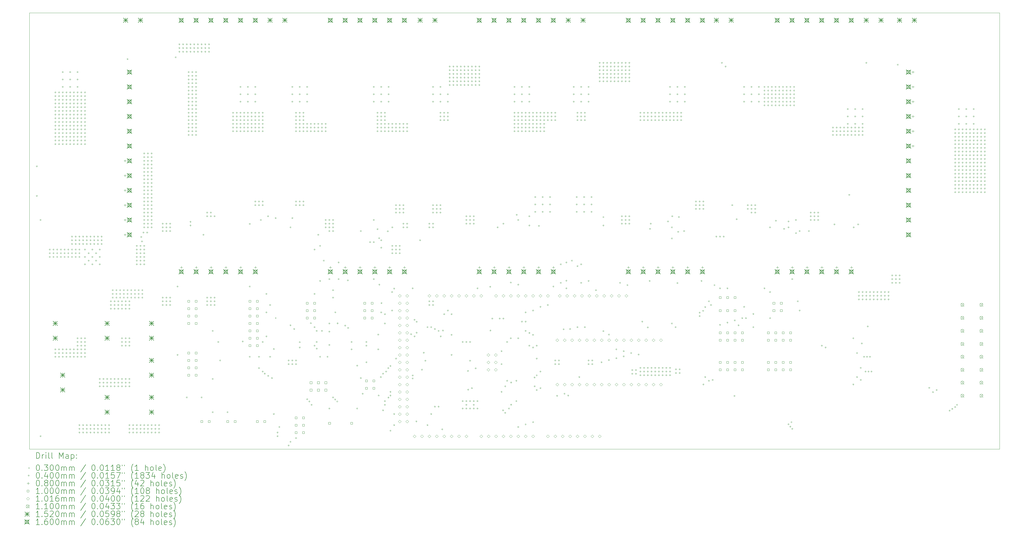
<source format=gbr>
%TF.GenerationSoftware,KiCad,Pcbnew,7.0.1*%
%TF.CreationDate,2023-03-21T23:46:57-06:00*%
%TF.ProjectId,Arm_PCB,41726d5f-5043-4422-9e6b-696361645f70,rev?*%
%TF.SameCoordinates,Original*%
%TF.FileFunction,Drillmap*%
%TF.FilePolarity,Positive*%
%FSLAX45Y45*%
G04 Gerber Fmt 4.5, Leading zero omitted, Abs format (unit mm)*
G04 Created by KiCad (PCBNEW 7.0.1) date 2023-03-21 23:46:57*
%MOMM*%
%LPD*%
G01*
G04 APERTURE LIST*
%ADD10C,0.100000*%
%ADD11C,0.200000*%
%ADD12C,0.030000*%
%ADD13C,0.040000*%
%ADD14C,0.080000*%
%ADD15C,0.101600*%
%ADD16C,0.110000*%
%ADD17C,0.152000*%
%ADD18C,0.160000*%
G04 APERTURE END LIST*
D10*
X4445000Y-4318000D02*
X37719000Y-4318000D01*
X37719000Y-19304000D01*
X4445000Y-19304000D01*
X4445000Y-4318000D01*
D11*
D12*
X12875500Y-14780500D02*
X12905500Y-14810500D01*
X12905500Y-14780500D02*
X12875500Y-14810500D01*
D13*
X4719000Y-9588500D02*
G75*
G03*
X4719000Y-9588500I-20000J0D01*
G01*
X4719000Y-10604500D02*
G75*
G03*
X4719000Y-10604500I-20000J0D01*
G01*
X4846000Y-11430000D02*
G75*
G03*
X4846000Y-11430000I-20000J0D01*
G01*
X4846000Y-18859500D02*
G75*
G03*
X4846000Y-18859500I-20000J0D01*
G01*
X5163500Y-12446000D02*
G75*
G03*
X5163500Y-12446000I-20000J0D01*
G01*
X5163500Y-12573000D02*
G75*
G03*
X5163500Y-12573000I-20000J0D01*
G01*
X5163500Y-12700000D02*
G75*
G03*
X5163500Y-12700000I-20000J0D01*
G01*
X5290500Y-12446000D02*
G75*
G03*
X5290500Y-12446000I-20000J0D01*
G01*
X5290500Y-12573000D02*
G75*
G03*
X5290500Y-12573000I-20000J0D01*
G01*
X5290500Y-12700000D02*
G75*
G03*
X5290500Y-12700000I-20000J0D01*
G01*
X5354000Y-7048500D02*
G75*
G03*
X5354000Y-7048500I-20000J0D01*
G01*
X5354000Y-7175500D02*
G75*
G03*
X5354000Y-7175500I-20000J0D01*
G01*
X5354000Y-7302500D02*
G75*
G03*
X5354000Y-7302500I-20000J0D01*
G01*
X5354000Y-7429500D02*
G75*
G03*
X5354000Y-7429500I-20000J0D01*
G01*
X5354000Y-7556500D02*
G75*
G03*
X5354000Y-7556500I-20000J0D01*
G01*
X5354000Y-7683500D02*
G75*
G03*
X5354000Y-7683500I-20000J0D01*
G01*
X5354000Y-7810500D02*
G75*
G03*
X5354000Y-7810500I-20000J0D01*
G01*
X5354000Y-7937500D02*
G75*
G03*
X5354000Y-7937500I-20000J0D01*
G01*
X5354000Y-8064500D02*
G75*
G03*
X5354000Y-8064500I-20000J0D01*
G01*
X5354000Y-8191500D02*
G75*
G03*
X5354000Y-8191500I-20000J0D01*
G01*
X5354000Y-8318500D02*
G75*
G03*
X5354000Y-8318500I-20000J0D01*
G01*
X5354000Y-8445500D02*
G75*
G03*
X5354000Y-8445500I-20000J0D01*
G01*
X5354000Y-8572500D02*
G75*
G03*
X5354000Y-8572500I-20000J0D01*
G01*
X5354000Y-8699500D02*
G75*
G03*
X5354000Y-8699500I-20000J0D01*
G01*
X5354000Y-8826500D02*
G75*
G03*
X5354000Y-8826500I-20000J0D01*
G01*
X5354000Y-15875000D02*
G75*
G03*
X5354000Y-15875000I-20000J0D01*
G01*
X5354000Y-16002000D02*
G75*
G03*
X5354000Y-16002000I-20000J0D01*
G01*
X5354000Y-16129000D02*
G75*
G03*
X5354000Y-16129000I-20000J0D01*
G01*
X5417500Y-12446000D02*
G75*
G03*
X5417500Y-12446000I-20000J0D01*
G01*
X5417500Y-12573000D02*
G75*
G03*
X5417500Y-12573000I-20000J0D01*
G01*
X5417500Y-12700000D02*
G75*
G03*
X5417500Y-12700000I-20000J0D01*
G01*
X5481000Y-7048500D02*
G75*
G03*
X5481000Y-7048500I-20000J0D01*
G01*
X5481000Y-7175500D02*
G75*
G03*
X5481000Y-7175500I-20000J0D01*
G01*
X5481000Y-7302500D02*
G75*
G03*
X5481000Y-7302500I-20000J0D01*
G01*
X5481000Y-7429500D02*
G75*
G03*
X5481000Y-7429500I-20000J0D01*
G01*
X5481000Y-7556500D02*
G75*
G03*
X5481000Y-7556500I-20000J0D01*
G01*
X5481000Y-7683500D02*
G75*
G03*
X5481000Y-7683500I-20000J0D01*
G01*
X5481000Y-7810500D02*
G75*
G03*
X5481000Y-7810500I-20000J0D01*
G01*
X5481000Y-7937500D02*
G75*
G03*
X5481000Y-7937500I-20000J0D01*
G01*
X5481000Y-8064500D02*
G75*
G03*
X5481000Y-8064500I-20000J0D01*
G01*
X5481000Y-8191500D02*
G75*
G03*
X5481000Y-8191500I-20000J0D01*
G01*
X5481000Y-8318500D02*
G75*
G03*
X5481000Y-8318500I-20000J0D01*
G01*
X5481000Y-8445500D02*
G75*
G03*
X5481000Y-8445500I-20000J0D01*
G01*
X5481000Y-8572500D02*
G75*
G03*
X5481000Y-8572500I-20000J0D01*
G01*
X5481000Y-8699500D02*
G75*
G03*
X5481000Y-8699500I-20000J0D01*
G01*
X5481000Y-8826500D02*
G75*
G03*
X5481000Y-8826500I-20000J0D01*
G01*
X5481000Y-15875000D02*
G75*
G03*
X5481000Y-15875000I-20000J0D01*
G01*
X5481000Y-16002000D02*
G75*
G03*
X5481000Y-16002000I-20000J0D01*
G01*
X5481000Y-16129000D02*
G75*
G03*
X5481000Y-16129000I-20000J0D01*
G01*
X5544500Y-12446000D02*
G75*
G03*
X5544500Y-12446000I-20000J0D01*
G01*
X5544500Y-12573000D02*
G75*
G03*
X5544500Y-12573000I-20000J0D01*
G01*
X5544500Y-12700000D02*
G75*
G03*
X5544500Y-12700000I-20000J0D01*
G01*
X5608000Y-6350000D02*
G75*
G03*
X5608000Y-6350000I-20000J0D01*
G01*
X5608000Y-6604000D02*
G75*
G03*
X5608000Y-6604000I-20000J0D01*
G01*
X5608000Y-6858000D02*
G75*
G03*
X5608000Y-6858000I-20000J0D01*
G01*
X5608000Y-7048500D02*
G75*
G03*
X5608000Y-7048500I-20000J0D01*
G01*
X5608000Y-7175500D02*
G75*
G03*
X5608000Y-7175500I-20000J0D01*
G01*
X5608000Y-7302500D02*
G75*
G03*
X5608000Y-7302500I-20000J0D01*
G01*
X5608000Y-7429500D02*
G75*
G03*
X5608000Y-7429500I-20000J0D01*
G01*
X5608000Y-7556500D02*
G75*
G03*
X5608000Y-7556500I-20000J0D01*
G01*
X5608000Y-7683500D02*
G75*
G03*
X5608000Y-7683500I-20000J0D01*
G01*
X5608000Y-7810500D02*
G75*
G03*
X5608000Y-7810500I-20000J0D01*
G01*
X5608000Y-7937500D02*
G75*
G03*
X5608000Y-7937500I-20000J0D01*
G01*
X5608000Y-8064500D02*
G75*
G03*
X5608000Y-8064500I-20000J0D01*
G01*
X5608000Y-8191500D02*
G75*
G03*
X5608000Y-8191500I-20000J0D01*
G01*
X5608000Y-8318500D02*
G75*
G03*
X5608000Y-8318500I-20000J0D01*
G01*
X5608000Y-8445500D02*
G75*
G03*
X5608000Y-8445500I-20000J0D01*
G01*
X5608000Y-8572500D02*
G75*
G03*
X5608000Y-8572500I-20000J0D01*
G01*
X5608000Y-8699500D02*
G75*
G03*
X5608000Y-8699500I-20000J0D01*
G01*
X5608000Y-8826500D02*
G75*
G03*
X5608000Y-8826500I-20000J0D01*
G01*
X5608000Y-15875000D02*
G75*
G03*
X5608000Y-15875000I-20000J0D01*
G01*
X5608000Y-16002000D02*
G75*
G03*
X5608000Y-16002000I-20000J0D01*
G01*
X5608000Y-16129000D02*
G75*
G03*
X5608000Y-16129000I-20000J0D01*
G01*
X5671500Y-12446000D02*
G75*
G03*
X5671500Y-12446000I-20000J0D01*
G01*
X5671500Y-12573000D02*
G75*
G03*
X5671500Y-12573000I-20000J0D01*
G01*
X5671500Y-12700000D02*
G75*
G03*
X5671500Y-12700000I-20000J0D01*
G01*
X5735000Y-7048500D02*
G75*
G03*
X5735000Y-7048500I-20000J0D01*
G01*
X5735000Y-7175500D02*
G75*
G03*
X5735000Y-7175500I-20000J0D01*
G01*
X5735000Y-7302500D02*
G75*
G03*
X5735000Y-7302500I-20000J0D01*
G01*
X5735000Y-7429500D02*
G75*
G03*
X5735000Y-7429500I-20000J0D01*
G01*
X5735000Y-7556500D02*
G75*
G03*
X5735000Y-7556500I-20000J0D01*
G01*
X5735000Y-7683500D02*
G75*
G03*
X5735000Y-7683500I-20000J0D01*
G01*
X5735000Y-7810500D02*
G75*
G03*
X5735000Y-7810500I-20000J0D01*
G01*
X5735000Y-7937500D02*
G75*
G03*
X5735000Y-7937500I-20000J0D01*
G01*
X5735000Y-8064500D02*
G75*
G03*
X5735000Y-8064500I-20000J0D01*
G01*
X5735000Y-8191500D02*
G75*
G03*
X5735000Y-8191500I-20000J0D01*
G01*
X5735000Y-8318500D02*
G75*
G03*
X5735000Y-8318500I-20000J0D01*
G01*
X5735000Y-8445500D02*
G75*
G03*
X5735000Y-8445500I-20000J0D01*
G01*
X5735000Y-8572500D02*
G75*
G03*
X5735000Y-8572500I-20000J0D01*
G01*
X5735000Y-8699500D02*
G75*
G03*
X5735000Y-8699500I-20000J0D01*
G01*
X5735000Y-8826500D02*
G75*
G03*
X5735000Y-8826500I-20000J0D01*
G01*
X5735000Y-15875000D02*
G75*
G03*
X5735000Y-15875000I-20000J0D01*
G01*
X5735000Y-16002000D02*
G75*
G03*
X5735000Y-16002000I-20000J0D01*
G01*
X5735000Y-16129000D02*
G75*
G03*
X5735000Y-16129000I-20000J0D01*
G01*
X5798500Y-12446000D02*
G75*
G03*
X5798500Y-12446000I-20000J0D01*
G01*
X5798500Y-12573000D02*
G75*
G03*
X5798500Y-12573000I-20000J0D01*
G01*
X5798500Y-12700000D02*
G75*
G03*
X5798500Y-12700000I-20000J0D01*
G01*
X5862000Y-6350000D02*
G75*
G03*
X5862000Y-6350000I-20000J0D01*
G01*
X5862000Y-6604000D02*
G75*
G03*
X5862000Y-6604000I-20000J0D01*
G01*
X5862000Y-6858000D02*
G75*
G03*
X5862000Y-6858000I-20000J0D01*
G01*
X5862000Y-7048500D02*
G75*
G03*
X5862000Y-7048500I-20000J0D01*
G01*
X5862000Y-7175500D02*
G75*
G03*
X5862000Y-7175500I-20000J0D01*
G01*
X5862000Y-7302500D02*
G75*
G03*
X5862000Y-7302500I-20000J0D01*
G01*
X5862000Y-7429500D02*
G75*
G03*
X5862000Y-7429500I-20000J0D01*
G01*
X5862000Y-7556500D02*
G75*
G03*
X5862000Y-7556500I-20000J0D01*
G01*
X5862000Y-7683500D02*
G75*
G03*
X5862000Y-7683500I-20000J0D01*
G01*
X5862000Y-7810500D02*
G75*
G03*
X5862000Y-7810500I-20000J0D01*
G01*
X5862000Y-7937500D02*
G75*
G03*
X5862000Y-7937500I-20000J0D01*
G01*
X5862000Y-8064500D02*
G75*
G03*
X5862000Y-8064500I-20000J0D01*
G01*
X5862000Y-8191500D02*
G75*
G03*
X5862000Y-8191500I-20000J0D01*
G01*
X5862000Y-8318500D02*
G75*
G03*
X5862000Y-8318500I-20000J0D01*
G01*
X5862000Y-8445500D02*
G75*
G03*
X5862000Y-8445500I-20000J0D01*
G01*
X5862000Y-8572500D02*
G75*
G03*
X5862000Y-8572500I-20000J0D01*
G01*
X5862000Y-8699500D02*
G75*
G03*
X5862000Y-8699500I-20000J0D01*
G01*
X5862000Y-8826500D02*
G75*
G03*
X5862000Y-8826500I-20000J0D01*
G01*
X5862000Y-15875000D02*
G75*
G03*
X5862000Y-15875000I-20000J0D01*
G01*
X5862000Y-16002000D02*
G75*
G03*
X5862000Y-16002000I-20000J0D01*
G01*
X5862000Y-16129000D02*
G75*
G03*
X5862000Y-16129000I-20000J0D01*
G01*
X5925500Y-12001500D02*
G75*
G03*
X5925500Y-12001500I-20000J0D01*
G01*
X5925500Y-12128500D02*
G75*
G03*
X5925500Y-12128500I-20000J0D01*
G01*
X5925500Y-12255500D02*
G75*
G03*
X5925500Y-12255500I-20000J0D01*
G01*
X5925500Y-12446000D02*
G75*
G03*
X5925500Y-12446000I-20000J0D01*
G01*
X5925500Y-12573000D02*
G75*
G03*
X5925500Y-12573000I-20000J0D01*
G01*
X5925500Y-12700000D02*
G75*
G03*
X5925500Y-12700000I-20000J0D01*
G01*
X5989000Y-7048500D02*
G75*
G03*
X5989000Y-7048500I-20000J0D01*
G01*
X5989000Y-7175500D02*
G75*
G03*
X5989000Y-7175500I-20000J0D01*
G01*
X5989000Y-7302500D02*
G75*
G03*
X5989000Y-7302500I-20000J0D01*
G01*
X5989000Y-7429500D02*
G75*
G03*
X5989000Y-7429500I-20000J0D01*
G01*
X5989000Y-7556500D02*
G75*
G03*
X5989000Y-7556500I-20000J0D01*
G01*
X5989000Y-7683500D02*
G75*
G03*
X5989000Y-7683500I-20000J0D01*
G01*
X5989000Y-7810500D02*
G75*
G03*
X5989000Y-7810500I-20000J0D01*
G01*
X5989000Y-7937500D02*
G75*
G03*
X5989000Y-7937500I-20000J0D01*
G01*
X5989000Y-8064500D02*
G75*
G03*
X5989000Y-8064500I-20000J0D01*
G01*
X5989000Y-8191500D02*
G75*
G03*
X5989000Y-8191500I-20000J0D01*
G01*
X5989000Y-8318500D02*
G75*
G03*
X5989000Y-8318500I-20000J0D01*
G01*
X5989000Y-8445500D02*
G75*
G03*
X5989000Y-8445500I-20000J0D01*
G01*
X5989000Y-8572500D02*
G75*
G03*
X5989000Y-8572500I-20000J0D01*
G01*
X5989000Y-8699500D02*
G75*
G03*
X5989000Y-8699500I-20000J0D01*
G01*
X5989000Y-8826500D02*
G75*
G03*
X5989000Y-8826500I-20000J0D01*
G01*
X5989000Y-15875000D02*
G75*
G03*
X5989000Y-15875000I-20000J0D01*
G01*
X5989000Y-16002000D02*
G75*
G03*
X5989000Y-16002000I-20000J0D01*
G01*
X5989000Y-16129000D02*
G75*
G03*
X5989000Y-16129000I-20000J0D01*
G01*
X6052500Y-12001500D02*
G75*
G03*
X6052500Y-12001500I-20000J0D01*
G01*
X6052500Y-12128500D02*
G75*
G03*
X6052500Y-12128500I-20000J0D01*
G01*
X6052500Y-12255500D02*
G75*
G03*
X6052500Y-12255500I-20000J0D01*
G01*
X6052500Y-12446000D02*
G75*
G03*
X6052500Y-12446000I-20000J0D01*
G01*
X6052500Y-12573000D02*
G75*
G03*
X6052500Y-12573000I-20000J0D01*
G01*
X6052500Y-12700000D02*
G75*
G03*
X6052500Y-12700000I-20000J0D01*
G01*
X6116000Y-6350000D02*
G75*
G03*
X6116000Y-6350000I-20000J0D01*
G01*
X6116000Y-6604000D02*
G75*
G03*
X6116000Y-6604000I-20000J0D01*
G01*
X6116000Y-6858000D02*
G75*
G03*
X6116000Y-6858000I-20000J0D01*
G01*
X6116000Y-7048500D02*
G75*
G03*
X6116000Y-7048500I-20000J0D01*
G01*
X6116000Y-7175500D02*
G75*
G03*
X6116000Y-7175500I-20000J0D01*
G01*
X6116000Y-7302500D02*
G75*
G03*
X6116000Y-7302500I-20000J0D01*
G01*
X6116000Y-7429500D02*
G75*
G03*
X6116000Y-7429500I-20000J0D01*
G01*
X6116000Y-7556500D02*
G75*
G03*
X6116000Y-7556500I-20000J0D01*
G01*
X6116000Y-7683500D02*
G75*
G03*
X6116000Y-7683500I-20000J0D01*
G01*
X6116000Y-7810500D02*
G75*
G03*
X6116000Y-7810500I-20000J0D01*
G01*
X6116000Y-7937500D02*
G75*
G03*
X6116000Y-7937500I-20000J0D01*
G01*
X6116000Y-8064500D02*
G75*
G03*
X6116000Y-8064500I-20000J0D01*
G01*
X6116000Y-8191500D02*
G75*
G03*
X6116000Y-8191500I-20000J0D01*
G01*
X6116000Y-8318500D02*
G75*
G03*
X6116000Y-8318500I-20000J0D01*
G01*
X6116000Y-8445500D02*
G75*
G03*
X6116000Y-8445500I-20000J0D01*
G01*
X6116000Y-8572500D02*
G75*
G03*
X6116000Y-8572500I-20000J0D01*
G01*
X6116000Y-8699500D02*
G75*
G03*
X6116000Y-8699500I-20000J0D01*
G01*
X6116000Y-8826500D02*
G75*
G03*
X6116000Y-8826500I-20000J0D01*
G01*
X6116000Y-15494000D02*
G75*
G03*
X6116000Y-15494000I-20000J0D01*
G01*
X6116000Y-15621000D02*
G75*
G03*
X6116000Y-15621000I-20000J0D01*
G01*
X6116000Y-15748000D02*
G75*
G03*
X6116000Y-15748000I-20000J0D01*
G01*
X6116000Y-15875000D02*
G75*
G03*
X6116000Y-15875000I-20000J0D01*
G01*
X6116000Y-16002000D02*
G75*
G03*
X6116000Y-16002000I-20000J0D01*
G01*
X6116000Y-16129000D02*
G75*
G03*
X6116000Y-16129000I-20000J0D01*
G01*
X6179500Y-12001500D02*
G75*
G03*
X6179500Y-12001500I-20000J0D01*
G01*
X6179500Y-12128500D02*
G75*
G03*
X6179500Y-12128500I-20000J0D01*
G01*
X6179500Y-12255500D02*
G75*
G03*
X6179500Y-12255500I-20000J0D01*
G01*
X6179500Y-12446000D02*
G75*
G03*
X6179500Y-12446000I-20000J0D01*
G01*
X6179500Y-12573000D02*
G75*
G03*
X6179500Y-12573000I-20000J0D01*
G01*
X6179500Y-12700000D02*
G75*
G03*
X6179500Y-12700000I-20000J0D01*
G01*
X6179500Y-18478500D02*
G75*
G03*
X6179500Y-18478500I-20000J0D01*
G01*
X6179500Y-18605500D02*
G75*
G03*
X6179500Y-18605500I-20000J0D01*
G01*
X6179500Y-18732500D02*
G75*
G03*
X6179500Y-18732500I-20000J0D01*
G01*
X6243000Y-7048500D02*
G75*
G03*
X6243000Y-7048500I-20000J0D01*
G01*
X6243000Y-7175500D02*
G75*
G03*
X6243000Y-7175500I-20000J0D01*
G01*
X6243000Y-7302500D02*
G75*
G03*
X6243000Y-7302500I-20000J0D01*
G01*
X6243000Y-7429500D02*
G75*
G03*
X6243000Y-7429500I-20000J0D01*
G01*
X6243000Y-7556500D02*
G75*
G03*
X6243000Y-7556500I-20000J0D01*
G01*
X6243000Y-7683500D02*
G75*
G03*
X6243000Y-7683500I-20000J0D01*
G01*
X6243000Y-7810500D02*
G75*
G03*
X6243000Y-7810500I-20000J0D01*
G01*
X6243000Y-7937500D02*
G75*
G03*
X6243000Y-7937500I-20000J0D01*
G01*
X6243000Y-8064500D02*
G75*
G03*
X6243000Y-8064500I-20000J0D01*
G01*
X6243000Y-8191500D02*
G75*
G03*
X6243000Y-8191500I-20000J0D01*
G01*
X6243000Y-8318500D02*
G75*
G03*
X6243000Y-8318500I-20000J0D01*
G01*
X6243000Y-8445500D02*
G75*
G03*
X6243000Y-8445500I-20000J0D01*
G01*
X6243000Y-8572500D02*
G75*
G03*
X6243000Y-8572500I-20000J0D01*
G01*
X6243000Y-8699500D02*
G75*
G03*
X6243000Y-8699500I-20000J0D01*
G01*
X6243000Y-8826500D02*
G75*
G03*
X6243000Y-8826500I-20000J0D01*
G01*
X6243000Y-15494000D02*
G75*
G03*
X6243000Y-15494000I-20000J0D01*
G01*
X6243000Y-15621000D02*
G75*
G03*
X6243000Y-15621000I-20000J0D01*
G01*
X6243000Y-15748000D02*
G75*
G03*
X6243000Y-15748000I-20000J0D01*
G01*
X6243000Y-15875000D02*
G75*
G03*
X6243000Y-15875000I-20000J0D01*
G01*
X6243000Y-16002000D02*
G75*
G03*
X6243000Y-16002000I-20000J0D01*
G01*
X6243000Y-16129000D02*
G75*
G03*
X6243000Y-16129000I-20000J0D01*
G01*
X6306500Y-12001500D02*
G75*
G03*
X6306500Y-12001500I-20000J0D01*
G01*
X6306500Y-12128500D02*
G75*
G03*
X6306500Y-12128500I-20000J0D01*
G01*
X6306500Y-12255500D02*
G75*
G03*
X6306500Y-12255500I-20000J0D01*
G01*
X6306500Y-18478500D02*
G75*
G03*
X6306500Y-18478500I-20000J0D01*
G01*
X6306500Y-18605500D02*
G75*
G03*
X6306500Y-18605500I-20000J0D01*
G01*
X6306500Y-18732500D02*
G75*
G03*
X6306500Y-18732500I-20000J0D01*
G01*
X6370000Y-7048500D02*
G75*
G03*
X6370000Y-7048500I-20000J0D01*
G01*
X6370000Y-7175500D02*
G75*
G03*
X6370000Y-7175500I-20000J0D01*
G01*
X6370000Y-7302500D02*
G75*
G03*
X6370000Y-7302500I-20000J0D01*
G01*
X6370000Y-7429500D02*
G75*
G03*
X6370000Y-7429500I-20000J0D01*
G01*
X6370000Y-7556500D02*
G75*
G03*
X6370000Y-7556500I-20000J0D01*
G01*
X6370000Y-7683500D02*
G75*
G03*
X6370000Y-7683500I-20000J0D01*
G01*
X6370000Y-7810500D02*
G75*
G03*
X6370000Y-7810500I-20000J0D01*
G01*
X6370000Y-7937500D02*
G75*
G03*
X6370000Y-7937500I-20000J0D01*
G01*
X6370000Y-8064500D02*
G75*
G03*
X6370000Y-8064500I-20000J0D01*
G01*
X6370000Y-8191500D02*
G75*
G03*
X6370000Y-8191500I-20000J0D01*
G01*
X6370000Y-8318500D02*
G75*
G03*
X6370000Y-8318500I-20000J0D01*
G01*
X6370000Y-8445500D02*
G75*
G03*
X6370000Y-8445500I-20000J0D01*
G01*
X6370000Y-8572500D02*
G75*
G03*
X6370000Y-8572500I-20000J0D01*
G01*
X6370000Y-8699500D02*
G75*
G03*
X6370000Y-8699500I-20000J0D01*
G01*
X6370000Y-8826500D02*
G75*
G03*
X6370000Y-8826500I-20000J0D01*
G01*
X6370000Y-12446000D02*
G75*
G03*
X6370000Y-12446000I-20000J0D01*
G01*
X6370000Y-12700000D02*
G75*
G03*
X6370000Y-12700000I-20000J0D01*
G01*
X6370000Y-12954000D02*
G75*
G03*
X6370000Y-12954000I-20000J0D01*
G01*
X6370000Y-15494000D02*
G75*
G03*
X6370000Y-15494000I-20000J0D01*
G01*
X6370000Y-15621000D02*
G75*
G03*
X6370000Y-15621000I-20000J0D01*
G01*
X6370000Y-15748000D02*
G75*
G03*
X6370000Y-15748000I-20000J0D01*
G01*
X6370000Y-15875000D02*
G75*
G03*
X6370000Y-15875000I-20000J0D01*
G01*
X6370000Y-16002000D02*
G75*
G03*
X6370000Y-16002000I-20000J0D01*
G01*
X6370000Y-16129000D02*
G75*
G03*
X6370000Y-16129000I-20000J0D01*
G01*
X6433500Y-12001500D02*
G75*
G03*
X6433500Y-12001500I-20000J0D01*
G01*
X6433500Y-12128500D02*
G75*
G03*
X6433500Y-12128500I-20000J0D01*
G01*
X6433500Y-12255500D02*
G75*
G03*
X6433500Y-12255500I-20000J0D01*
G01*
X6433500Y-18478500D02*
G75*
G03*
X6433500Y-18478500I-20000J0D01*
G01*
X6433500Y-18605500D02*
G75*
G03*
X6433500Y-18605500I-20000J0D01*
G01*
X6433500Y-18732500D02*
G75*
G03*
X6433500Y-18732500I-20000J0D01*
G01*
X6497000Y-12573000D02*
G75*
G03*
X6497000Y-12573000I-20000J0D01*
G01*
X6497000Y-12827000D02*
G75*
G03*
X6497000Y-12827000I-20000J0D01*
G01*
X6560500Y-12001500D02*
G75*
G03*
X6560500Y-12001500I-20000J0D01*
G01*
X6560500Y-12128500D02*
G75*
G03*
X6560500Y-12128500I-20000J0D01*
G01*
X6560500Y-12255500D02*
G75*
G03*
X6560500Y-12255500I-20000J0D01*
G01*
X6560500Y-18478500D02*
G75*
G03*
X6560500Y-18478500I-20000J0D01*
G01*
X6560500Y-18605500D02*
G75*
G03*
X6560500Y-18605500I-20000J0D01*
G01*
X6560500Y-18732500D02*
G75*
G03*
X6560500Y-18732500I-20000J0D01*
G01*
X6624000Y-12446000D02*
G75*
G03*
X6624000Y-12446000I-20000J0D01*
G01*
X6624000Y-12700000D02*
G75*
G03*
X6624000Y-12700000I-20000J0D01*
G01*
X6624000Y-12954000D02*
G75*
G03*
X6624000Y-12954000I-20000J0D01*
G01*
X6687500Y-12001500D02*
G75*
G03*
X6687500Y-12001500I-20000J0D01*
G01*
X6687500Y-12128500D02*
G75*
G03*
X6687500Y-12128500I-20000J0D01*
G01*
X6687500Y-12255500D02*
G75*
G03*
X6687500Y-12255500I-20000J0D01*
G01*
X6687500Y-18478500D02*
G75*
G03*
X6687500Y-18478500I-20000J0D01*
G01*
X6687500Y-18605500D02*
G75*
G03*
X6687500Y-18605500I-20000J0D01*
G01*
X6687500Y-18732500D02*
G75*
G03*
X6687500Y-18732500I-20000J0D01*
G01*
X6751000Y-12573000D02*
G75*
G03*
X6751000Y-12573000I-20000J0D01*
G01*
X6751000Y-12827000D02*
G75*
G03*
X6751000Y-12827000I-20000J0D01*
G01*
X6814500Y-12001500D02*
G75*
G03*
X6814500Y-12001500I-20000J0D01*
G01*
X6814500Y-12128500D02*
G75*
G03*
X6814500Y-12128500I-20000J0D01*
G01*
X6814500Y-12255500D02*
G75*
G03*
X6814500Y-12255500I-20000J0D01*
G01*
X6814500Y-18478500D02*
G75*
G03*
X6814500Y-18478500I-20000J0D01*
G01*
X6814500Y-18605500D02*
G75*
G03*
X6814500Y-18605500I-20000J0D01*
G01*
X6814500Y-18732500D02*
G75*
G03*
X6814500Y-18732500I-20000J0D01*
G01*
X6878000Y-12446000D02*
G75*
G03*
X6878000Y-12446000I-20000J0D01*
G01*
X6878000Y-12700000D02*
G75*
G03*
X6878000Y-12700000I-20000J0D01*
G01*
X6878000Y-12954000D02*
G75*
G03*
X6878000Y-12954000I-20000J0D01*
G01*
X6878000Y-16891000D02*
G75*
G03*
X6878000Y-16891000I-20000J0D01*
G01*
X6878000Y-17018000D02*
G75*
G03*
X6878000Y-17018000I-20000J0D01*
G01*
X6878000Y-17145000D02*
G75*
G03*
X6878000Y-17145000I-20000J0D01*
G01*
X6941500Y-12001500D02*
G75*
G03*
X6941500Y-12001500I-20000J0D01*
G01*
X6941500Y-12128500D02*
G75*
G03*
X6941500Y-12128500I-20000J0D01*
G01*
X6941500Y-12255500D02*
G75*
G03*
X6941500Y-12255500I-20000J0D01*
G01*
X6941500Y-18478500D02*
G75*
G03*
X6941500Y-18478500I-20000J0D01*
G01*
X6941500Y-18605500D02*
G75*
G03*
X6941500Y-18605500I-20000J0D01*
G01*
X6941500Y-18732500D02*
G75*
G03*
X6941500Y-18732500I-20000J0D01*
G01*
X7005000Y-16891000D02*
G75*
G03*
X7005000Y-16891000I-20000J0D01*
G01*
X7005000Y-17018000D02*
G75*
G03*
X7005000Y-17018000I-20000J0D01*
G01*
X7005000Y-17145000D02*
G75*
G03*
X7005000Y-17145000I-20000J0D01*
G01*
X7068500Y-18478500D02*
G75*
G03*
X7068500Y-18478500I-20000J0D01*
G01*
X7068500Y-18605500D02*
G75*
G03*
X7068500Y-18605500I-20000J0D01*
G01*
X7068500Y-18732500D02*
G75*
G03*
X7068500Y-18732500I-20000J0D01*
G01*
X7132000Y-16891000D02*
G75*
G03*
X7132000Y-16891000I-20000J0D01*
G01*
X7132000Y-17018000D02*
G75*
G03*
X7132000Y-17018000I-20000J0D01*
G01*
X7132000Y-17145000D02*
G75*
G03*
X7132000Y-17145000I-20000J0D01*
G01*
X7195500Y-18478500D02*
G75*
G03*
X7195500Y-18478500I-20000J0D01*
G01*
X7195500Y-18605500D02*
G75*
G03*
X7195500Y-18605500I-20000J0D01*
G01*
X7195500Y-18732500D02*
G75*
G03*
X7195500Y-18732500I-20000J0D01*
G01*
X7259000Y-14224000D02*
G75*
G03*
X7259000Y-14224000I-20000J0D01*
G01*
X7259000Y-14351000D02*
G75*
G03*
X7259000Y-14351000I-20000J0D01*
G01*
X7259000Y-14478000D02*
G75*
G03*
X7259000Y-14478000I-20000J0D01*
G01*
X7259000Y-16891000D02*
G75*
G03*
X7259000Y-16891000I-20000J0D01*
G01*
X7259000Y-17018000D02*
G75*
G03*
X7259000Y-17018000I-20000J0D01*
G01*
X7259000Y-17145000D02*
G75*
G03*
X7259000Y-17145000I-20000J0D01*
G01*
X7322500Y-13843000D02*
G75*
G03*
X7322500Y-13843000I-20000J0D01*
G01*
X7322500Y-13970000D02*
G75*
G03*
X7322500Y-13970000I-20000J0D01*
G01*
X7322500Y-14097000D02*
G75*
G03*
X7322500Y-14097000I-20000J0D01*
G01*
X7386000Y-14224000D02*
G75*
G03*
X7386000Y-14224000I-20000J0D01*
G01*
X7386000Y-14351000D02*
G75*
G03*
X7386000Y-14351000I-20000J0D01*
G01*
X7386000Y-14478000D02*
G75*
G03*
X7386000Y-14478000I-20000J0D01*
G01*
X7386000Y-16891000D02*
G75*
G03*
X7386000Y-16891000I-20000J0D01*
G01*
X7386000Y-17018000D02*
G75*
G03*
X7386000Y-17018000I-20000J0D01*
G01*
X7386000Y-17145000D02*
G75*
G03*
X7386000Y-17145000I-20000J0D01*
G01*
X7449500Y-13843000D02*
G75*
G03*
X7449500Y-13843000I-20000J0D01*
G01*
X7449500Y-13970000D02*
G75*
G03*
X7449500Y-13970000I-20000J0D01*
G01*
X7449500Y-14097000D02*
G75*
G03*
X7449500Y-14097000I-20000J0D01*
G01*
X7513000Y-14224000D02*
G75*
G03*
X7513000Y-14224000I-20000J0D01*
G01*
X7513000Y-14351000D02*
G75*
G03*
X7513000Y-14351000I-20000J0D01*
G01*
X7513000Y-14478000D02*
G75*
G03*
X7513000Y-14478000I-20000J0D01*
G01*
X7513000Y-16891000D02*
G75*
G03*
X7513000Y-16891000I-20000J0D01*
G01*
X7513000Y-17018000D02*
G75*
G03*
X7513000Y-17018000I-20000J0D01*
G01*
X7513000Y-17145000D02*
G75*
G03*
X7513000Y-17145000I-20000J0D01*
G01*
X7576500Y-13843000D02*
G75*
G03*
X7576500Y-13843000I-20000J0D01*
G01*
X7576500Y-13970000D02*
G75*
G03*
X7576500Y-13970000I-20000J0D01*
G01*
X7576500Y-14097000D02*
G75*
G03*
X7576500Y-14097000I-20000J0D01*
G01*
X7640000Y-14224000D02*
G75*
G03*
X7640000Y-14224000I-20000J0D01*
G01*
X7640000Y-14351000D02*
G75*
G03*
X7640000Y-14351000I-20000J0D01*
G01*
X7640000Y-14478000D02*
G75*
G03*
X7640000Y-14478000I-20000J0D01*
G01*
X7640000Y-15494000D02*
G75*
G03*
X7640000Y-15494000I-20000J0D01*
G01*
X7640000Y-15621000D02*
G75*
G03*
X7640000Y-15621000I-20000J0D01*
G01*
X7640000Y-15748000D02*
G75*
G03*
X7640000Y-15748000I-20000J0D01*
G01*
X7640000Y-16891000D02*
G75*
G03*
X7640000Y-16891000I-20000J0D01*
G01*
X7640000Y-17018000D02*
G75*
G03*
X7640000Y-17018000I-20000J0D01*
G01*
X7640000Y-17145000D02*
G75*
G03*
X7640000Y-17145000I-20000J0D01*
G01*
X7703500Y-13843000D02*
G75*
G03*
X7703500Y-13843000I-20000J0D01*
G01*
X7703500Y-13970000D02*
G75*
G03*
X7703500Y-13970000I-20000J0D01*
G01*
X7703500Y-14097000D02*
G75*
G03*
X7703500Y-14097000I-20000J0D01*
G01*
X7767000Y-14224000D02*
G75*
G03*
X7767000Y-14224000I-20000J0D01*
G01*
X7767000Y-14351000D02*
G75*
G03*
X7767000Y-14351000I-20000J0D01*
G01*
X7767000Y-14478000D02*
G75*
G03*
X7767000Y-14478000I-20000J0D01*
G01*
X7767000Y-15494000D02*
G75*
G03*
X7767000Y-15494000I-20000J0D01*
G01*
X7767000Y-15621000D02*
G75*
G03*
X7767000Y-15621000I-20000J0D01*
G01*
X7767000Y-15748000D02*
G75*
G03*
X7767000Y-15748000I-20000J0D01*
G01*
X7767000Y-16891000D02*
G75*
G03*
X7767000Y-16891000I-20000J0D01*
G01*
X7767000Y-17018000D02*
G75*
G03*
X7767000Y-17018000I-20000J0D01*
G01*
X7767000Y-17145000D02*
G75*
G03*
X7767000Y-17145000I-20000J0D01*
G01*
X7830500Y-5905500D02*
G75*
G03*
X7830500Y-5905500I-20000J0D01*
G01*
X7830500Y-13843000D02*
G75*
G03*
X7830500Y-13843000I-20000J0D01*
G01*
X7830500Y-13970000D02*
G75*
G03*
X7830500Y-13970000I-20000J0D01*
G01*
X7830500Y-14097000D02*
G75*
G03*
X7830500Y-14097000I-20000J0D01*
G01*
X7894000Y-14224000D02*
G75*
G03*
X7894000Y-14224000I-20000J0D01*
G01*
X7894000Y-14351000D02*
G75*
G03*
X7894000Y-14351000I-20000J0D01*
G01*
X7894000Y-14478000D02*
G75*
G03*
X7894000Y-14478000I-20000J0D01*
G01*
X7894000Y-15494000D02*
G75*
G03*
X7894000Y-15494000I-20000J0D01*
G01*
X7894000Y-15621000D02*
G75*
G03*
X7894000Y-15621000I-20000J0D01*
G01*
X7894000Y-15748000D02*
G75*
G03*
X7894000Y-15748000I-20000J0D01*
G01*
X7894000Y-16891000D02*
G75*
G03*
X7894000Y-16891000I-20000J0D01*
G01*
X7894000Y-17018000D02*
G75*
G03*
X7894000Y-17018000I-20000J0D01*
G01*
X7894000Y-17145000D02*
G75*
G03*
X7894000Y-17145000I-20000J0D01*
G01*
X7894000Y-18478500D02*
G75*
G03*
X7894000Y-18478500I-20000J0D01*
G01*
X7894000Y-18605500D02*
G75*
G03*
X7894000Y-18605500I-20000J0D01*
G01*
X7894000Y-18732500D02*
G75*
G03*
X7894000Y-18732500I-20000J0D01*
G01*
X7957500Y-13843000D02*
G75*
G03*
X7957500Y-13843000I-20000J0D01*
G01*
X7957500Y-13970000D02*
G75*
G03*
X7957500Y-13970000I-20000J0D01*
G01*
X7957500Y-14097000D02*
G75*
G03*
X7957500Y-14097000I-20000J0D01*
G01*
X8021000Y-18478500D02*
G75*
G03*
X8021000Y-18478500I-20000J0D01*
G01*
X8021000Y-18605500D02*
G75*
G03*
X8021000Y-18605500I-20000J0D01*
G01*
X8021000Y-18732500D02*
G75*
G03*
X8021000Y-18732500I-20000J0D01*
G01*
X8084500Y-13843000D02*
G75*
G03*
X8084500Y-13843000I-20000J0D01*
G01*
X8084500Y-13970000D02*
G75*
G03*
X8084500Y-13970000I-20000J0D01*
G01*
X8084500Y-14097000D02*
G75*
G03*
X8084500Y-14097000I-20000J0D01*
G01*
X8148000Y-12319000D02*
G75*
G03*
X8148000Y-12319000I-20000J0D01*
G01*
X8148000Y-12446000D02*
G75*
G03*
X8148000Y-12446000I-20000J0D01*
G01*
X8148000Y-12573000D02*
G75*
G03*
X8148000Y-12573000I-20000J0D01*
G01*
X8148000Y-12700000D02*
G75*
G03*
X8148000Y-12700000I-20000J0D01*
G01*
X8148000Y-12827000D02*
G75*
G03*
X8148000Y-12827000I-20000J0D01*
G01*
X8148000Y-12954000D02*
G75*
G03*
X8148000Y-12954000I-20000J0D01*
G01*
X8148000Y-18478500D02*
G75*
G03*
X8148000Y-18478500I-20000J0D01*
G01*
X8148000Y-18605500D02*
G75*
G03*
X8148000Y-18605500I-20000J0D01*
G01*
X8148000Y-18732500D02*
G75*
G03*
X8148000Y-18732500I-20000J0D01*
G01*
X8211500Y-13843000D02*
G75*
G03*
X8211500Y-13843000I-20000J0D01*
G01*
X8211500Y-13970000D02*
G75*
G03*
X8211500Y-13970000I-20000J0D01*
G01*
X8211500Y-14097000D02*
G75*
G03*
X8211500Y-14097000I-20000J0D01*
G01*
X8275000Y-12319000D02*
G75*
G03*
X8275000Y-12319000I-20000J0D01*
G01*
X8275000Y-12446000D02*
G75*
G03*
X8275000Y-12446000I-20000J0D01*
G01*
X8275000Y-12573000D02*
G75*
G03*
X8275000Y-12573000I-20000J0D01*
G01*
X8275000Y-12700000D02*
G75*
G03*
X8275000Y-12700000I-20000J0D01*
G01*
X8275000Y-12827000D02*
G75*
G03*
X8275000Y-12827000I-20000J0D01*
G01*
X8275000Y-12954000D02*
G75*
G03*
X8275000Y-12954000I-20000J0D01*
G01*
X8275000Y-18478500D02*
G75*
G03*
X8275000Y-18478500I-20000J0D01*
G01*
X8275000Y-18605500D02*
G75*
G03*
X8275000Y-18605500I-20000J0D01*
G01*
X8275000Y-18732500D02*
G75*
G03*
X8275000Y-18732500I-20000J0D01*
G01*
X8300400Y-12014200D02*
G75*
G03*
X8300400Y-12014200I-20000J0D01*
G01*
X8325800Y-12166600D02*
G75*
G03*
X8325800Y-12166600I-20000J0D01*
G01*
X8338500Y-13843000D02*
G75*
G03*
X8338500Y-13843000I-20000J0D01*
G01*
X8338500Y-13970000D02*
G75*
G03*
X8338500Y-13970000I-20000J0D01*
G01*
X8338500Y-14097000D02*
G75*
G03*
X8338500Y-14097000I-20000J0D01*
G01*
X8376600Y-11861800D02*
G75*
G03*
X8376600Y-11861800I-20000J0D01*
G01*
X8402000Y-9144000D02*
G75*
G03*
X8402000Y-9144000I-20000J0D01*
G01*
X8402000Y-9271000D02*
G75*
G03*
X8402000Y-9271000I-20000J0D01*
G01*
X8402000Y-9398000D02*
G75*
G03*
X8402000Y-9398000I-20000J0D01*
G01*
X8402000Y-9525000D02*
G75*
G03*
X8402000Y-9525000I-20000J0D01*
G01*
X8402000Y-9652000D02*
G75*
G03*
X8402000Y-9652000I-20000J0D01*
G01*
X8402000Y-9779000D02*
G75*
G03*
X8402000Y-9779000I-20000J0D01*
G01*
X8402000Y-9906000D02*
G75*
G03*
X8402000Y-9906000I-20000J0D01*
G01*
X8402000Y-10033000D02*
G75*
G03*
X8402000Y-10033000I-20000J0D01*
G01*
X8402000Y-10160000D02*
G75*
G03*
X8402000Y-10160000I-20000J0D01*
G01*
X8402000Y-10287000D02*
G75*
G03*
X8402000Y-10287000I-20000J0D01*
G01*
X8402000Y-10414000D02*
G75*
G03*
X8402000Y-10414000I-20000J0D01*
G01*
X8402000Y-10541000D02*
G75*
G03*
X8402000Y-10541000I-20000J0D01*
G01*
X8402000Y-10668000D02*
G75*
G03*
X8402000Y-10668000I-20000J0D01*
G01*
X8402000Y-10795000D02*
G75*
G03*
X8402000Y-10795000I-20000J0D01*
G01*
X8402000Y-10922000D02*
G75*
G03*
X8402000Y-10922000I-20000J0D01*
G01*
X8402000Y-11049000D02*
G75*
G03*
X8402000Y-11049000I-20000J0D01*
G01*
X8402000Y-11176000D02*
G75*
G03*
X8402000Y-11176000I-20000J0D01*
G01*
X8402000Y-11303000D02*
G75*
G03*
X8402000Y-11303000I-20000J0D01*
G01*
X8402000Y-11430000D02*
G75*
G03*
X8402000Y-11430000I-20000J0D01*
G01*
X8402000Y-11557000D02*
G75*
G03*
X8402000Y-11557000I-20000J0D01*
G01*
X8402000Y-11684000D02*
G75*
G03*
X8402000Y-11684000I-20000J0D01*
G01*
X8402000Y-12319000D02*
G75*
G03*
X8402000Y-12319000I-20000J0D01*
G01*
X8402000Y-12446000D02*
G75*
G03*
X8402000Y-12446000I-20000J0D01*
G01*
X8402000Y-12573000D02*
G75*
G03*
X8402000Y-12573000I-20000J0D01*
G01*
X8402000Y-12700000D02*
G75*
G03*
X8402000Y-12700000I-20000J0D01*
G01*
X8402000Y-12827000D02*
G75*
G03*
X8402000Y-12827000I-20000J0D01*
G01*
X8402000Y-12954000D02*
G75*
G03*
X8402000Y-12954000I-20000J0D01*
G01*
X8402000Y-18478500D02*
G75*
G03*
X8402000Y-18478500I-20000J0D01*
G01*
X8402000Y-18605500D02*
G75*
G03*
X8402000Y-18605500I-20000J0D01*
G01*
X8402000Y-18732500D02*
G75*
G03*
X8402000Y-18732500I-20000J0D01*
G01*
X8503600Y-11861800D02*
G75*
G03*
X8503600Y-11861800I-20000J0D01*
G01*
X8529000Y-9144000D02*
G75*
G03*
X8529000Y-9144000I-20000J0D01*
G01*
X8529000Y-9271000D02*
G75*
G03*
X8529000Y-9271000I-20000J0D01*
G01*
X8529000Y-9398000D02*
G75*
G03*
X8529000Y-9398000I-20000J0D01*
G01*
X8529000Y-9525000D02*
G75*
G03*
X8529000Y-9525000I-20000J0D01*
G01*
X8529000Y-9652000D02*
G75*
G03*
X8529000Y-9652000I-20000J0D01*
G01*
X8529000Y-9779000D02*
G75*
G03*
X8529000Y-9779000I-20000J0D01*
G01*
X8529000Y-9906000D02*
G75*
G03*
X8529000Y-9906000I-20000J0D01*
G01*
X8529000Y-10033000D02*
G75*
G03*
X8529000Y-10033000I-20000J0D01*
G01*
X8529000Y-10160000D02*
G75*
G03*
X8529000Y-10160000I-20000J0D01*
G01*
X8529000Y-10287000D02*
G75*
G03*
X8529000Y-10287000I-20000J0D01*
G01*
X8529000Y-10414000D02*
G75*
G03*
X8529000Y-10414000I-20000J0D01*
G01*
X8529000Y-10541000D02*
G75*
G03*
X8529000Y-10541000I-20000J0D01*
G01*
X8529000Y-10668000D02*
G75*
G03*
X8529000Y-10668000I-20000J0D01*
G01*
X8529000Y-10795000D02*
G75*
G03*
X8529000Y-10795000I-20000J0D01*
G01*
X8529000Y-10922000D02*
G75*
G03*
X8529000Y-10922000I-20000J0D01*
G01*
X8529000Y-11049000D02*
G75*
G03*
X8529000Y-11049000I-20000J0D01*
G01*
X8529000Y-11176000D02*
G75*
G03*
X8529000Y-11176000I-20000J0D01*
G01*
X8529000Y-11303000D02*
G75*
G03*
X8529000Y-11303000I-20000J0D01*
G01*
X8529000Y-11430000D02*
G75*
G03*
X8529000Y-11430000I-20000J0D01*
G01*
X8529000Y-11557000D02*
G75*
G03*
X8529000Y-11557000I-20000J0D01*
G01*
X8529000Y-11684000D02*
G75*
G03*
X8529000Y-11684000I-20000J0D01*
G01*
X8529000Y-18478500D02*
G75*
G03*
X8529000Y-18478500I-20000J0D01*
G01*
X8529000Y-18605500D02*
G75*
G03*
X8529000Y-18605500I-20000J0D01*
G01*
X8529000Y-18732500D02*
G75*
G03*
X8529000Y-18732500I-20000J0D01*
G01*
X8656000Y-9144000D02*
G75*
G03*
X8656000Y-9144000I-20000J0D01*
G01*
X8656000Y-9271000D02*
G75*
G03*
X8656000Y-9271000I-20000J0D01*
G01*
X8656000Y-9398000D02*
G75*
G03*
X8656000Y-9398000I-20000J0D01*
G01*
X8656000Y-9525000D02*
G75*
G03*
X8656000Y-9525000I-20000J0D01*
G01*
X8656000Y-9652000D02*
G75*
G03*
X8656000Y-9652000I-20000J0D01*
G01*
X8656000Y-9779000D02*
G75*
G03*
X8656000Y-9779000I-20000J0D01*
G01*
X8656000Y-9906000D02*
G75*
G03*
X8656000Y-9906000I-20000J0D01*
G01*
X8656000Y-10033000D02*
G75*
G03*
X8656000Y-10033000I-20000J0D01*
G01*
X8656000Y-10160000D02*
G75*
G03*
X8656000Y-10160000I-20000J0D01*
G01*
X8656000Y-10287000D02*
G75*
G03*
X8656000Y-10287000I-20000J0D01*
G01*
X8656000Y-10414000D02*
G75*
G03*
X8656000Y-10414000I-20000J0D01*
G01*
X8656000Y-10541000D02*
G75*
G03*
X8656000Y-10541000I-20000J0D01*
G01*
X8656000Y-10668000D02*
G75*
G03*
X8656000Y-10668000I-20000J0D01*
G01*
X8656000Y-10795000D02*
G75*
G03*
X8656000Y-10795000I-20000J0D01*
G01*
X8656000Y-10922000D02*
G75*
G03*
X8656000Y-10922000I-20000J0D01*
G01*
X8656000Y-11049000D02*
G75*
G03*
X8656000Y-11049000I-20000J0D01*
G01*
X8656000Y-11176000D02*
G75*
G03*
X8656000Y-11176000I-20000J0D01*
G01*
X8656000Y-11303000D02*
G75*
G03*
X8656000Y-11303000I-20000J0D01*
G01*
X8656000Y-11430000D02*
G75*
G03*
X8656000Y-11430000I-20000J0D01*
G01*
X8656000Y-11557000D02*
G75*
G03*
X8656000Y-11557000I-20000J0D01*
G01*
X8656000Y-11684000D02*
G75*
G03*
X8656000Y-11684000I-20000J0D01*
G01*
X8656000Y-18478500D02*
G75*
G03*
X8656000Y-18478500I-20000J0D01*
G01*
X8656000Y-18605500D02*
G75*
G03*
X8656000Y-18605500I-20000J0D01*
G01*
X8656000Y-18732500D02*
G75*
G03*
X8656000Y-18732500I-20000J0D01*
G01*
X8783000Y-18478500D02*
G75*
G03*
X8783000Y-18478500I-20000J0D01*
G01*
X8783000Y-18605500D02*
G75*
G03*
X8783000Y-18605500I-20000J0D01*
G01*
X8783000Y-18732500D02*
G75*
G03*
X8783000Y-18732500I-20000J0D01*
G01*
X8910000Y-18478500D02*
G75*
G03*
X8910000Y-18478500I-20000J0D01*
G01*
X8910000Y-18605500D02*
G75*
G03*
X8910000Y-18605500I-20000J0D01*
G01*
X8910000Y-18732500D02*
G75*
G03*
X8910000Y-18732500I-20000J0D01*
G01*
X9037000Y-11557000D02*
G75*
G03*
X9037000Y-11557000I-20000J0D01*
G01*
X9037000Y-11684000D02*
G75*
G03*
X9037000Y-11684000I-20000J0D01*
G01*
X9037000Y-11811000D02*
G75*
G03*
X9037000Y-11811000I-20000J0D01*
G01*
X9037000Y-14097000D02*
G75*
G03*
X9037000Y-14097000I-20000J0D01*
G01*
X9037000Y-14224000D02*
G75*
G03*
X9037000Y-14224000I-20000J0D01*
G01*
X9037000Y-14351000D02*
G75*
G03*
X9037000Y-14351000I-20000J0D01*
G01*
X9164000Y-11557000D02*
G75*
G03*
X9164000Y-11557000I-20000J0D01*
G01*
X9164000Y-11684000D02*
G75*
G03*
X9164000Y-11684000I-20000J0D01*
G01*
X9164000Y-11811000D02*
G75*
G03*
X9164000Y-11811000I-20000J0D01*
G01*
X9164000Y-14097000D02*
G75*
G03*
X9164000Y-14097000I-20000J0D01*
G01*
X9164000Y-14224000D02*
G75*
G03*
X9164000Y-14224000I-20000J0D01*
G01*
X9164000Y-14351000D02*
G75*
G03*
X9164000Y-14351000I-20000J0D01*
G01*
X9291000Y-11557000D02*
G75*
G03*
X9291000Y-11557000I-20000J0D01*
G01*
X9291000Y-11684000D02*
G75*
G03*
X9291000Y-11684000I-20000J0D01*
G01*
X9291000Y-11811000D02*
G75*
G03*
X9291000Y-11811000I-20000J0D01*
G01*
X9291000Y-14097000D02*
G75*
G03*
X9291000Y-14097000I-20000J0D01*
G01*
X9291000Y-14224000D02*
G75*
G03*
X9291000Y-14224000I-20000J0D01*
G01*
X9291000Y-14351000D02*
G75*
G03*
X9291000Y-14351000I-20000J0D01*
G01*
X9481500Y-5842000D02*
G75*
G03*
X9481500Y-5842000I-20000J0D01*
G01*
X9545000Y-13716000D02*
G75*
G03*
X9545000Y-13716000I-20000J0D01*
G01*
X9545000Y-16065500D02*
G75*
G03*
X9545000Y-16065500I-20000J0D01*
G01*
X9608500Y-5397500D02*
G75*
G03*
X9608500Y-5397500I-20000J0D01*
G01*
X9608500Y-5524500D02*
G75*
G03*
X9608500Y-5524500I-20000J0D01*
G01*
X9608500Y-5651500D02*
G75*
G03*
X9608500Y-5651500I-20000J0D01*
G01*
X9735500Y-5397500D02*
G75*
G03*
X9735500Y-5397500I-20000J0D01*
G01*
X9735500Y-5524500D02*
G75*
G03*
X9735500Y-5524500I-20000J0D01*
G01*
X9735500Y-5651500D02*
G75*
G03*
X9735500Y-5651500I-20000J0D01*
G01*
X9862500Y-5397500D02*
G75*
G03*
X9862500Y-5397500I-20000J0D01*
G01*
X9862500Y-5524500D02*
G75*
G03*
X9862500Y-5524500I-20000J0D01*
G01*
X9862500Y-5651500D02*
G75*
G03*
X9862500Y-5651500I-20000J0D01*
G01*
X9862500Y-17526000D02*
G75*
G03*
X9862500Y-17526000I-20000J0D01*
G01*
X9926000Y-6350000D02*
G75*
G03*
X9926000Y-6350000I-20000J0D01*
G01*
X9926000Y-6477000D02*
G75*
G03*
X9926000Y-6477000I-20000J0D01*
G01*
X9926000Y-6604000D02*
G75*
G03*
X9926000Y-6604000I-20000J0D01*
G01*
X9926000Y-6731000D02*
G75*
G03*
X9926000Y-6731000I-20000J0D01*
G01*
X9926000Y-6858000D02*
G75*
G03*
X9926000Y-6858000I-20000J0D01*
G01*
X9926000Y-6985000D02*
G75*
G03*
X9926000Y-6985000I-20000J0D01*
G01*
X9926000Y-7112000D02*
G75*
G03*
X9926000Y-7112000I-20000J0D01*
G01*
X9926000Y-7239000D02*
G75*
G03*
X9926000Y-7239000I-20000J0D01*
G01*
X9926000Y-7366000D02*
G75*
G03*
X9926000Y-7366000I-20000J0D01*
G01*
X9926000Y-7493000D02*
G75*
G03*
X9926000Y-7493000I-20000J0D01*
G01*
X9926000Y-7620000D02*
G75*
G03*
X9926000Y-7620000I-20000J0D01*
G01*
X9926000Y-7747000D02*
G75*
G03*
X9926000Y-7747000I-20000J0D01*
G01*
X9926000Y-7874000D02*
G75*
G03*
X9926000Y-7874000I-20000J0D01*
G01*
X9926000Y-8001000D02*
G75*
G03*
X9926000Y-8001000I-20000J0D01*
G01*
X9926000Y-8128000D02*
G75*
G03*
X9926000Y-8128000I-20000J0D01*
G01*
X9926000Y-8255000D02*
G75*
G03*
X9926000Y-8255000I-20000J0D01*
G01*
X9926000Y-8382000D02*
G75*
G03*
X9926000Y-8382000I-20000J0D01*
G01*
X9926000Y-8509000D02*
G75*
G03*
X9926000Y-8509000I-20000J0D01*
G01*
X9989500Y-5397500D02*
G75*
G03*
X9989500Y-5397500I-20000J0D01*
G01*
X9989500Y-5524500D02*
G75*
G03*
X9989500Y-5524500I-20000J0D01*
G01*
X9989500Y-5651500D02*
G75*
G03*
X9989500Y-5651500I-20000J0D01*
G01*
X9989500Y-11493500D02*
G75*
G03*
X9989500Y-11493500I-20000J0D01*
G01*
X9989500Y-11620500D02*
G75*
G03*
X9989500Y-11620500I-20000J0D01*
G01*
X10053000Y-6350000D02*
G75*
G03*
X10053000Y-6350000I-20000J0D01*
G01*
X10053000Y-6477000D02*
G75*
G03*
X10053000Y-6477000I-20000J0D01*
G01*
X10053000Y-6604000D02*
G75*
G03*
X10053000Y-6604000I-20000J0D01*
G01*
X10053000Y-6731000D02*
G75*
G03*
X10053000Y-6731000I-20000J0D01*
G01*
X10053000Y-6858000D02*
G75*
G03*
X10053000Y-6858000I-20000J0D01*
G01*
X10053000Y-6985000D02*
G75*
G03*
X10053000Y-6985000I-20000J0D01*
G01*
X10053000Y-7112000D02*
G75*
G03*
X10053000Y-7112000I-20000J0D01*
G01*
X10053000Y-7239000D02*
G75*
G03*
X10053000Y-7239000I-20000J0D01*
G01*
X10053000Y-7366000D02*
G75*
G03*
X10053000Y-7366000I-20000J0D01*
G01*
X10053000Y-7493000D02*
G75*
G03*
X10053000Y-7493000I-20000J0D01*
G01*
X10053000Y-7620000D02*
G75*
G03*
X10053000Y-7620000I-20000J0D01*
G01*
X10053000Y-7747000D02*
G75*
G03*
X10053000Y-7747000I-20000J0D01*
G01*
X10053000Y-7874000D02*
G75*
G03*
X10053000Y-7874000I-20000J0D01*
G01*
X10053000Y-8001000D02*
G75*
G03*
X10053000Y-8001000I-20000J0D01*
G01*
X10053000Y-8128000D02*
G75*
G03*
X10053000Y-8128000I-20000J0D01*
G01*
X10053000Y-8255000D02*
G75*
G03*
X10053000Y-8255000I-20000J0D01*
G01*
X10053000Y-8382000D02*
G75*
G03*
X10053000Y-8382000I-20000J0D01*
G01*
X10053000Y-8509000D02*
G75*
G03*
X10053000Y-8509000I-20000J0D01*
G01*
X10116500Y-5397500D02*
G75*
G03*
X10116500Y-5397500I-20000J0D01*
G01*
X10116500Y-5524500D02*
G75*
G03*
X10116500Y-5524500I-20000J0D01*
G01*
X10116500Y-5651500D02*
G75*
G03*
X10116500Y-5651500I-20000J0D01*
G01*
X10180000Y-6350000D02*
G75*
G03*
X10180000Y-6350000I-20000J0D01*
G01*
X10180000Y-6477000D02*
G75*
G03*
X10180000Y-6477000I-20000J0D01*
G01*
X10180000Y-6604000D02*
G75*
G03*
X10180000Y-6604000I-20000J0D01*
G01*
X10180000Y-6731000D02*
G75*
G03*
X10180000Y-6731000I-20000J0D01*
G01*
X10180000Y-6858000D02*
G75*
G03*
X10180000Y-6858000I-20000J0D01*
G01*
X10180000Y-6985000D02*
G75*
G03*
X10180000Y-6985000I-20000J0D01*
G01*
X10180000Y-7112000D02*
G75*
G03*
X10180000Y-7112000I-20000J0D01*
G01*
X10180000Y-7239000D02*
G75*
G03*
X10180000Y-7239000I-20000J0D01*
G01*
X10180000Y-7366000D02*
G75*
G03*
X10180000Y-7366000I-20000J0D01*
G01*
X10180000Y-7493000D02*
G75*
G03*
X10180000Y-7493000I-20000J0D01*
G01*
X10180000Y-7620000D02*
G75*
G03*
X10180000Y-7620000I-20000J0D01*
G01*
X10180000Y-7747000D02*
G75*
G03*
X10180000Y-7747000I-20000J0D01*
G01*
X10180000Y-7874000D02*
G75*
G03*
X10180000Y-7874000I-20000J0D01*
G01*
X10180000Y-8001000D02*
G75*
G03*
X10180000Y-8001000I-20000J0D01*
G01*
X10180000Y-8128000D02*
G75*
G03*
X10180000Y-8128000I-20000J0D01*
G01*
X10180000Y-8255000D02*
G75*
G03*
X10180000Y-8255000I-20000J0D01*
G01*
X10180000Y-8382000D02*
G75*
G03*
X10180000Y-8382000I-20000J0D01*
G01*
X10180000Y-8509000D02*
G75*
G03*
X10180000Y-8509000I-20000J0D01*
G01*
X10243500Y-5397500D02*
G75*
G03*
X10243500Y-5397500I-20000J0D01*
G01*
X10243500Y-5524500D02*
G75*
G03*
X10243500Y-5524500I-20000J0D01*
G01*
X10243500Y-5651500D02*
G75*
G03*
X10243500Y-5651500I-20000J0D01*
G01*
X10370500Y-5397500D02*
G75*
G03*
X10370500Y-5397500I-20000J0D01*
G01*
X10370500Y-5524500D02*
G75*
G03*
X10370500Y-5524500I-20000J0D01*
G01*
X10370500Y-5651500D02*
G75*
G03*
X10370500Y-5651500I-20000J0D01*
G01*
X10370500Y-17526000D02*
G75*
G03*
X10370500Y-17526000I-20000J0D01*
G01*
X10434000Y-11938000D02*
G75*
G03*
X10434000Y-11938000I-20000J0D01*
G01*
X10497500Y-5397500D02*
G75*
G03*
X10497500Y-5397500I-20000J0D01*
G01*
X10497500Y-5524500D02*
G75*
G03*
X10497500Y-5524500I-20000J0D01*
G01*
X10497500Y-5651500D02*
G75*
G03*
X10497500Y-5651500I-20000J0D01*
G01*
X10561000Y-11176000D02*
G75*
G03*
X10561000Y-11176000I-20000J0D01*
G01*
X10561000Y-11303000D02*
G75*
G03*
X10561000Y-11303000I-20000J0D01*
G01*
X10561000Y-14097000D02*
G75*
G03*
X10561000Y-14097000I-20000J0D01*
G01*
X10561000Y-14224000D02*
G75*
G03*
X10561000Y-14224000I-20000J0D01*
G01*
X10561000Y-14351000D02*
G75*
G03*
X10561000Y-14351000I-20000J0D01*
G01*
X10624500Y-5397500D02*
G75*
G03*
X10624500Y-5397500I-20000J0D01*
G01*
X10624500Y-5524500D02*
G75*
G03*
X10624500Y-5524500I-20000J0D01*
G01*
X10624500Y-5651500D02*
G75*
G03*
X10624500Y-5651500I-20000J0D01*
G01*
X10688000Y-11176000D02*
G75*
G03*
X10688000Y-11176000I-20000J0D01*
G01*
X10688000Y-11303000D02*
G75*
G03*
X10688000Y-11303000I-20000J0D01*
G01*
X10688000Y-14097000D02*
G75*
G03*
X10688000Y-14097000I-20000J0D01*
G01*
X10688000Y-14224000D02*
G75*
G03*
X10688000Y-14224000I-20000J0D01*
G01*
X10688000Y-14351000D02*
G75*
G03*
X10688000Y-14351000I-20000J0D01*
G01*
X10751500Y-15240000D02*
G75*
G03*
X10751500Y-15240000I-20000J0D01*
G01*
X10751500Y-16891000D02*
G75*
G03*
X10751500Y-16891000I-20000J0D01*
G01*
X10751500Y-18034000D02*
G75*
G03*
X10751500Y-18034000I-20000J0D01*
G01*
X10815000Y-11303000D02*
G75*
G03*
X10815000Y-11303000I-20000J0D01*
G01*
X10815000Y-14097000D02*
G75*
G03*
X10815000Y-14097000I-20000J0D01*
G01*
X10815000Y-14224000D02*
G75*
G03*
X10815000Y-14224000I-20000J0D01*
G01*
X10815000Y-14351000D02*
G75*
G03*
X10815000Y-14351000I-20000J0D01*
G01*
X10942000Y-15621000D02*
G75*
G03*
X10942000Y-15621000I-20000J0D01*
G01*
X11005500Y-16256000D02*
G75*
G03*
X11005500Y-16256000I-20000J0D01*
G01*
X11259500Y-18034000D02*
G75*
G03*
X11259500Y-18034000I-20000J0D01*
G01*
X11450000Y-7747000D02*
G75*
G03*
X11450000Y-7747000I-20000J0D01*
G01*
X11450000Y-7874000D02*
G75*
G03*
X11450000Y-7874000I-20000J0D01*
G01*
X11450000Y-8001000D02*
G75*
G03*
X11450000Y-8001000I-20000J0D01*
G01*
X11450000Y-8128000D02*
G75*
G03*
X11450000Y-8128000I-20000J0D01*
G01*
X11450000Y-8255000D02*
G75*
G03*
X11450000Y-8255000I-20000J0D01*
G01*
X11450000Y-8382000D02*
G75*
G03*
X11450000Y-8382000I-20000J0D01*
G01*
X11577000Y-7747000D02*
G75*
G03*
X11577000Y-7747000I-20000J0D01*
G01*
X11577000Y-7874000D02*
G75*
G03*
X11577000Y-7874000I-20000J0D01*
G01*
X11577000Y-8001000D02*
G75*
G03*
X11577000Y-8001000I-20000J0D01*
G01*
X11577000Y-8128000D02*
G75*
G03*
X11577000Y-8128000I-20000J0D01*
G01*
X11577000Y-8255000D02*
G75*
G03*
X11577000Y-8255000I-20000J0D01*
G01*
X11577000Y-8382000D02*
G75*
G03*
X11577000Y-8382000I-20000J0D01*
G01*
X11704000Y-6858000D02*
G75*
G03*
X11704000Y-6858000I-20000J0D01*
G01*
X11704000Y-7112000D02*
G75*
G03*
X11704000Y-7112000I-20000J0D01*
G01*
X11704000Y-7366000D02*
G75*
G03*
X11704000Y-7366000I-20000J0D01*
G01*
X11704000Y-7747000D02*
G75*
G03*
X11704000Y-7747000I-20000J0D01*
G01*
X11704000Y-7874000D02*
G75*
G03*
X11704000Y-7874000I-20000J0D01*
G01*
X11704000Y-8001000D02*
G75*
G03*
X11704000Y-8001000I-20000J0D01*
G01*
X11704000Y-8128000D02*
G75*
G03*
X11704000Y-8128000I-20000J0D01*
G01*
X11704000Y-8255000D02*
G75*
G03*
X11704000Y-8255000I-20000J0D01*
G01*
X11704000Y-8382000D02*
G75*
G03*
X11704000Y-8382000I-20000J0D01*
G01*
X11781886Y-15606614D02*
G75*
G03*
X11781886Y-15606614I-20000J0D01*
G01*
X11831000Y-7747000D02*
G75*
G03*
X11831000Y-7747000I-20000J0D01*
G01*
X11831000Y-7874000D02*
G75*
G03*
X11831000Y-7874000I-20000J0D01*
G01*
X11831000Y-8001000D02*
G75*
G03*
X11831000Y-8001000I-20000J0D01*
G01*
X11831000Y-8128000D02*
G75*
G03*
X11831000Y-8128000I-20000J0D01*
G01*
X11831000Y-8255000D02*
G75*
G03*
X11831000Y-8255000I-20000J0D01*
G01*
X11831000Y-8382000D02*
G75*
G03*
X11831000Y-8382000I-20000J0D01*
G01*
X11958000Y-6858000D02*
G75*
G03*
X11958000Y-6858000I-20000J0D01*
G01*
X11958000Y-7112000D02*
G75*
G03*
X11958000Y-7112000I-20000J0D01*
G01*
X11958000Y-7366000D02*
G75*
G03*
X11958000Y-7366000I-20000J0D01*
G01*
X11958000Y-7747000D02*
G75*
G03*
X11958000Y-7747000I-20000J0D01*
G01*
X11958000Y-7874000D02*
G75*
G03*
X11958000Y-7874000I-20000J0D01*
G01*
X11958000Y-8001000D02*
G75*
G03*
X11958000Y-8001000I-20000J0D01*
G01*
X11958000Y-8128000D02*
G75*
G03*
X11958000Y-8128000I-20000J0D01*
G01*
X11958000Y-8255000D02*
G75*
G03*
X11958000Y-8255000I-20000J0D01*
G01*
X11958000Y-8382000D02*
G75*
G03*
X11958000Y-8382000I-20000J0D01*
G01*
X12021500Y-11565950D02*
G75*
G03*
X12021500Y-11565950I-20000J0D01*
G01*
X12021500Y-13716000D02*
G75*
G03*
X12021500Y-13716000I-20000J0D01*
G01*
X12021500Y-16129000D02*
G75*
G03*
X12021500Y-16129000I-20000J0D01*
G01*
X12085000Y-7747000D02*
G75*
G03*
X12085000Y-7747000I-20000J0D01*
G01*
X12085000Y-7874000D02*
G75*
G03*
X12085000Y-7874000I-20000J0D01*
G01*
X12085000Y-8001000D02*
G75*
G03*
X12085000Y-8001000I-20000J0D01*
G01*
X12085000Y-8128000D02*
G75*
G03*
X12085000Y-8128000I-20000J0D01*
G01*
X12085000Y-8255000D02*
G75*
G03*
X12085000Y-8255000I-20000J0D01*
G01*
X12085000Y-8382000D02*
G75*
G03*
X12085000Y-8382000I-20000J0D01*
G01*
X12212000Y-6858000D02*
G75*
G03*
X12212000Y-6858000I-20000J0D01*
G01*
X12212000Y-7112000D02*
G75*
G03*
X12212000Y-7112000I-20000J0D01*
G01*
X12212000Y-7366000D02*
G75*
G03*
X12212000Y-7366000I-20000J0D01*
G01*
X12212000Y-7747000D02*
G75*
G03*
X12212000Y-7747000I-20000J0D01*
G01*
X12212000Y-7874000D02*
G75*
G03*
X12212000Y-7874000I-20000J0D01*
G01*
X12212000Y-8001000D02*
G75*
G03*
X12212000Y-8001000I-20000J0D01*
G01*
X12212000Y-8128000D02*
G75*
G03*
X12212000Y-8128000I-20000J0D01*
G01*
X12212000Y-8255000D02*
G75*
G03*
X12212000Y-8255000I-20000J0D01*
G01*
X12212000Y-8382000D02*
G75*
G03*
X12212000Y-8382000I-20000J0D01*
G01*
X12212000Y-10795000D02*
G75*
G03*
X12212000Y-10795000I-20000J0D01*
G01*
X12212000Y-10922000D02*
G75*
G03*
X12212000Y-10922000I-20000J0D01*
G01*
X12339000Y-7747000D02*
G75*
G03*
X12339000Y-7747000I-20000J0D01*
G01*
X12339000Y-7874000D02*
G75*
G03*
X12339000Y-7874000I-20000J0D01*
G01*
X12339000Y-8001000D02*
G75*
G03*
X12339000Y-8001000I-20000J0D01*
G01*
X12339000Y-8128000D02*
G75*
G03*
X12339000Y-8128000I-20000J0D01*
G01*
X12339000Y-8255000D02*
G75*
G03*
X12339000Y-8255000I-20000J0D01*
G01*
X12339000Y-8382000D02*
G75*
G03*
X12339000Y-8382000I-20000J0D01*
G01*
X12339000Y-10795000D02*
G75*
G03*
X12339000Y-10795000I-20000J0D01*
G01*
X12339000Y-10922000D02*
G75*
G03*
X12339000Y-10922000I-20000J0D01*
G01*
X12339000Y-16129000D02*
G75*
G03*
X12339000Y-16129000I-20000J0D01*
G01*
X12339000Y-16521450D02*
G75*
G03*
X12339000Y-16521450I-20000J0D01*
G01*
X12402500Y-11430000D02*
G75*
G03*
X12402500Y-11430000I-20000J0D01*
G01*
X12466000Y-7747000D02*
G75*
G03*
X12466000Y-7747000I-20000J0D01*
G01*
X12466000Y-7874000D02*
G75*
G03*
X12466000Y-7874000I-20000J0D01*
G01*
X12466000Y-8001000D02*
G75*
G03*
X12466000Y-8001000I-20000J0D01*
G01*
X12466000Y-8128000D02*
G75*
G03*
X12466000Y-8128000I-20000J0D01*
G01*
X12466000Y-8255000D02*
G75*
G03*
X12466000Y-8255000I-20000J0D01*
G01*
X12466000Y-8382000D02*
G75*
G03*
X12466000Y-8382000I-20000J0D01*
G01*
X12466000Y-10795000D02*
G75*
G03*
X12466000Y-10795000I-20000J0D01*
G01*
X12466000Y-10922000D02*
G75*
G03*
X12466000Y-10922000I-20000J0D01*
G01*
X12466000Y-15621000D02*
G75*
G03*
X12466000Y-15621000I-20000J0D01*
G01*
X12466000Y-16637000D02*
G75*
G03*
X12466000Y-16637000I-20000J0D01*
G01*
X12536675Y-16711950D02*
G75*
G03*
X12536675Y-16711950I-20000J0D01*
G01*
X12593000Y-13970000D02*
G75*
G03*
X12593000Y-13970000I-20000J0D01*
G01*
X12593000Y-14605000D02*
G75*
G03*
X12593000Y-14605000I-20000J0D01*
G01*
X12593000Y-15430500D02*
G75*
G03*
X12593000Y-15430500I-20000J0D01*
G01*
X12647550Y-11303000D02*
G75*
G03*
X12647550Y-11303000I-20000J0D01*
G01*
X12656500Y-16786900D02*
G75*
G03*
X12656500Y-16786900I-20000J0D01*
G01*
X12720000Y-14351000D02*
G75*
G03*
X12720000Y-14351000I-20000J0D01*
G01*
X12720000Y-16129000D02*
G75*
G03*
X12720000Y-16129000I-20000J0D01*
G01*
X12783500Y-16861850D02*
G75*
G03*
X12783500Y-16861850I-20000J0D01*
G01*
X12847000Y-15865050D02*
G75*
G03*
X12847000Y-15865050I-20000J0D01*
G01*
X12847000Y-18097500D02*
G75*
G03*
X12847000Y-18097500I-20000J0D01*
G01*
X12910500Y-11366500D02*
G75*
G03*
X12910500Y-11366500I-20000J0D01*
G01*
X12974000Y-18732500D02*
G75*
G03*
X12974000Y-18732500I-20000J0D01*
G01*
X12974000Y-18859500D02*
G75*
G03*
X12974000Y-18859500I-20000J0D01*
G01*
X13037500Y-18542000D02*
G75*
G03*
X13037500Y-18542000I-20000J0D01*
G01*
X13355000Y-16256000D02*
G75*
G03*
X13355000Y-16256000I-20000J0D01*
G01*
X13355000Y-16383000D02*
G75*
G03*
X13355000Y-16383000I-20000J0D01*
G01*
X13355000Y-19177000D02*
G75*
G03*
X13355000Y-19177000I-20000J0D01*
G01*
X13418500Y-11684000D02*
G75*
G03*
X13418500Y-11684000I-20000J0D01*
G01*
X13418500Y-15049500D02*
G75*
G03*
X13418500Y-15049500I-20000J0D01*
G01*
X13418500Y-19050000D02*
G75*
G03*
X13418500Y-19050000I-20000J0D01*
G01*
X13482000Y-6858000D02*
G75*
G03*
X13482000Y-6858000I-20000J0D01*
G01*
X13482000Y-7112000D02*
G75*
G03*
X13482000Y-7112000I-20000J0D01*
G01*
X13482000Y-7366000D02*
G75*
G03*
X13482000Y-7366000I-20000J0D01*
G01*
X13482000Y-11366500D02*
G75*
G03*
X13482000Y-11366500I-20000J0D01*
G01*
X13482000Y-16256000D02*
G75*
G03*
X13482000Y-16256000I-20000J0D01*
G01*
X13482000Y-16383000D02*
G75*
G03*
X13482000Y-16383000I-20000J0D01*
G01*
X13545500Y-15176500D02*
G75*
G03*
X13545500Y-15176500I-20000J0D01*
G01*
X13609000Y-7747000D02*
G75*
G03*
X13609000Y-7747000I-20000J0D01*
G01*
X13609000Y-7874000D02*
G75*
G03*
X13609000Y-7874000I-20000J0D01*
G01*
X13609000Y-8001000D02*
G75*
G03*
X13609000Y-8001000I-20000J0D01*
G01*
X13609000Y-8128000D02*
G75*
G03*
X13609000Y-8128000I-20000J0D01*
G01*
X13609000Y-8255000D02*
G75*
G03*
X13609000Y-8255000I-20000J0D01*
G01*
X13609000Y-8382000D02*
G75*
G03*
X13609000Y-8382000I-20000J0D01*
G01*
X13609000Y-10795000D02*
G75*
G03*
X13609000Y-10795000I-20000J0D01*
G01*
X13609000Y-10922000D02*
G75*
G03*
X13609000Y-10922000I-20000J0D01*
G01*
X13609000Y-16256000D02*
G75*
G03*
X13609000Y-16256000I-20000J0D01*
G01*
X13609000Y-16383000D02*
G75*
G03*
X13609000Y-16383000I-20000J0D01*
G01*
X13609000Y-18923000D02*
G75*
G03*
X13609000Y-18923000I-20000J0D01*
G01*
X13736000Y-6858000D02*
G75*
G03*
X13736000Y-6858000I-20000J0D01*
G01*
X13736000Y-7112000D02*
G75*
G03*
X13736000Y-7112000I-20000J0D01*
G01*
X13736000Y-7366000D02*
G75*
G03*
X13736000Y-7366000I-20000J0D01*
G01*
X13736000Y-7747000D02*
G75*
G03*
X13736000Y-7747000I-20000J0D01*
G01*
X13736000Y-7874000D02*
G75*
G03*
X13736000Y-7874000I-20000J0D01*
G01*
X13736000Y-8001000D02*
G75*
G03*
X13736000Y-8001000I-20000J0D01*
G01*
X13736000Y-8128000D02*
G75*
G03*
X13736000Y-8128000I-20000J0D01*
G01*
X13736000Y-8255000D02*
G75*
G03*
X13736000Y-8255000I-20000J0D01*
G01*
X13736000Y-8382000D02*
G75*
G03*
X13736000Y-8382000I-20000J0D01*
G01*
X13736000Y-10795000D02*
G75*
G03*
X13736000Y-10795000I-20000J0D01*
G01*
X13736000Y-10922000D02*
G75*
G03*
X13736000Y-10922000I-20000J0D01*
G01*
X13736000Y-15629000D02*
G75*
G03*
X13736000Y-15629000I-20000J0D01*
G01*
X13736000Y-15811500D02*
G75*
G03*
X13736000Y-15811500I-20000J0D01*
G01*
X13863000Y-7747000D02*
G75*
G03*
X13863000Y-7747000I-20000J0D01*
G01*
X13863000Y-7874000D02*
G75*
G03*
X13863000Y-7874000I-20000J0D01*
G01*
X13863000Y-8001000D02*
G75*
G03*
X13863000Y-8001000I-20000J0D01*
G01*
X13863000Y-8128000D02*
G75*
G03*
X13863000Y-8128000I-20000J0D01*
G01*
X13863000Y-8255000D02*
G75*
G03*
X13863000Y-8255000I-20000J0D01*
G01*
X13863000Y-8382000D02*
G75*
G03*
X13863000Y-8382000I-20000J0D01*
G01*
X13863000Y-10795000D02*
G75*
G03*
X13863000Y-10795000I-20000J0D01*
G01*
X13863000Y-10922000D02*
G75*
G03*
X13863000Y-10922000I-20000J0D01*
G01*
X13990000Y-6858000D02*
G75*
G03*
X13990000Y-6858000I-20000J0D01*
G01*
X13990000Y-7112000D02*
G75*
G03*
X13990000Y-7112000I-20000J0D01*
G01*
X13990000Y-7366000D02*
G75*
G03*
X13990000Y-7366000I-20000J0D01*
G01*
X13990000Y-8128000D02*
G75*
G03*
X13990000Y-8128000I-20000J0D01*
G01*
X13990000Y-8255000D02*
G75*
G03*
X13990000Y-8255000I-20000J0D01*
G01*
X13990000Y-8382000D02*
G75*
G03*
X13990000Y-8382000I-20000J0D01*
G01*
X13990000Y-17589500D02*
G75*
G03*
X13990000Y-17589500I-20000J0D01*
G01*
X14064950Y-17665760D02*
G75*
G03*
X14064950Y-17665760I-20000J0D01*
G01*
X14117000Y-8128000D02*
G75*
G03*
X14117000Y-8128000I-20000J0D01*
G01*
X14117000Y-8255000D02*
G75*
G03*
X14117000Y-8255000I-20000J0D01*
G01*
X14117000Y-8382000D02*
G75*
G03*
X14117000Y-8382000I-20000J0D01*
G01*
X14117000Y-14977050D02*
G75*
G03*
X14117000Y-14977050I-20000J0D01*
G01*
X14142400Y-17780000D02*
G75*
G03*
X14142400Y-17780000I-20000J0D01*
G01*
X14244000Y-8128000D02*
G75*
G03*
X14244000Y-8128000I-20000J0D01*
G01*
X14244000Y-8255000D02*
G75*
G03*
X14244000Y-8255000I-20000J0D01*
G01*
X14244000Y-8382000D02*
G75*
G03*
X14244000Y-8382000I-20000J0D01*
G01*
X14244000Y-12446000D02*
G75*
G03*
X14244000Y-12446000I-20000J0D01*
G01*
X14244000Y-13970000D02*
G75*
G03*
X14244000Y-13970000I-20000J0D01*
G01*
X14244000Y-15113000D02*
G75*
G03*
X14244000Y-15113000I-20000J0D01*
G01*
X14244000Y-15748000D02*
G75*
G03*
X14244000Y-15748000I-20000J0D01*
G01*
X14316450Y-15240000D02*
G75*
G03*
X14316450Y-15240000I-20000J0D01*
G01*
X14316450Y-15621000D02*
G75*
G03*
X14316450Y-15621000I-20000J0D01*
G01*
X14320200Y-15849600D02*
G75*
G03*
X14320200Y-15849600I-20000J0D01*
G01*
X14371000Y-8128000D02*
G75*
G03*
X14371000Y-8128000I-20000J0D01*
G01*
X14371000Y-8255000D02*
G75*
G03*
X14371000Y-8255000I-20000J0D01*
G01*
X14371000Y-8382000D02*
G75*
G03*
X14371000Y-8382000I-20000J0D01*
G01*
X14371000Y-11938000D02*
G75*
G03*
X14371000Y-11938000I-20000J0D01*
G01*
X14434500Y-12319000D02*
G75*
G03*
X14434500Y-12319000I-20000J0D01*
G01*
X14434500Y-13525500D02*
G75*
G03*
X14434500Y-13525500I-20000J0D01*
G01*
X14434500Y-16129000D02*
G75*
G03*
X14434500Y-16129000I-20000J0D01*
G01*
X14498000Y-8128000D02*
G75*
G03*
X14498000Y-8128000I-20000J0D01*
G01*
X14498000Y-8255000D02*
G75*
G03*
X14498000Y-8255000I-20000J0D01*
G01*
X14498000Y-8382000D02*
G75*
G03*
X14498000Y-8382000I-20000J0D01*
G01*
X14498000Y-15240000D02*
G75*
G03*
X14498000Y-15240000I-20000J0D01*
G01*
X14561500Y-12827000D02*
G75*
G03*
X14561500Y-12827000I-20000J0D01*
G01*
X14625000Y-8128000D02*
G75*
G03*
X14625000Y-8128000I-20000J0D01*
G01*
X14625000Y-8255000D02*
G75*
G03*
X14625000Y-8255000I-20000J0D01*
G01*
X14625000Y-8382000D02*
G75*
G03*
X14625000Y-8382000I-20000J0D01*
G01*
X14625000Y-11430000D02*
G75*
G03*
X14625000Y-11430000I-20000J0D01*
G01*
X14625000Y-11557000D02*
G75*
G03*
X14625000Y-11557000I-20000J0D01*
G01*
X14625000Y-11684000D02*
G75*
G03*
X14625000Y-11684000I-20000J0D01*
G01*
X14688500Y-16129000D02*
G75*
G03*
X14688500Y-16129000I-20000J0D01*
G01*
X14752000Y-11430000D02*
G75*
G03*
X14752000Y-11430000I-20000J0D01*
G01*
X14752000Y-11557000D02*
G75*
G03*
X14752000Y-11557000I-20000J0D01*
G01*
X14752000Y-11684000D02*
G75*
G03*
X14752000Y-11684000I-20000J0D01*
G01*
X14752000Y-11811000D02*
G75*
G03*
X14752000Y-11811000I-20000J0D01*
G01*
X14752000Y-13462000D02*
G75*
G03*
X14752000Y-13462000I-20000J0D01*
G01*
X14752000Y-14986000D02*
G75*
G03*
X14752000Y-14986000I-20000J0D01*
G01*
X14752000Y-15722600D02*
G75*
G03*
X14752000Y-15722600I-20000J0D01*
G01*
X14752000Y-17907000D02*
G75*
G03*
X14752000Y-17907000I-20000J0D01*
G01*
X14752050Y-15265400D02*
G75*
G03*
X14752050Y-15265400I-20000J0D01*
G01*
X14879000Y-11430000D02*
G75*
G03*
X14879000Y-11430000I-20000J0D01*
G01*
X14879000Y-11557000D02*
G75*
G03*
X14879000Y-11557000I-20000J0D01*
G01*
X14879000Y-11684000D02*
G75*
G03*
X14879000Y-11684000I-20000J0D01*
G01*
X14879000Y-11811000D02*
G75*
G03*
X14879000Y-11811000I-20000J0D01*
G01*
X14879000Y-13843000D02*
G75*
G03*
X14879000Y-13843000I-20000J0D01*
G01*
X14879000Y-14097000D02*
G75*
G03*
X14879000Y-14097000I-20000J0D01*
G01*
X14879000Y-17526000D02*
G75*
G03*
X14879000Y-17526000I-20000J0D01*
G01*
X14949675Y-17596676D02*
G75*
G03*
X14949675Y-17596676I-20000J0D01*
G01*
X14956500Y-14605000D02*
G75*
G03*
X14956500Y-14605000I-20000J0D01*
G01*
X15020351Y-17667351D02*
G75*
G03*
X15020351Y-17667351I-20000J0D01*
G01*
X15033950Y-14986000D02*
G75*
G03*
X15033950Y-14986000I-20000J0D01*
G01*
X15069500Y-12890500D02*
G75*
G03*
X15069500Y-12890500I-20000J0D01*
G01*
X15069500Y-13462000D02*
G75*
G03*
X15069500Y-13462000I-20000J0D01*
G01*
X15293500Y-15060950D02*
G75*
G03*
X15293500Y-15060950I-20000J0D01*
G01*
X15387000Y-13507550D02*
G75*
G03*
X15387000Y-13507550I-20000J0D01*
G01*
X15396000Y-15138400D02*
G75*
G03*
X15396000Y-15138400I-20000J0D01*
G01*
X15514000Y-15621000D02*
G75*
G03*
X15514000Y-15621000I-20000J0D01*
G01*
X15514000Y-15875000D02*
G75*
G03*
X15514000Y-15875000I-20000J0D01*
G01*
X15704500Y-16435050D02*
G75*
G03*
X15704500Y-16435050I-20000J0D01*
G01*
X15704500Y-17907000D02*
G75*
G03*
X15704500Y-17907000I-20000J0D01*
G01*
X15831500Y-11811000D02*
G75*
G03*
X15831500Y-11811000I-20000J0D01*
G01*
X15831500Y-16861850D02*
G75*
G03*
X15831500Y-16861850I-20000J0D01*
G01*
X15895000Y-17399000D02*
G75*
G03*
X15895000Y-17399000I-20000J0D01*
G01*
X16022000Y-15621000D02*
G75*
G03*
X16022000Y-15621000I-20000J0D01*
G01*
X16022000Y-15748000D02*
G75*
G03*
X16022000Y-15748000I-20000J0D01*
G01*
X16022000Y-16319500D02*
G75*
G03*
X16022000Y-16319500I-20000J0D01*
G01*
X16149000Y-12192000D02*
G75*
G03*
X16149000Y-12192000I-20000J0D01*
G01*
X16276000Y-6858000D02*
G75*
G03*
X16276000Y-6858000I-20000J0D01*
G01*
X16276000Y-7112000D02*
G75*
G03*
X16276000Y-7112000I-20000J0D01*
G01*
X16276000Y-7366000D02*
G75*
G03*
X16276000Y-7366000I-20000J0D01*
G01*
X16276000Y-11430000D02*
G75*
G03*
X16276000Y-11430000I-20000J0D01*
G01*
X16276000Y-12192000D02*
G75*
G03*
X16276000Y-12192000I-20000J0D01*
G01*
X16276000Y-13462000D02*
G75*
G03*
X16276000Y-13462000I-20000J0D01*
G01*
X16403000Y-7747000D02*
G75*
G03*
X16403000Y-7747000I-20000J0D01*
G01*
X16403000Y-7874000D02*
G75*
G03*
X16403000Y-7874000I-20000J0D01*
G01*
X16403000Y-8001000D02*
G75*
G03*
X16403000Y-8001000I-20000J0D01*
G01*
X16403000Y-8128000D02*
G75*
G03*
X16403000Y-8128000I-20000J0D01*
G01*
X16403000Y-8255000D02*
G75*
G03*
X16403000Y-8255000I-20000J0D01*
G01*
X16403000Y-8382000D02*
G75*
G03*
X16403000Y-8382000I-20000J0D01*
G01*
X16403000Y-11747500D02*
G75*
G03*
X16403000Y-11747500I-20000J0D01*
G01*
X16428400Y-15367000D02*
G75*
G03*
X16428400Y-15367000I-20000J0D01*
G01*
X16428400Y-15875000D02*
G75*
G03*
X16428400Y-15875000I-20000J0D01*
G01*
X16443600Y-17462500D02*
G75*
G03*
X16443600Y-17462500I-20000J0D01*
G01*
X16459324Y-12057824D02*
G75*
G03*
X16459324Y-12057824I-20000J0D01*
G01*
X16466500Y-13652500D02*
G75*
G03*
X16466500Y-13652500I-20000J0D01*
G01*
X16518550Y-16827500D02*
G75*
G03*
X16518550Y-16827500I-20000J0D01*
G01*
X16530000Y-6858000D02*
G75*
G03*
X16530000Y-6858000I-20000J0D01*
G01*
X16530000Y-7112000D02*
G75*
G03*
X16530000Y-7112000I-20000J0D01*
G01*
X16530000Y-7366000D02*
G75*
G03*
X16530000Y-7366000I-20000J0D01*
G01*
X16530000Y-7747000D02*
G75*
G03*
X16530000Y-7747000I-20000J0D01*
G01*
X16530000Y-7874000D02*
G75*
G03*
X16530000Y-7874000I-20000J0D01*
G01*
X16530000Y-8001000D02*
G75*
G03*
X16530000Y-8001000I-20000J0D01*
G01*
X16530000Y-8128000D02*
G75*
G03*
X16530000Y-8128000I-20000J0D01*
G01*
X16530000Y-8255000D02*
G75*
G03*
X16530000Y-8255000I-20000J0D01*
G01*
X16530000Y-8382000D02*
G75*
G03*
X16530000Y-8382000I-20000J0D01*
G01*
X16530000Y-12128500D02*
G75*
G03*
X16530000Y-12128500I-20000J0D01*
G01*
X16530000Y-12382500D02*
G75*
G03*
X16530000Y-12382500I-20000J0D01*
G01*
X16530000Y-14605000D02*
G75*
G03*
X16530000Y-14605000I-20000J0D01*
G01*
X16538950Y-14287500D02*
G75*
G03*
X16538950Y-14287500I-20000J0D01*
G01*
X16593500Y-16711950D02*
G75*
G03*
X16593500Y-16711950I-20000J0D01*
G01*
X16593500Y-17970500D02*
G75*
G03*
X16593500Y-17970500I-20000J0D01*
G01*
X16657000Y-7747000D02*
G75*
G03*
X16657000Y-7747000I-20000J0D01*
G01*
X16657000Y-7874000D02*
G75*
G03*
X16657000Y-7874000I-20000J0D01*
G01*
X16657000Y-8001000D02*
G75*
G03*
X16657000Y-8001000I-20000J0D01*
G01*
X16657000Y-8128000D02*
G75*
G03*
X16657000Y-8128000I-20000J0D01*
G01*
X16657000Y-8255000D02*
G75*
G03*
X16657000Y-8255000I-20000J0D01*
G01*
X16657000Y-8382000D02*
G75*
G03*
X16657000Y-8382000I-20000J0D01*
G01*
X16657000Y-14668500D02*
G75*
G03*
X16657000Y-14668500I-20000J0D01*
G01*
X16657000Y-14986000D02*
G75*
G03*
X16657000Y-14986000I-20000J0D01*
G01*
X16657000Y-17653000D02*
G75*
G03*
X16657000Y-17653000I-20000J0D01*
G01*
X16657000Y-17780000D02*
G75*
G03*
X16657000Y-17780000I-20000J0D01*
G01*
X16697600Y-16637000D02*
G75*
G03*
X16697600Y-16637000I-20000J0D01*
G01*
X16757090Y-11823050D02*
G75*
G03*
X16757090Y-11823050I-20000J0D01*
G01*
X16772550Y-16521450D02*
G75*
G03*
X16772550Y-16521450I-20000J0D01*
G01*
X16776824Y-17533176D02*
G75*
G03*
X16776824Y-17533176I-20000J0D01*
G01*
X16784000Y-6858000D02*
G75*
G03*
X16784000Y-6858000I-20000J0D01*
G01*
X16784000Y-7112000D02*
G75*
G03*
X16784000Y-7112000I-20000J0D01*
G01*
X16784000Y-7366000D02*
G75*
G03*
X16784000Y-7366000I-20000J0D01*
G01*
X16784000Y-8128000D02*
G75*
G03*
X16784000Y-8128000I-20000J0D01*
G01*
X16784000Y-8255000D02*
G75*
G03*
X16784000Y-8255000I-20000J0D01*
G01*
X16784000Y-8382000D02*
G75*
G03*
X16784000Y-8382000I-20000J0D01*
G01*
X16847500Y-16446500D02*
G75*
G03*
X16847500Y-16446500I-20000J0D01*
G01*
X16847500Y-17335500D02*
G75*
G03*
X16847500Y-17335500I-20000J0D01*
G01*
X16847500Y-17462500D02*
G75*
G03*
X16847500Y-17462500I-20000J0D01*
G01*
X16847500Y-18669000D02*
G75*
G03*
X16847500Y-18669000I-20000J0D01*
G01*
X16902050Y-13906500D02*
G75*
G03*
X16902050Y-13906500I-20000J0D01*
G01*
X16902050Y-14541500D02*
G75*
G03*
X16902050Y-14541500I-20000J0D01*
G01*
X16911000Y-8128000D02*
G75*
G03*
X16911000Y-8128000I-20000J0D01*
G01*
X16911000Y-8255000D02*
G75*
G03*
X16911000Y-8255000I-20000J0D01*
G01*
X16911000Y-8382000D02*
G75*
G03*
X16911000Y-8382000I-20000J0D01*
G01*
X16911000Y-11684000D02*
G75*
G03*
X16911000Y-11684000I-20000J0D01*
G01*
X16911000Y-12319000D02*
G75*
G03*
X16911000Y-12319000I-20000J0D01*
G01*
X16911000Y-12446000D02*
G75*
G03*
X16911000Y-12446000I-20000J0D01*
G01*
X16911000Y-12573000D02*
G75*
G03*
X16911000Y-12573000I-20000J0D01*
G01*
X16974500Y-13788450D02*
G75*
G03*
X16974500Y-13788450I-20000J0D01*
G01*
X16974500Y-18097500D02*
G75*
G03*
X16974500Y-18097500I-20000J0D01*
G01*
X16974500Y-18478500D02*
G75*
G03*
X16974500Y-18478500I-20000J0D01*
G01*
X17038000Y-8128000D02*
G75*
G03*
X17038000Y-8128000I-20000J0D01*
G01*
X17038000Y-8255000D02*
G75*
G03*
X17038000Y-8255000I-20000J0D01*
G01*
X17038000Y-8382000D02*
G75*
G03*
X17038000Y-8382000I-20000J0D01*
G01*
X17038000Y-10922000D02*
G75*
G03*
X17038000Y-10922000I-20000J0D01*
G01*
X17038000Y-11049000D02*
G75*
G03*
X17038000Y-11049000I-20000J0D01*
G01*
X17038000Y-11176000D02*
G75*
G03*
X17038000Y-11176000I-20000J0D01*
G01*
X17038000Y-12319000D02*
G75*
G03*
X17038000Y-12319000I-20000J0D01*
G01*
X17038000Y-12446000D02*
G75*
G03*
X17038000Y-12446000I-20000J0D01*
G01*
X17038000Y-12573000D02*
G75*
G03*
X17038000Y-12573000I-20000J0D01*
G01*
X17038000Y-16192500D02*
G75*
G03*
X17038000Y-16192500I-20000J0D01*
G01*
X17165000Y-8128000D02*
G75*
G03*
X17165000Y-8128000I-20000J0D01*
G01*
X17165000Y-8255000D02*
G75*
G03*
X17165000Y-8255000I-20000J0D01*
G01*
X17165000Y-8382000D02*
G75*
G03*
X17165000Y-8382000I-20000J0D01*
G01*
X17165000Y-10922000D02*
G75*
G03*
X17165000Y-10922000I-20000J0D01*
G01*
X17165000Y-11049000D02*
G75*
G03*
X17165000Y-11049000I-20000J0D01*
G01*
X17165000Y-11176000D02*
G75*
G03*
X17165000Y-11176000I-20000J0D01*
G01*
X17165000Y-12319000D02*
G75*
G03*
X17165000Y-12319000I-20000J0D01*
G01*
X17165000Y-12446000D02*
G75*
G03*
X17165000Y-12446000I-20000J0D01*
G01*
X17165000Y-12573000D02*
G75*
G03*
X17165000Y-12573000I-20000J0D01*
G01*
X17292000Y-8128000D02*
G75*
G03*
X17292000Y-8128000I-20000J0D01*
G01*
X17292000Y-8255000D02*
G75*
G03*
X17292000Y-8255000I-20000J0D01*
G01*
X17292000Y-8382000D02*
G75*
G03*
X17292000Y-8382000I-20000J0D01*
G01*
X17292000Y-10922000D02*
G75*
G03*
X17292000Y-10922000I-20000J0D01*
G01*
X17292000Y-11049000D02*
G75*
G03*
X17292000Y-11049000I-20000J0D01*
G01*
X17292000Y-11176000D02*
G75*
G03*
X17292000Y-11176000I-20000J0D01*
G01*
X17292000Y-11557000D02*
G75*
G03*
X17292000Y-11557000I-20000J0D01*
G01*
X17292000Y-11684000D02*
G75*
G03*
X17292000Y-11684000I-20000J0D01*
G01*
X17419000Y-8128000D02*
G75*
G03*
X17419000Y-8128000I-20000J0D01*
G01*
X17419000Y-8255000D02*
G75*
G03*
X17419000Y-8255000I-20000J0D01*
G01*
X17419000Y-8382000D02*
G75*
G03*
X17419000Y-8382000I-20000J0D01*
G01*
X17419000Y-11557000D02*
G75*
G03*
X17419000Y-11557000I-20000J0D01*
G01*
X17419000Y-11684000D02*
G75*
G03*
X17419000Y-11684000I-20000J0D01*
G01*
X17554761Y-15358050D02*
G75*
G03*
X17554761Y-15358050I-20000J0D01*
G01*
X17609500Y-13779500D02*
G75*
G03*
X17609500Y-13779500I-20000J0D01*
G01*
X17609500Y-16772950D02*
G75*
G03*
X17609500Y-16772950I-20000J0D01*
G01*
X17609500Y-16873910D02*
G75*
G03*
X17609500Y-16873910I-20000J0D01*
G01*
X17673000Y-14859000D02*
G75*
G03*
X17673000Y-14859000I-20000J0D01*
G01*
X17673000Y-15430500D02*
G75*
G03*
X17673000Y-15430500I-20000J0D01*
G01*
X17736500Y-18351500D02*
G75*
G03*
X17736500Y-18351500I-20000J0D01*
G01*
X17745450Y-14929675D02*
G75*
G03*
X17745450Y-14929675I-20000J0D01*
G01*
X17745450Y-15303500D02*
G75*
G03*
X17745450Y-15303500I-20000J0D01*
G01*
X17863500Y-12128500D02*
G75*
G03*
X17863500Y-12128500I-20000J0D01*
G01*
X17927000Y-16573500D02*
G75*
G03*
X17927000Y-16573500I-20000J0D01*
G01*
X17990500Y-15993050D02*
G75*
G03*
X17990500Y-15993050I-20000J0D01*
G01*
X18045050Y-16264950D02*
G75*
G03*
X18045050Y-16264950I-20000J0D01*
G01*
X18117500Y-15113000D02*
G75*
G03*
X18117500Y-15113000I-20000J0D01*
G01*
X18117500Y-18478500D02*
G75*
G03*
X18117500Y-18478500I-20000J0D01*
G01*
X18181000Y-11557000D02*
G75*
G03*
X18181000Y-11557000I-20000J0D01*
G01*
X18181000Y-11684000D02*
G75*
G03*
X18181000Y-11684000I-20000J0D01*
G01*
X18181000Y-14224000D02*
G75*
G03*
X18181000Y-14224000I-20000J0D01*
G01*
X18181000Y-14351000D02*
G75*
G03*
X18181000Y-14351000I-20000J0D01*
G01*
X18244500Y-15113000D02*
G75*
G03*
X18244500Y-15113000I-20000J0D01*
G01*
X18244500Y-18097500D02*
G75*
G03*
X18244500Y-18097500I-20000J0D01*
G01*
X18308000Y-6858000D02*
G75*
G03*
X18308000Y-6858000I-20000J0D01*
G01*
X18308000Y-7112000D02*
G75*
G03*
X18308000Y-7112000I-20000J0D01*
G01*
X18308000Y-7366000D02*
G75*
G03*
X18308000Y-7366000I-20000J0D01*
G01*
X18308000Y-10922000D02*
G75*
G03*
X18308000Y-10922000I-20000J0D01*
G01*
X18308000Y-11049000D02*
G75*
G03*
X18308000Y-11049000I-20000J0D01*
G01*
X18308000Y-11176000D02*
G75*
G03*
X18308000Y-11176000I-20000J0D01*
G01*
X18308000Y-11557000D02*
G75*
G03*
X18308000Y-11557000I-20000J0D01*
G01*
X18308000Y-11684000D02*
G75*
G03*
X18308000Y-11684000I-20000J0D01*
G01*
X18308000Y-14224000D02*
G75*
G03*
X18308000Y-14224000I-20000J0D01*
G01*
X18308000Y-14351000D02*
G75*
G03*
X18308000Y-14351000I-20000J0D01*
G01*
X18371500Y-15176500D02*
G75*
G03*
X18371500Y-15176500I-20000J0D01*
G01*
X18371500Y-17843500D02*
G75*
G03*
X18371500Y-17843500I-20000J0D01*
G01*
X18435000Y-10922000D02*
G75*
G03*
X18435000Y-10922000I-20000J0D01*
G01*
X18435000Y-11049000D02*
G75*
G03*
X18435000Y-11049000I-20000J0D01*
G01*
X18435000Y-11176000D02*
G75*
G03*
X18435000Y-11176000I-20000J0D01*
G01*
X18498500Y-15240000D02*
G75*
G03*
X18498500Y-15240000I-20000J0D01*
G01*
X18498500Y-17843500D02*
G75*
G03*
X18498500Y-17843500I-20000J0D01*
G01*
X18562000Y-6858000D02*
G75*
G03*
X18562000Y-6858000I-20000J0D01*
G01*
X18562000Y-7112000D02*
G75*
G03*
X18562000Y-7112000I-20000J0D01*
G01*
X18562000Y-7366000D02*
G75*
G03*
X18562000Y-7366000I-20000J0D01*
G01*
X18562000Y-7747000D02*
G75*
G03*
X18562000Y-7747000I-20000J0D01*
G01*
X18562000Y-7874000D02*
G75*
G03*
X18562000Y-7874000I-20000J0D01*
G01*
X18562000Y-8001000D02*
G75*
G03*
X18562000Y-8001000I-20000J0D01*
G01*
X18562000Y-10922000D02*
G75*
G03*
X18562000Y-10922000I-20000J0D01*
G01*
X18562000Y-11049000D02*
G75*
G03*
X18562000Y-11049000I-20000J0D01*
G01*
X18562000Y-11176000D02*
G75*
G03*
X18562000Y-11176000I-20000J0D01*
G01*
X18570950Y-15430500D02*
G75*
G03*
X18570950Y-15430500I-20000J0D01*
G01*
X18625500Y-18624500D02*
G75*
G03*
X18625500Y-18624500I-20000J0D01*
G01*
X18647508Y-15230450D02*
G75*
G03*
X18647508Y-15230450I-20000J0D01*
G01*
X18689000Y-7747000D02*
G75*
G03*
X18689000Y-7747000I-20000J0D01*
G01*
X18689000Y-7874000D02*
G75*
G03*
X18689000Y-7874000I-20000J0D01*
G01*
X18689000Y-8001000D02*
G75*
G03*
X18689000Y-8001000I-20000J0D01*
G01*
X18689000Y-14668500D02*
G75*
G03*
X18689000Y-14668500I-20000J0D01*
G01*
X18816000Y-7112000D02*
G75*
G03*
X18816000Y-7112000I-20000J0D01*
G01*
X18816000Y-7366000D02*
G75*
G03*
X18816000Y-7366000I-20000J0D01*
G01*
X18816000Y-7747000D02*
G75*
G03*
X18816000Y-7747000I-20000J0D01*
G01*
X18816000Y-7874000D02*
G75*
G03*
X18816000Y-7874000I-20000J0D01*
G01*
X18816000Y-8001000D02*
G75*
G03*
X18816000Y-8001000I-20000J0D01*
G01*
X18816000Y-14541500D02*
G75*
G03*
X18816000Y-14541500I-20000J0D01*
G01*
X18879500Y-6159500D02*
G75*
G03*
X18879500Y-6159500I-20000J0D01*
G01*
X18879500Y-6286500D02*
G75*
G03*
X18879500Y-6286500I-20000J0D01*
G01*
X18879500Y-6413500D02*
G75*
G03*
X18879500Y-6413500I-20000J0D01*
G01*
X18879500Y-6540500D02*
G75*
G03*
X18879500Y-6540500I-20000J0D01*
G01*
X18879500Y-6667500D02*
G75*
G03*
X18879500Y-6667500I-20000J0D01*
G01*
X18879500Y-6794500D02*
G75*
G03*
X18879500Y-6794500I-20000J0D01*
G01*
X18943000Y-14668500D02*
G75*
G03*
X18943000Y-14668500I-20000J0D01*
G01*
X18943000Y-15375950D02*
G75*
G03*
X18943000Y-15375950I-20000J0D01*
G01*
X18943000Y-16065500D02*
G75*
G03*
X18943000Y-16065500I-20000J0D01*
G01*
X19006500Y-6159500D02*
G75*
G03*
X19006500Y-6159500I-20000J0D01*
G01*
X19006500Y-6286500D02*
G75*
G03*
X19006500Y-6286500I-20000J0D01*
G01*
X19006500Y-6413500D02*
G75*
G03*
X19006500Y-6413500I-20000J0D01*
G01*
X19006500Y-6540500D02*
G75*
G03*
X19006500Y-6540500I-20000J0D01*
G01*
X19006500Y-6667500D02*
G75*
G03*
X19006500Y-6667500I-20000J0D01*
G01*
X19006500Y-6794500D02*
G75*
G03*
X19006500Y-6794500I-20000J0D01*
G01*
X19133500Y-6159500D02*
G75*
G03*
X19133500Y-6159500I-20000J0D01*
G01*
X19133500Y-6286500D02*
G75*
G03*
X19133500Y-6286500I-20000J0D01*
G01*
X19133500Y-6413500D02*
G75*
G03*
X19133500Y-6413500I-20000J0D01*
G01*
X19133500Y-6540500D02*
G75*
G03*
X19133500Y-6540500I-20000J0D01*
G01*
X19133500Y-6667500D02*
G75*
G03*
X19133500Y-6667500I-20000J0D01*
G01*
X19133500Y-6794500D02*
G75*
G03*
X19133500Y-6794500I-20000J0D01*
G01*
X19260500Y-6159500D02*
G75*
G03*
X19260500Y-6159500I-20000J0D01*
G01*
X19260500Y-6286500D02*
G75*
G03*
X19260500Y-6286500I-20000J0D01*
G01*
X19260500Y-6413500D02*
G75*
G03*
X19260500Y-6413500I-20000J0D01*
G01*
X19260500Y-6540500D02*
G75*
G03*
X19260500Y-6540500I-20000J0D01*
G01*
X19260500Y-6667500D02*
G75*
G03*
X19260500Y-6667500I-20000J0D01*
G01*
X19260500Y-6794500D02*
G75*
G03*
X19260500Y-6794500I-20000J0D01*
G01*
X19324000Y-15621000D02*
G75*
G03*
X19324000Y-15621000I-20000J0D01*
G01*
X19324000Y-17653000D02*
G75*
G03*
X19324000Y-17653000I-20000J0D01*
G01*
X19324000Y-17907000D02*
G75*
G03*
X19324000Y-17907000I-20000J0D01*
G01*
X19387500Y-6159500D02*
G75*
G03*
X19387500Y-6159500I-20000J0D01*
G01*
X19387500Y-6286500D02*
G75*
G03*
X19387500Y-6286500I-20000J0D01*
G01*
X19387500Y-6413500D02*
G75*
G03*
X19387500Y-6413500I-20000J0D01*
G01*
X19387500Y-6540500D02*
G75*
G03*
X19387500Y-6540500I-20000J0D01*
G01*
X19387500Y-6667500D02*
G75*
G03*
X19387500Y-6667500I-20000J0D01*
G01*
X19387500Y-6794500D02*
G75*
G03*
X19387500Y-6794500I-20000J0D01*
G01*
X19451000Y-11303000D02*
G75*
G03*
X19451000Y-11303000I-20000J0D01*
G01*
X19451000Y-11430000D02*
G75*
G03*
X19451000Y-11430000I-20000J0D01*
G01*
X19451000Y-11557000D02*
G75*
G03*
X19451000Y-11557000I-20000J0D01*
G01*
X19451000Y-15621000D02*
G75*
G03*
X19451000Y-15621000I-20000J0D01*
G01*
X19451000Y-17653000D02*
G75*
G03*
X19451000Y-17653000I-20000J0D01*
G01*
X19451000Y-17780000D02*
G75*
G03*
X19451000Y-17780000I-20000J0D01*
G01*
X19451000Y-17907000D02*
G75*
G03*
X19451000Y-17907000I-20000J0D01*
G01*
X19505550Y-16619910D02*
G75*
G03*
X19505550Y-16619910I-20000J0D01*
G01*
X19514500Y-6159500D02*
G75*
G03*
X19514500Y-6159500I-20000J0D01*
G01*
X19514500Y-6286500D02*
G75*
G03*
X19514500Y-6286500I-20000J0D01*
G01*
X19514500Y-6413500D02*
G75*
G03*
X19514500Y-6413500I-20000J0D01*
G01*
X19514500Y-6540500D02*
G75*
G03*
X19514500Y-6540500I-20000J0D01*
G01*
X19514500Y-6667500D02*
G75*
G03*
X19514500Y-6667500I-20000J0D01*
G01*
X19514500Y-6794500D02*
G75*
G03*
X19514500Y-6794500I-20000J0D01*
G01*
X19514500Y-17260550D02*
G75*
G03*
X19514500Y-17260550I-20000J0D01*
G01*
X19578000Y-11303000D02*
G75*
G03*
X19578000Y-11303000I-20000J0D01*
G01*
X19578000Y-11430000D02*
G75*
G03*
X19578000Y-11430000I-20000J0D01*
G01*
X19578000Y-11557000D02*
G75*
G03*
X19578000Y-11557000I-20000J0D01*
G01*
X19578000Y-15621000D02*
G75*
G03*
X19578000Y-15621000I-20000J0D01*
G01*
X19578000Y-16264950D02*
G75*
G03*
X19578000Y-16264950I-20000J0D01*
G01*
X19578000Y-17653000D02*
G75*
G03*
X19578000Y-17653000I-20000J0D01*
G01*
X19578000Y-17907000D02*
G75*
G03*
X19578000Y-17907000I-20000J0D01*
G01*
X19641500Y-6159500D02*
G75*
G03*
X19641500Y-6159500I-20000J0D01*
G01*
X19641500Y-6286500D02*
G75*
G03*
X19641500Y-6286500I-20000J0D01*
G01*
X19641500Y-6413500D02*
G75*
G03*
X19641500Y-6413500I-20000J0D01*
G01*
X19641500Y-6540500D02*
G75*
G03*
X19641500Y-6540500I-20000J0D01*
G01*
X19641500Y-6667500D02*
G75*
G03*
X19641500Y-6667500I-20000J0D01*
G01*
X19641500Y-6794500D02*
G75*
G03*
X19641500Y-6794500I-20000J0D01*
G01*
X19641500Y-17208500D02*
G75*
G03*
X19641500Y-17208500I-20000J0D01*
G01*
X19705000Y-11303000D02*
G75*
G03*
X19705000Y-11303000I-20000J0D01*
G01*
X19705000Y-11430000D02*
G75*
G03*
X19705000Y-11430000I-20000J0D01*
G01*
X19705000Y-11557000D02*
G75*
G03*
X19705000Y-11557000I-20000J0D01*
G01*
X19705000Y-17653000D02*
G75*
G03*
X19705000Y-17653000I-20000J0D01*
G01*
X19705000Y-17780000D02*
G75*
G03*
X19705000Y-17780000I-20000J0D01*
G01*
X19705000Y-17907000D02*
G75*
G03*
X19705000Y-17907000I-20000J0D01*
G01*
X19768500Y-6159500D02*
G75*
G03*
X19768500Y-6159500I-20000J0D01*
G01*
X19768500Y-6286500D02*
G75*
G03*
X19768500Y-6286500I-20000J0D01*
G01*
X19768500Y-6413500D02*
G75*
G03*
X19768500Y-6413500I-20000J0D01*
G01*
X19768500Y-6540500D02*
G75*
G03*
X19768500Y-6540500I-20000J0D01*
G01*
X19768500Y-6667500D02*
G75*
G03*
X19768500Y-6667500I-20000J0D01*
G01*
X19768500Y-6794500D02*
G75*
G03*
X19768500Y-6794500I-20000J0D01*
G01*
X19768500Y-16527090D02*
G75*
G03*
X19768500Y-16527090I-20000J0D01*
G01*
X19832000Y-13779500D02*
G75*
G03*
X19832000Y-13779500I-20000J0D01*
G01*
X19832000Y-17653000D02*
G75*
G03*
X19832000Y-17653000I-20000J0D01*
G01*
X19832000Y-17907000D02*
G75*
G03*
X19832000Y-17907000I-20000J0D01*
G01*
X19895500Y-6159500D02*
G75*
G03*
X19895500Y-6159500I-20000J0D01*
G01*
X19895500Y-6286500D02*
G75*
G03*
X19895500Y-6286500I-20000J0D01*
G01*
X19895500Y-6413500D02*
G75*
G03*
X19895500Y-6413500I-20000J0D01*
G01*
X19895500Y-6540500D02*
G75*
G03*
X19895500Y-6540500I-20000J0D01*
G01*
X19895500Y-6667500D02*
G75*
G03*
X19895500Y-6667500I-20000J0D01*
G01*
X19895500Y-6794500D02*
G75*
G03*
X19895500Y-6794500I-20000J0D01*
G01*
X20267550Y-13724950D02*
G75*
G03*
X20267550Y-13724950I-20000J0D01*
G01*
X20276500Y-15230450D02*
G75*
G03*
X20276500Y-15230450I-20000J0D01*
G01*
X20340000Y-14818450D02*
G75*
G03*
X20340000Y-14818450I-20000J0D01*
G01*
X20521550Y-11684000D02*
G75*
G03*
X20521550Y-11684000I-20000J0D01*
G01*
X20594000Y-14818450D02*
G75*
G03*
X20594000Y-14818450I-20000J0D01*
G01*
X20657500Y-15938500D02*
G75*
G03*
X20657500Y-15938500I-20000J0D01*
G01*
X20657500Y-16383000D02*
G75*
G03*
X20657500Y-16383000I-20000J0D01*
G01*
X20657500Y-17335500D02*
G75*
G03*
X20657500Y-17335500I-20000J0D01*
G01*
X20709550Y-17970500D02*
G75*
G03*
X20709550Y-17970500I-20000J0D01*
G01*
X20721000Y-11557000D02*
G75*
G03*
X20721000Y-11557000I-20000J0D01*
G01*
X20721000Y-14818450D02*
G75*
G03*
X20721000Y-14818450I-20000J0D01*
G01*
X20784500Y-17145000D02*
G75*
G03*
X20784500Y-17145000I-20000J0D01*
G01*
X20784500Y-18056950D02*
G75*
G03*
X20784500Y-18056950I-20000J0D01*
G01*
X20848000Y-15621000D02*
G75*
G03*
X20848000Y-15621000I-20000J0D01*
G01*
X20848000Y-16954500D02*
G75*
G03*
X20848000Y-16954500I-20000J0D01*
G01*
X20911500Y-17907000D02*
G75*
G03*
X20911500Y-17907000I-20000J0D01*
G01*
X20975000Y-13580050D02*
G75*
G03*
X20975000Y-13580050I-20000J0D01*
G01*
X20975000Y-15494000D02*
G75*
G03*
X20975000Y-15494000I-20000J0D01*
G01*
X20986450Y-17018000D02*
G75*
G03*
X20986450Y-17018000I-20000J0D01*
G01*
X20986450Y-17780000D02*
G75*
G03*
X20986450Y-17780000I-20000J0D01*
G01*
X21102000Y-6858000D02*
G75*
G03*
X21102000Y-6858000I-20000J0D01*
G01*
X21102000Y-7112000D02*
G75*
G03*
X21102000Y-7112000I-20000J0D01*
G01*
X21102000Y-7366000D02*
G75*
G03*
X21102000Y-7366000I-20000J0D01*
G01*
X21102000Y-7747000D02*
G75*
G03*
X21102000Y-7747000I-20000J0D01*
G01*
X21102000Y-7874000D02*
G75*
G03*
X21102000Y-7874000I-20000J0D01*
G01*
X21102000Y-8001000D02*
G75*
G03*
X21102000Y-8001000I-20000J0D01*
G01*
X21102000Y-8128000D02*
G75*
G03*
X21102000Y-8128000I-20000J0D01*
G01*
X21102000Y-8255000D02*
G75*
G03*
X21102000Y-8255000I-20000J0D01*
G01*
X21102000Y-8382000D02*
G75*
G03*
X21102000Y-8382000I-20000J0D01*
G01*
X21165500Y-16954500D02*
G75*
G03*
X21165500Y-16954500I-20000J0D01*
G01*
X21165500Y-17653000D02*
G75*
G03*
X21165500Y-17653000I-20000J0D01*
G01*
X21178200Y-11252200D02*
G75*
G03*
X21178200Y-11252200I-20000J0D01*
G01*
X21229000Y-7747000D02*
G75*
G03*
X21229000Y-7747000I-20000J0D01*
G01*
X21229000Y-7874000D02*
G75*
G03*
X21229000Y-7874000I-20000J0D01*
G01*
X21229000Y-8001000D02*
G75*
G03*
X21229000Y-8001000I-20000J0D01*
G01*
X21229000Y-8128000D02*
G75*
G03*
X21229000Y-8128000I-20000J0D01*
G01*
X21229000Y-8255000D02*
G75*
G03*
X21229000Y-8255000I-20000J0D01*
G01*
X21229000Y-8382000D02*
G75*
G03*
X21229000Y-8382000I-20000J0D01*
G01*
X21229000Y-11430000D02*
G75*
G03*
X21229000Y-11430000I-20000J0D01*
G01*
X21229000Y-13652500D02*
G75*
G03*
X21229000Y-13652500I-20000J0D01*
G01*
X21229000Y-15494000D02*
G75*
G03*
X21229000Y-15494000I-20000J0D01*
G01*
X21229000Y-18542000D02*
G75*
G03*
X21229000Y-18542000I-20000J0D01*
G01*
X21356000Y-6858000D02*
G75*
G03*
X21356000Y-6858000I-20000J0D01*
G01*
X21356000Y-7112000D02*
G75*
G03*
X21356000Y-7112000I-20000J0D01*
G01*
X21356000Y-7366000D02*
G75*
G03*
X21356000Y-7366000I-20000J0D01*
G01*
X21356000Y-7747000D02*
G75*
G03*
X21356000Y-7747000I-20000J0D01*
G01*
X21356000Y-7874000D02*
G75*
G03*
X21356000Y-7874000I-20000J0D01*
G01*
X21356000Y-8001000D02*
G75*
G03*
X21356000Y-8001000I-20000J0D01*
G01*
X21356000Y-8128000D02*
G75*
G03*
X21356000Y-8128000I-20000J0D01*
G01*
X21356000Y-8255000D02*
G75*
G03*
X21356000Y-8255000I-20000J0D01*
G01*
X21356000Y-8382000D02*
G75*
G03*
X21356000Y-8382000I-20000J0D01*
G01*
X21356000Y-14922500D02*
G75*
G03*
X21356000Y-14922500I-20000J0D01*
G01*
X21483000Y-7747000D02*
G75*
G03*
X21483000Y-7747000I-20000J0D01*
G01*
X21483000Y-7874000D02*
G75*
G03*
X21483000Y-7874000I-20000J0D01*
G01*
X21483000Y-8001000D02*
G75*
G03*
X21483000Y-8001000I-20000J0D01*
G01*
X21483000Y-8128000D02*
G75*
G03*
X21483000Y-8128000I-20000J0D01*
G01*
X21483000Y-8255000D02*
G75*
G03*
X21483000Y-8255000I-20000J0D01*
G01*
X21483000Y-8382000D02*
G75*
G03*
X21483000Y-8382000I-20000J0D01*
G01*
X21483000Y-14605000D02*
G75*
G03*
X21483000Y-14605000I-20000J0D01*
G01*
X21483000Y-14922500D02*
G75*
G03*
X21483000Y-14922500I-20000J0D01*
G01*
X21483000Y-15240000D02*
G75*
G03*
X21483000Y-15240000I-20000J0D01*
G01*
X21483000Y-18454290D02*
G75*
G03*
X21483000Y-18454290I-20000J0D01*
G01*
X21610000Y-6858000D02*
G75*
G03*
X21610000Y-6858000I-20000J0D01*
G01*
X21610000Y-7112000D02*
G75*
G03*
X21610000Y-7112000I-20000J0D01*
G01*
X21610000Y-7366000D02*
G75*
G03*
X21610000Y-7366000I-20000J0D01*
G01*
X21610000Y-7747000D02*
G75*
G03*
X21610000Y-7747000I-20000J0D01*
G01*
X21610000Y-7874000D02*
G75*
G03*
X21610000Y-7874000I-20000J0D01*
G01*
X21610000Y-8001000D02*
G75*
G03*
X21610000Y-8001000I-20000J0D01*
G01*
X21610000Y-8128000D02*
G75*
G03*
X21610000Y-8128000I-20000J0D01*
G01*
X21610000Y-8255000D02*
G75*
G03*
X21610000Y-8255000I-20000J0D01*
G01*
X21610000Y-8382000D02*
G75*
G03*
X21610000Y-8382000I-20000J0D01*
G01*
X21610000Y-11303000D02*
G75*
G03*
X21610000Y-11303000I-20000J0D01*
G01*
X21610000Y-11620500D02*
G75*
G03*
X21610000Y-11620500I-20000J0D01*
G01*
X21610000Y-15748000D02*
G75*
G03*
X21610000Y-15748000I-20000J0D01*
G01*
X21612673Y-15314531D02*
G75*
G03*
X21612673Y-15314531I-20000J0D01*
G01*
X21737000Y-7747000D02*
G75*
G03*
X21737000Y-7747000I-20000J0D01*
G01*
X21737000Y-7874000D02*
G75*
G03*
X21737000Y-7874000I-20000J0D01*
G01*
X21737000Y-8001000D02*
G75*
G03*
X21737000Y-8001000I-20000J0D01*
G01*
X21737000Y-8128000D02*
G75*
G03*
X21737000Y-8128000I-20000J0D01*
G01*
X21737000Y-8255000D02*
G75*
G03*
X21737000Y-8255000I-20000J0D01*
G01*
X21737000Y-8382000D02*
G75*
G03*
X21737000Y-8382000I-20000J0D01*
G01*
X21737000Y-14541500D02*
G75*
G03*
X21737000Y-14541500I-20000J0D01*
G01*
X21737000Y-15375400D02*
G75*
G03*
X21737000Y-15375400I-20000J0D01*
G01*
X21737000Y-15811500D02*
G75*
G03*
X21737000Y-15811500I-20000J0D01*
G01*
X21737000Y-18377472D02*
G75*
G03*
X21737000Y-18377472I-20000J0D01*
G01*
X21790021Y-16842260D02*
G75*
G03*
X21790021Y-16842260I-20000J0D01*
G01*
X21791550Y-17145000D02*
G75*
G03*
X21791550Y-17145000I-20000J0D01*
G01*
X21813200Y-10642600D02*
G75*
G03*
X21813200Y-10642600I-20000J0D01*
G01*
X21813200Y-10896600D02*
G75*
G03*
X21813200Y-10896600I-20000J0D01*
G01*
X21813200Y-11150600D02*
G75*
G03*
X21813200Y-11150600I-20000J0D01*
G01*
X21864000Y-7747000D02*
G75*
G03*
X21864000Y-7747000I-20000J0D01*
G01*
X21864000Y-7874000D02*
G75*
G03*
X21864000Y-7874000I-20000J0D01*
G01*
X21864000Y-8001000D02*
G75*
G03*
X21864000Y-8001000I-20000J0D01*
G01*
X21864000Y-8128000D02*
G75*
G03*
X21864000Y-8128000I-20000J0D01*
G01*
X21864000Y-8255000D02*
G75*
G03*
X21864000Y-8255000I-20000J0D01*
G01*
X21864000Y-8382000D02*
G75*
G03*
X21864000Y-8382000I-20000J0D01*
G01*
X21864000Y-15748000D02*
G75*
G03*
X21864000Y-15748000I-20000J0D01*
G01*
X21864000Y-16192500D02*
G75*
G03*
X21864000Y-16192500I-20000J0D01*
G01*
X21864000Y-16769810D02*
G75*
G03*
X21864000Y-16769810I-20000J0D01*
G01*
X21864000Y-17272000D02*
G75*
G03*
X21864000Y-17272000I-20000J0D01*
G01*
X21940200Y-11633200D02*
G75*
G03*
X21940200Y-11633200I-20000J0D01*
G01*
X21991000Y-7747000D02*
G75*
G03*
X21991000Y-7747000I-20000J0D01*
G01*
X21991000Y-7874000D02*
G75*
G03*
X21991000Y-7874000I-20000J0D01*
G01*
X21991000Y-8001000D02*
G75*
G03*
X21991000Y-8001000I-20000J0D01*
G01*
X21991000Y-8128000D02*
G75*
G03*
X21991000Y-8128000I-20000J0D01*
G01*
X21991000Y-8255000D02*
G75*
G03*
X21991000Y-8255000I-20000J0D01*
G01*
X21991000Y-8382000D02*
G75*
G03*
X21991000Y-8382000I-20000J0D01*
G01*
X21991000Y-14414500D02*
G75*
G03*
X21991000Y-14414500I-20000J0D01*
G01*
X21991000Y-16637000D02*
G75*
G03*
X21991000Y-16637000I-20000J0D01*
G01*
X21991000Y-17208500D02*
G75*
G03*
X21991000Y-17208500I-20000J0D01*
G01*
X22067200Y-10642600D02*
G75*
G03*
X22067200Y-10642600I-20000J0D01*
G01*
X22067200Y-10896600D02*
G75*
G03*
X22067200Y-10896600I-20000J0D01*
G01*
X22067200Y-11150600D02*
G75*
G03*
X22067200Y-11150600I-20000J0D01*
G01*
X22118000Y-7747000D02*
G75*
G03*
X22118000Y-7747000I-20000J0D01*
G01*
X22118000Y-7874000D02*
G75*
G03*
X22118000Y-7874000I-20000J0D01*
G01*
X22118000Y-8001000D02*
G75*
G03*
X22118000Y-8001000I-20000J0D01*
G01*
X22118000Y-8128000D02*
G75*
G03*
X22118000Y-8128000I-20000J0D01*
G01*
X22118000Y-8255000D02*
G75*
G03*
X22118000Y-8255000I-20000J0D01*
G01*
X22118000Y-8382000D02*
G75*
G03*
X22118000Y-8382000I-20000J0D01*
G01*
X22245000Y-7747000D02*
G75*
G03*
X22245000Y-7747000I-20000J0D01*
G01*
X22245000Y-7874000D02*
G75*
G03*
X22245000Y-7874000I-20000J0D01*
G01*
X22245000Y-8001000D02*
G75*
G03*
X22245000Y-8001000I-20000J0D01*
G01*
X22245000Y-14351000D02*
G75*
G03*
X22245000Y-14351000I-20000J0D01*
G01*
X22321200Y-10642600D02*
G75*
G03*
X22321200Y-10642600I-20000J0D01*
G01*
X22321200Y-10896600D02*
G75*
G03*
X22321200Y-10896600I-20000J0D01*
G01*
X22321200Y-11150600D02*
G75*
G03*
X22321200Y-11150600I-20000J0D01*
G01*
X22372000Y-7747000D02*
G75*
G03*
X22372000Y-7747000I-20000J0D01*
G01*
X22372000Y-7874000D02*
G75*
G03*
X22372000Y-7874000I-20000J0D01*
G01*
X22372000Y-8001000D02*
G75*
G03*
X22372000Y-8001000I-20000J0D01*
G01*
X22435500Y-13716000D02*
G75*
G03*
X22435500Y-13716000I-20000J0D01*
G01*
X22499000Y-7747000D02*
G75*
G03*
X22499000Y-7747000I-20000J0D01*
G01*
X22499000Y-7874000D02*
G75*
G03*
X22499000Y-7874000I-20000J0D01*
G01*
X22499000Y-8001000D02*
G75*
G03*
X22499000Y-8001000I-20000J0D01*
G01*
X22499000Y-16256000D02*
G75*
G03*
X22499000Y-16256000I-20000J0D01*
G01*
X22499000Y-16383000D02*
G75*
G03*
X22499000Y-16383000I-20000J0D01*
G01*
X22562500Y-17471450D02*
G75*
G03*
X22562500Y-17471450I-20000J0D01*
G01*
X22626000Y-16256000D02*
G75*
G03*
X22626000Y-16256000I-20000J0D01*
G01*
X22626000Y-16383000D02*
G75*
G03*
X22626000Y-16383000I-20000J0D01*
G01*
X22689500Y-12954000D02*
G75*
G03*
X22689500Y-12954000I-20000J0D01*
G01*
X22689500Y-13589000D02*
G75*
G03*
X22689500Y-13589000I-20000J0D01*
G01*
X22786540Y-15185450D02*
G75*
G03*
X22786540Y-15185450I-20000J0D01*
G01*
X22816500Y-17399000D02*
G75*
G03*
X22816500Y-17399000I-20000J0D01*
G01*
X22880000Y-12890500D02*
G75*
G03*
X22880000Y-12890500I-20000J0D01*
G01*
X22880000Y-13516550D02*
G75*
G03*
X22880000Y-13516550I-20000J0D01*
G01*
X22880000Y-13779500D02*
G75*
G03*
X22880000Y-13779500I-20000J0D01*
G01*
X22943500Y-17462500D02*
G75*
G03*
X22943500Y-17462500I-20000J0D01*
G01*
X23007000Y-15176500D02*
G75*
G03*
X23007000Y-15176500I-20000J0D01*
G01*
X23070500Y-12827000D02*
G75*
G03*
X23070500Y-12827000I-20000J0D01*
G01*
X23134000Y-6858000D02*
G75*
G03*
X23134000Y-6858000I-20000J0D01*
G01*
X23134000Y-7112000D02*
G75*
G03*
X23134000Y-7112000I-20000J0D01*
G01*
X23134000Y-7366000D02*
G75*
G03*
X23134000Y-7366000I-20000J0D01*
G01*
X23235600Y-10642600D02*
G75*
G03*
X23235600Y-10642600I-20000J0D01*
G01*
X23235600Y-10896600D02*
G75*
G03*
X23235600Y-10896600I-20000J0D01*
G01*
X23235600Y-11150600D02*
G75*
G03*
X23235600Y-11150600I-20000J0D01*
G01*
X23261000Y-7747000D02*
G75*
G03*
X23261000Y-7747000I-20000J0D01*
G01*
X23261000Y-7874000D02*
G75*
G03*
X23261000Y-7874000I-20000J0D01*
G01*
X23261000Y-8001000D02*
G75*
G03*
X23261000Y-8001000I-20000J0D01*
G01*
X23261000Y-13017500D02*
G75*
G03*
X23261000Y-13017500I-20000J0D01*
G01*
X23261000Y-15113000D02*
G75*
G03*
X23261000Y-15113000I-20000J0D01*
G01*
X23324500Y-16827500D02*
G75*
G03*
X23324500Y-16827500I-20000J0D01*
G01*
X23388000Y-6858000D02*
G75*
G03*
X23388000Y-6858000I-20000J0D01*
G01*
X23388000Y-7112000D02*
G75*
G03*
X23388000Y-7112000I-20000J0D01*
G01*
X23388000Y-7366000D02*
G75*
G03*
X23388000Y-7366000I-20000J0D01*
G01*
X23388000Y-7747000D02*
G75*
G03*
X23388000Y-7747000I-20000J0D01*
G01*
X23388000Y-7874000D02*
G75*
G03*
X23388000Y-7874000I-20000J0D01*
G01*
X23388000Y-8001000D02*
G75*
G03*
X23388000Y-8001000I-20000J0D01*
G01*
X23388000Y-12954000D02*
G75*
G03*
X23388000Y-12954000I-20000J0D01*
G01*
X23388000Y-13589000D02*
G75*
G03*
X23388000Y-13589000I-20000J0D01*
G01*
X23489600Y-10642600D02*
G75*
G03*
X23489600Y-10642600I-20000J0D01*
G01*
X23489600Y-10896600D02*
G75*
G03*
X23489600Y-10896600I-20000J0D01*
G01*
X23489600Y-11150600D02*
G75*
G03*
X23489600Y-11150600I-20000J0D01*
G01*
X23515000Y-7747000D02*
G75*
G03*
X23515000Y-7747000I-20000J0D01*
G01*
X23515000Y-7874000D02*
G75*
G03*
X23515000Y-7874000I-20000J0D01*
G01*
X23515000Y-8001000D02*
G75*
G03*
X23515000Y-8001000I-20000J0D01*
G01*
X23515000Y-15113000D02*
G75*
G03*
X23515000Y-15113000I-20000J0D01*
G01*
X23642000Y-6858000D02*
G75*
G03*
X23642000Y-6858000I-20000J0D01*
G01*
X23642000Y-7112000D02*
G75*
G03*
X23642000Y-7112000I-20000J0D01*
G01*
X23642000Y-7366000D02*
G75*
G03*
X23642000Y-7366000I-20000J0D01*
G01*
X23642000Y-13525500D02*
G75*
G03*
X23642000Y-13525500I-20000J0D01*
G01*
X23642000Y-16256000D02*
G75*
G03*
X23642000Y-16256000I-20000J0D01*
G01*
X23642000Y-16383000D02*
G75*
G03*
X23642000Y-16383000I-20000J0D01*
G01*
X23743600Y-10642600D02*
G75*
G03*
X23743600Y-10642600I-20000J0D01*
G01*
X23743600Y-10896600D02*
G75*
G03*
X23743600Y-10896600I-20000J0D01*
G01*
X23743600Y-11150600D02*
G75*
G03*
X23743600Y-11150600I-20000J0D01*
G01*
X23769000Y-16256000D02*
G75*
G03*
X23769000Y-16256000I-20000J0D01*
G01*
X23769000Y-16383000D02*
G75*
G03*
X23769000Y-16383000I-20000J0D01*
G01*
X23896000Y-13843000D02*
G75*
G03*
X23896000Y-13843000I-20000J0D01*
G01*
X24023000Y-6032500D02*
G75*
G03*
X24023000Y-6032500I-20000J0D01*
G01*
X24023000Y-6159500D02*
G75*
G03*
X24023000Y-6159500I-20000J0D01*
G01*
X24023000Y-6286500D02*
G75*
G03*
X24023000Y-6286500I-20000J0D01*
G01*
X24023000Y-6413500D02*
G75*
G03*
X24023000Y-6413500I-20000J0D01*
G01*
X24023000Y-6540500D02*
G75*
G03*
X24023000Y-6540500I-20000J0D01*
G01*
X24023000Y-6667500D02*
G75*
G03*
X24023000Y-6667500I-20000J0D01*
G01*
X24087000Y-16320000D02*
G75*
G03*
X24087000Y-16320000I-20000J0D01*
G01*
X24150000Y-6032500D02*
G75*
G03*
X24150000Y-6032500I-20000J0D01*
G01*
X24150000Y-6159500D02*
G75*
G03*
X24150000Y-6159500I-20000J0D01*
G01*
X24150000Y-6286500D02*
G75*
G03*
X24150000Y-6286500I-20000J0D01*
G01*
X24150000Y-6413500D02*
G75*
G03*
X24150000Y-6413500I-20000J0D01*
G01*
X24150000Y-6540500D02*
G75*
G03*
X24150000Y-6540500I-20000J0D01*
G01*
X24150000Y-6667500D02*
G75*
G03*
X24150000Y-6667500I-20000J0D01*
G01*
X24150000Y-11333550D02*
G75*
G03*
X24150000Y-11333550I-20000J0D01*
G01*
X24150000Y-11620500D02*
G75*
G03*
X24150000Y-11620500I-20000J0D01*
G01*
X24150000Y-15248950D02*
G75*
G03*
X24150000Y-15248950I-20000J0D01*
G01*
X24277000Y-6032500D02*
G75*
G03*
X24277000Y-6032500I-20000J0D01*
G01*
X24277000Y-6159500D02*
G75*
G03*
X24277000Y-6159500I-20000J0D01*
G01*
X24277000Y-6286500D02*
G75*
G03*
X24277000Y-6286500I-20000J0D01*
G01*
X24277000Y-6413500D02*
G75*
G03*
X24277000Y-6413500I-20000J0D01*
G01*
X24277000Y-6540500D02*
G75*
G03*
X24277000Y-6540500I-20000J0D01*
G01*
X24277000Y-6667500D02*
G75*
G03*
X24277000Y-6667500I-20000J0D01*
G01*
X24340500Y-15367000D02*
G75*
G03*
X24340500Y-15367000I-20000J0D01*
G01*
X24340500Y-16245050D02*
G75*
G03*
X24340500Y-16245050I-20000J0D01*
G01*
X24404000Y-6032500D02*
G75*
G03*
X24404000Y-6032500I-20000J0D01*
G01*
X24404000Y-6159500D02*
G75*
G03*
X24404000Y-6159500I-20000J0D01*
G01*
X24404000Y-6286500D02*
G75*
G03*
X24404000Y-6286500I-20000J0D01*
G01*
X24404000Y-6413500D02*
G75*
G03*
X24404000Y-6413500I-20000J0D01*
G01*
X24404000Y-6540500D02*
G75*
G03*
X24404000Y-6540500I-20000J0D01*
G01*
X24404000Y-6667500D02*
G75*
G03*
X24404000Y-6667500I-20000J0D01*
G01*
X24531000Y-6032500D02*
G75*
G03*
X24531000Y-6032500I-20000J0D01*
G01*
X24531000Y-6159500D02*
G75*
G03*
X24531000Y-6159500I-20000J0D01*
G01*
X24531000Y-6286500D02*
G75*
G03*
X24531000Y-6286500I-20000J0D01*
G01*
X24531000Y-6413500D02*
G75*
G03*
X24531000Y-6413500I-20000J0D01*
G01*
X24531000Y-6540500D02*
G75*
G03*
X24531000Y-6540500I-20000J0D01*
G01*
X24531000Y-6667500D02*
G75*
G03*
X24531000Y-6667500I-20000J0D01*
G01*
X24594500Y-15875000D02*
G75*
G03*
X24594500Y-15875000I-20000J0D01*
G01*
X24594500Y-16181050D02*
G75*
G03*
X24594500Y-16181050I-20000J0D01*
G01*
X24658000Y-6032500D02*
G75*
G03*
X24658000Y-6032500I-20000J0D01*
G01*
X24658000Y-6159500D02*
G75*
G03*
X24658000Y-6159500I-20000J0D01*
G01*
X24658000Y-6286500D02*
G75*
G03*
X24658000Y-6286500I-20000J0D01*
G01*
X24658000Y-6413500D02*
G75*
G03*
X24658000Y-6413500I-20000J0D01*
G01*
X24658000Y-6540500D02*
G75*
G03*
X24658000Y-6540500I-20000J0D01*
G01*
X24658000Y-6667500D02*
G75*
G03*
X24658000Y-6667500I-20000J0D01*
G01*
X24721500Y-13589000D02*
G75*
G03*
X24721500Y-13589000I-20000J0D01*
G01*
X24785000Y-6032500D02*
G75*
G03*
X24785000Y-6032500I-20000J0D01*
G01*
X24785000Y-6159500D02*
G75*
G03*
X24785000Y-6159500I-20000J0D01*
G01*
X24785000Y-6286500D02*
G75*
G03*
X24785000Y-6286500I-20000J0D01*
G01*
X24785000Y-6413500D02*
G75*
G03*
X24785000Y-6413500I-20000J0D01*
G01*
X24785000Y-6540500D02*
G75*
G03*
X24785000Y-6540500I-20000J0D01*
G01*
X24785000Y-6667500D02*
G75*
G03*
X24785000Y-6667500I-20000J0D01*
G01*
X24785000Y-11303000D02*
G75*
G03*
X24785000Y-11303000I-20000J0D01*
G01*
X24785000Y-11430000D02*
G75*
G03*
X24785000Y-11430000I-20000J0D01*
G01*
X24785000Y-11557000D02*
G75*
G03*
X24785000Y-11557000I-20000J0D01*
G01*
X24848500Y-15938500D02*
G75*
G03*
X24848500Y-15938500I-20000J0D01*
G01*
X24848500Y-16117550D02*
G75*
G03*
X24848500Y-16117550I-20000J0D01*
G01*
X24912000Y-6032500D02*
G75*
G03*
X24912000Y-6032500I-20000J0D01*
G01*
X24912000Y-6159500D02*
G75*
G03*
X24912000Y-6159500I-20000J0D01*
G01*
X24912000Y-6286500D02*
G75*
G03*
X24912000Y-6286500I-20000J0D01*
G01*
X24912000Y-6413500D02*
G75*
G03*
X24912000Y-6413500I-20000J0D01*
G01*
X24912000Y-6540500D02*
G75*
G03*
X24912000Y-6540500I-20000J0D01*
G01*
X24912000Y-6667500D02*
G75*
G03*
X24912000Y-6667500I-20000J0D01*
G01*
X24912000Y-11303000D02*
G75*
G03*
X24912000Y-11303000I-20000J0D01*
G01*
X24912000Y-11430000D02*
G75*
G03*
X24912000Y-11430000I-20000J0D01*
G01*
X24912000Y-11557000D02*
G75*
G03*
X24912000Y-11557000I-20000J0D01*
G01*
X24975500Y-13670450D02*
G75*
G03*
X24975500Y-13670450I-20000J0D01*
G01*
X25039000Y-6032500D02*
G75*
G03*
X25039000Y-6032500I-20000J0D01*
G01*
X25039000Y-6159500D02*
G75*
G03*
X25039000Y-6159500I-20000J0D01*
G01*
X25039000Y-6286500D02*
G75*
G03*
X25039000Y-6286500I-20000J0D01*
G01*
X25039000Y-6413500D02*
G75*
G03*
X25039000Y-6413500I-20000J0D01*
G01*
X25039000Y-6540500D02*
G75*
G03*
X25039000Y-6540500I-20000J0D01*
G01*
X25039000Y-6667500D02*
G75*
G03*
X25039000Y-6667500I-20000J0D01*
G01*
X25039000Y-11303000D02*
G75*
G03*
X25039000Y-11303000I-20000J0D01*
G01*
X25039000Y-11430000D02*
G75*
G03*
X25039000Y-11430000I-20000J0D01*
G01*
X25039000Y-11557000D02*
G75*
G03*
X25039000Y-11557000I-20000J0D01*
G01*
X25102500Y-16002000D02*
G75*
G03*
X25102500Y-16002000I-20000J0D01*
G01*
X25140600Y-16586200D02*
G75*
G03*
X25140600Y-16586200I-20000J0D01*
G01*
X25140600Y-16713200D02*
G75*
G03*
X25140600Y-16713200I-20000J0D01*
G01*
X25267600Y-16586200D02*
G75*
G03*
X25267600Y-16586200I-20000J0D01*
G01*
X25267600Y-16713200D02*
G75*
G03*
X25267600Y-16713200I-20000J0D01*
G01*
X25356500Y-16054050D02*
G75*
G03*
X25356500Y-16054050I-20000J0D01*
G01*
X25420000Y-7747000D02*
G75*
G03*
X25420000Y-7747000I-20000J0D01*
G01*
X25420000Y-7874000D02*
G75*
G03*
X25420000Y-7874000I-20000J0D01*
G01*
X25420000Y-8001000D02*
G75*
G03*
X25420000Y-8001000I-20000J0D01*
G01*
X25420000Y-16510000D02*
G75*
G03*
X25420000Y-16510000I-20000J0D01*
G01*
X25420000Y-16637000D02*
G75*
G03*
X25420000Y-16637000I-20000J0D01*
G01*
X25420000Y-16764000D02*
G75*
G03*
X25420000Y-16764000I-20000J0D01*
G01*
X25483500Y-14922500D02*
G75*
G03*
X25483500Y-14922500I-20000J0D01*
G01*
X25547000Y-7747000D02*
G75*
G03*
X25547000Y-7747000I-20000J0D01*
G01*
X25547000Y-7874000D02*
G75*
G03*
X25547000Y-7874000I-20000J0D01*
G01*
X25547000Y-8001000D02*
G75*
G03*
X25547000Y-8001000I-20000J0D01*
G01*
X25547000Y-16510000D02*
G75*
G03*
X25547000Y-16510000I-20000J0D01*
G01*
X25547000Y-16637000D02*
G75*
G03*
X25547000Y-16637000I-20000J0D01*
G01*
X25547000Y-16764000D02*
G75*
G03*
X25547000Y-16764000I-20000J0D01*
G01*
X25674000Y-7747000D02*
G75*
G03*
X25674000Y-7747000I-20000J0D01*
G01*
X25674000Y-7874000D02*
G75*
G03*
X25674000Y-7874000I-20000J0D01*
G01*
X25674000Y-8001000D02*
G75*
G03*
X25674000Y-8001000I-20000J0D01*
G01*
X25674000Y-15121950D02*
G75*
G03*
X25674000Y-15121950I-20000J0D01*
G01*
X25674000Y-16510000D02*
G75*
G03*
X25674000Y-16510000I-20000J0D01*
G01*
X25674000Y-16637000D02*
G75*
G03*
X25674000Y-16637000I-20000J0D01*
G01*
X25674000Y-16764000D02*
G75*
G03*
X25674000Y-16764000I-20000J0D01*
G01*
X25737500Y-13525500D02*
G75*
G03*
X25737500Y-13525500I-20000J0D01*
G01*
X25750200Y-11734800D02*
G75*
G03*
X25750200Y-11734800I-20000J0D01*
G01*
X25775600Y-11557000D02*
G75*
G03*
X25775600Y-11557000I-20000J0D01*
G01*
X25801000Y-7747000D02*
G75*
G03*
X25801000Y-7747000I-20000J0D01*
G01*
X25801000Y-7874000D02*
G75*
G03*
X25801000Y-7874000I-20000J0D01*
G01*
X25801000Y-8001000D02*
G75*
G03*
X25801000Y-8001000I-20000J0D01*
G01*
X25801000Y-16510000D02*
G75*
G03*
X25801000Y-16510000I-20000J0D01*
G01*
X25801000Y-16637000D02*
G75*
G03*
X25801000Y-16637000I-20000J0D01*
G01*
X25801000Y-16764000D02*
G75*
G03*
X25801000Y-16764000I-20000J0D01*
G01*
X25928000Y-7747000D02*
G75*
G03*
X25928000Y-7747000I-20000J0D01*
G01*
X25928000Y-7874000D02*
G75*
G03*
X25928000Y-7874000I-20000J0D01*
G01*
X25928000Y-8001000D02*
G75*
G03*
X25928000Y-8001000I-20000J0D01*
G01*
X25928000Y-16510000D02*
G75*
G03*
X25928000Y-16510000I-20000J0D01*
G01*
X25928000Y-16637000D02*
G75*
G03*
X25928000Y-16637000I-20000J0D01*
G01*
X25928000Y-16764000D02*
G75*
G03*
X25928000Y-16764000I-20000J0D01*
G01*
X26055000Y-7747000D02*
G75*
G03*
X26055000Y-7747000I-20000J0D01*
G01*
X26055000Y-7874000D02*
G75*
G03*
X26055000Y-7874000I-20000J0D01*
G01*
X26055000Y-8001000D02*
G75*
G03*
X26055000Y-8001000I-20000J0D01*
G01*
X26055000Y-16510000D02*
G75*
G03*
X26055000Y-16510000I-20000J0D01*
G01*
X26055000Y-16637000D02*
G75*
G03*
X26055000Y-16637000I-20000J0D01*
G01*
X26055000Y-16764000D02*
G75*
G03*
X26055000Y-16764000I-20000J0D01*
G01*
X26182000Y-7747000D02*
G75*
G03*
X26182000Y-7747000I-20000J0D01*
G01*
X26182000Y-7874000D02*
G75*
G03*
X26182000Y-7874000I-20000J0D01*
G01*
X26182000Y-8001000D02*
G75*
G03*
X26182000Y-8001000I-20000J0D01*
G01*
X26182000Y-16510000D02*
G75*
G03*
X26182000Y-16510000I-20000J0D01*
G01*
X26182000Y-16637000D02*
G75*
G03*
X26182000Y-16637000I-20000J0D01*
G01*
X26182000Y-16764000D02*
G75*
G03*
X26182000Y-16764000I-20000J0D01*
G01*
X26309000Y-7747000D02*
G75*
G03*
X26309000Y-7747000I-20000J0D01*
G01*
X26309000Y-7874000D02*
G75*
G03*
X26309000Y-7874000I-20000J0D01*
G01*
X26309000Y-8001000D02*
G75*
G03*
X26309000Y-8001000I-20000J0D01*
G01*
X26309000Y-16510000D02*
G75*
G03*
X26309000Y-16510000I-20000J0D01*
G01*
X26309000Y-16637000D02*
G75*
G03*
X26309000Y-16637000I-20000J0D01*
G01*
X26309000Y-16764000D02*
G75*
G03*
X26309000Y-16764000I-20000J0D01*
G01*
X26364275Y-11483002D02*
G75*
G03*
X26364275Y-11483002I-20000J0D01*
G01*
X26436000Y-6858000D02*
G75*
G03*
X26436000Y-6858000I-20000J0D01*
G01*
X26436000Y-7112000D02*
G75*
G03*
X26436000Y-7112000I-20000J0D01*
G01*
X26436000Y-7366000D02*
G75*
G03*
X26436000Y-7366000I-20000J0D01*
G01*
X26436000Y-7747000D02*
G75*
G03*
X26436000Y-7747000I-20000J0D01*
G01*
X26436000Y-7874000D02*
G75*
G03*
X26436000Y-7874000I-20000J0D01*
G01*
X26436000Y-8001000D02*
G75*
G03*
X26436000Y-8001000I-20000J0D01*
G01*
X26436000Y-16510000D02*
G75*
G03*
X26436000Y-16510000I-20000J0D01*
G01*
X26436000Y-16637000D02*
G75*
G03*
X26436000Y-16637000I-20000J0D01*
G01*
X26436000Y-16764000D02*
G75*
G03*
X26436000Y-16764000I-20000J0D01*
G01*
X26499500Y-11684000D02*
G75*
G03*
X26499500Y-11684000I-20000J0D01*
G01*
X26499500Y-12065000D02*
G75*
G03*
X26499500Y-12065000I-20000J0D01*
G01*
X26499500Y-14986000D02*
G75*
G03*
X26499500Y-14986000I-20000J0D01*
G01*
X26512200Y-11303000D02*
G75*
G03*
X26512200Y-11303000I-20000J0D01*
G01*
X26563000Y-7747000D02*
G75*
G03*
X26563000Y-7747000I-20000J0D01*
G01*
X26563000Y-7874000D02*
G75*
G03*
X26563000Y-7874000I-20000J0D01*
G01*
X26563000Y-8001000D02*
G75*
G03*
X26563000Y-8001000I-20000J0D01*
G01*
X26626500Y-15113000D02*
G75*
G03*
X26626500Y-15113000I-20000J0D01*
G01*
X26639200Y-16560800D02*
G75*
G03*
X26639200Y-16560800I-20000J0D01*
G01*
X26639200Y-16687800D02*
G75*
G03*
X26639200Y-16687800I-20000J0D01*
G01*
X26690000Y-6858000D02*
G75*
G03*
X26690000Y-6858000I-20000J0D01*
G01*
X26690000Y-7112000D02*
G75*
G03*
X26690000Y-7112000I-20000J0D01*
G01*
X26690000Y-7366000D02*
G75*
G03*
X26690000Y-7366000I-20000J0D01*
G01*
X26690000Y-7747000D02*
G75*
G03*
X26690000Y-7747000I-20000J0D01*
G01*
X26690000Y-7874000D02*
G75*
G03*
X26690000Y-7874000I-20000J0D01*
G01*
X26690000Y-8001000D02*
G75*
G03*
X26690000Y-8001000I-20000J0D01*
G01*
X26690000Y-13597950D02*
G75*
G03*
X26690000Y-13597950I-20000J0D01*
G01*
X26715400Y-11836400D02*
G75*
G03*
X26715400Y-11836400I-20000J0D01*
G01*
X26740800Y-11328400D02*
G75*
G03*
X26740800Y-11328400I-20000J0D01*
G01*
X26766200Y-16560800D02*
G75*
G03*
X26766200Y-16560800I-20000J0D01*
G01*
X26766200Y-16687800D02*
G75*
G03*
X26766200Y-16687800I-20000J0D01*
G01*
X26817000Y-7747000D02*
G75*
G03*
X26817000Y-7747000I-20000J0D01*
G01*
X26817000Y-7874000D02*
G75*
G03*
X26817000Y-7874000I-20000J0D01*
G01*
X26817000Y-8001000D02*
G75*
G03*
X26817000Y-8001000I-20000J0D01*
G01*
X26918600Y-11811000D02*
G75*
G03*
X26918600Y-11811000I-20000J0D01*
G01*
X26944000Y-6858000D02*
G75*
G03*
X26944000Y-6858000I-20000J0D01*
G01*
X26944000Y-7112000D02*
G75*
G03*
X26944000Y-7112000I-20000J0D01*
G01*
X26944000Y-7366000D02*
G75*
G03*
X26944000Y-7366000I-20000J0D01*
G01*
X27325000Y-10795000D02*
G75*
G03*
X27325000Y-10795000I-20000J0D01*
G01*
X27325000Y-10922000D02*
G75*
G03*
X27325000Y-10922000I-20000J0D01*
G01*
X27325000Y-11049000D02*
G75*
G03*
X27325000Y-11049000I-20000J0D01*
G01*
X27452000Y-10795000D02*
G75*
G03*
X27452000Y-10795000I-20000J0D01*
G01*
X27452000Y-10922000D02*
G75*
G03*
X27452000Y-10922000I-20000J0D01*
G01*
X27452000Y-11049000D02*
G75*
G03*
X27452000Y-11049000I-20000J0D01*
G01*
X27452000Y-14613950D02*
G75*
G03*
X27452000Y-14613950I-20000J0D01*
G01*
X27452000Y-14732000D02*
G75*
G03*
X27452000Y-14732000I-20000J0D01*
G01*
X27515500Y-13525500D02*
G75*
G03*
X27515500Y-13525500I-20000J0D01*
G01*
X27570050Y-14550450D02*
G75*
G03*
X27570050Y-14550450I-20000J0D01*
G01*
X27579000Y-10795000D02*
G75*
G03*
X27579000Y-10795000I-20000J0D01*
G01*
X27579000Y-10922000D02*
G75*
G03*
X27579000Y-10922000I-20000J0D01*
G01*
X27579000Y-11049000D02*
G75*
G03*
X27579000Y-11049000I-20000J0D01*
G01*
X27579000Y-17081500D02*
G75*
G03*
X27579000Y-17081500I-20000J0D01*
G01*
X27642500Y-14423450D02*
G75*
G03*
X27642500Y-14423450I-20000J0D01*
G01*
X27642500Y-16827500D02*
G75*
G03*
X27642500Y-16827500I-20000J0D01*
G01*
X27769500Y-14224000D02*
G75*
G03*
X27769500Y-14224000I-20000J0D01*
G01*
X27769500Y-16954500D02*
G75*
G03*
X27769500Y-16954500I-20000J0D01*
G01*
X27841950Y-14351000D02*
G75*
G03*
X27841950Y-14351000I-20000J0D01*
G01*
X27896500Y-16926800D02*
G75*
G03*
X27896500Y-16926800I-20000J0D01*
G01*
X27960000Y-13670400D02*
G75*
G03*
X27960000Y-13670400I-20000J0D01*
G01*
X28023500Y-12001500D02*
G75*
G03*
X28023500Y-12001500I-20000J0D01*
G01*
X28150500Y-12001500D02*
G75*
G03*
X28150500Y-12001500I-20000J0D01*
G01*
X28150500Y-13779500D02*
G75*
G03*
X28150500Y-13779500I-20000J0D01*
G01*
X28150500Y-15031850D02*
G75*
G03*
X28150500Y-15031850I-20000J0D01*
G01*
X28214000Y-6032500D02*
G75*
G03*
X28214000Y-6032500I-20000J0D01*
G01*
X28277500Y-12001500D02*
G75*
G03*
X28277500Y-12001500I-20000J0D01*
G01*
X28341000Y-6159500D02*
G75*
G03*
X28341000Y-6159500I-20000J0D01*
G01*
X28404500Y-13779500D02*
G75*
G03*
X28404500Y-13779500I-20000J0D01*
G01*
X28404500Y-14956900D02*
G75*
G03*
X28404500Y-14956900I-20000J0D01*
G01*
X28569600Y-10922000D02*
G75*
G03*
X28569600Y-10922000I-20000J0D01*
G01*
X28645800Y-17475200D02*
G75*
G03*
X28645800Y-17475200I-20000J0D01*
G01*
X28658500Y-14881950D02*
G75*
G03*
X28658500Y-14881950I-20000J0D01*
G01*
X28722000Y-11404600D02*
G75*
G03*
X28722000Y-11404600I-20000J0D01*
G01*
X28785500Y-15049500D02*
G75*
G03*
X28785500Y-15049500I-20000J0D01*
G01*
X28912500Y-14804450D02*
G75*
G03*
X28912500Y-14804450I-20000J0D01*
G01*
X28976000Y-6858000D02*
G75*
G03*
X28976000Y-6858000I-20000J0D01*
G01*
X28976000Y-7112000D02*
G75*
G03*
X28976000Y-7112000I-20000J0D01*
G01*
X28976000Y-7366000D02*
G75*
G03*
X28976000Y-7366000I-20000J0D01*
G01*
X28976000Y-14414500D02*
G75*
G03*
X28976000Y-14414500I-20000J0D01*
G01*
X29039500Y-14804450D02*
G75*
G03*
X29039500Y-14804450I-20000J0D01*
G01*
X29103000Y-10922000D02*
G75*
G03*
X29103000Y-10922000I-20000J0D01*
G01*
X29103000Y-11049000D02*
G75*
G03*
X29103000Y-11049000I-20000J0D01*
G01*
X29230000Y-6858000D02*
G75*
G03*
X29230000Y-6858000I-20000J0D01*
G01*
X29230000Y-7112000D02*
G75*
G03*
X29230000Y-7112000I-20000J0D01*
G01*
X29230000Y-7366000D02*
G75*
G03*
X29230000Y-7366000I-20000J0D01*
G01*
X29230000Y-10922000D02*
G75*
G03*
X29230000Y-10922000I-20000J0D01*
G01*
X29230000Y-11049000D02*
G75*
G03*
X29230000Y-11049000I-20000J0D01*
G01*
X29230000Y-11176000D02*
G75*
G03*
X29230000Y-11176000I-20000J0D01*
G01*
X29293500Y-14659550D02*
G75*
G03*
X29293500Y-14659550I-20000J0D01*
G01*
X29293500Y-15113000D02*
G75*
G03*
X29293500Y-15113000I-20000J0D01*
G01*
X29357000Y-10922000D02*
G75*
G03*
X29357000Y-10922000I-20000J0D01*
G01*
X29357000Y-11049000D02*
G75*
G03*
X29357000Y-11049000I-20000J0D01*
G01*
X29357000Y-11176000D02*
G75*
G03*
X29357000Y-11176000I-20000J0D01*
G01*
X29484000Y-6858000D02*
G75*
G03*
X29484000Y-6858000I-20000J0D01*
G01*
X29484000Y-7112000D02*
G75*
G03*
X29484000Y-7112000I-20000J0D01*
G01*
X29484000Y-7366000D02*
G75*
G03*
X29484000Y-7366000I-20000J0D01*
G01*
X29674500Y-6858000D02*
G75*
G03*
X29674500Y-6858000I-20000J0D01*
G01*
X29674500Y-6985000D02*
G75*
G03*
X29674500Y-6985000I-20000J0D01*
G01*
X29674500Y-7112000D02*
G75*
G03*
X29674500Y-7112000I-20000J0D01*
G01*
X29674500Y-7239000D02*
G75*
G03*
X29674500Y-7239000I-20000J0D01*
G01*
X29674500Y-7366000D02*
G75*
G03*
X29674500Y-7366000I-20000J0D01*
G01*
X29674500Y-7493000D02*
G75*
G03*
X29674500Y-7493000I-20000J0D01*
G01*
X29674500Y-13779500D02*
G75*
G03*
X29674500Y-13779500I-20000J0D01*
G01*
X29801500Y-6858000D02*
G75*
G03*
X29801500Y-6858000I-20000J0D01*
G01*
X29801500Y-6985000D02*
G75*
G03*
X29801500Y-6985000I-20000J0D01*
G01*
X29801500Y-7112000D02*
G75*
G03*
X29801500Y-7112000I-20000J0D01*
G01*
X29801500Y-7239000D02*
G75*
G03*
X29801500Y-7239000I-20000J0D01*
G01*
X29801500Y-7366000D02*
G75*
G03*
X29801500Y-7366000I-20000J0D01*
G01*
X29801500Y-7493000D02*
G75*
G03*
X29801500Y-7493000I-20000J0D01*
G01*
X29865000Y-11684000D02*
G75*
G03*
X29865000Y-11684000I-20000J0D01*
G01*
X29865000Y-13906500D02*
G75*
G03*
X29865000Y-13906500I-20000J0D01*
G01*
X29865000Y-14804450D02*
G75*
G03*
X29865000Y-14804450I-20000J0D01*
G01*
X29928500Y-6858000D02*
G75*
G03*
X29928500Y-6858000I-20000J0D01*
G01*
X29928500Y-6985000D02*
G75*
G03*
X29928500Y-6985000I-20000J0D01*
G01*
X29928500Y-7112000D02*
G75*
G03*
X29928500Y-7112000I-20000J0D01*
G01*
X29928500Y-7239000D02*
G75*
G03*
X29928500Y-7239000I-20000J0D01*
G01*
X29928500Y-7366000D02*
G75*
G03*
X29928500Y-7366000I-20000J0D01*
G01*
X29928500Y-7493000D02*
G75*
G03*
X29928500Y-7493000I-20000J0D01*
G01*
X30055500Y-6858000D02*
G75*
G03*
X30055500Y-6858000I-20000J0D01*
G01*
X30055500Y-6985000D02*
G75*
G03*
X30055500Y-6985000I-20000J0D01*
G01*
X30055500Y-7112000D02*
G75*
G03*
X30055500Y-7112000I-20000J0D01*
G01*
X30055500Y-7239000D02*
G75*
G03*
X30055500Y-7239000I-20000J0D01*
G01*
X30055500Y-7366000D02*
G75*
G03*
X30055500Y-7366000I-20000J0D01*
G01*
X30055500Y-7493000D02*
G75*
G03*
X30055500Y-7493000I-20000J0D01*
G01*
X30068200Y-11455400D02*
G75*
G03*
X30068200Y-11455400I-20000J0D01*
G01*
X30182500Y-6858000D02*
G75*
G03*
X30182500Y-6858000I-20000J0D01*
G01*
X30182500Y-6985000D02*
G75*
G03*
X30182500Y-6985000I-20000J0D01*
G01*
X30182500Y-7112000D02*
G75*
G03*
X30182500Y-7112000I-20000J0D01*
G01*
X30182500Y-7239000D02*
G75*
G03*
X30182500Y-7239000I-20000J0D01*
G01*
X30182500Y-7366000D02*
G75*
G03*
X30182500Y-7366000I-20000J0D01*
G01*
X30182500Y-7493000D02*
G75*
G03*
X30182500Y-7493000I-20000J0D01*
G01*
X30309500Y-6858000D02*
G75*
G03*
X30309500Y-6858000I-20000J0D01*
G01*
X30309500Y-6985000D02*
G75*
G03*
X30309500Y-6985000I-20000J0D01*
G01*
X30309500Y-7112000D02*
G75*
G03*
X30309500Y-7112000I-20000J0D01*
G01*
X30309500Y-7239000D02*
G75*
G03*
X30309500Y-7239000I-20000J0D01*
G01*
X30309500Y-7366000D02*
G75*
G03*
X30309500Y-7366000I-20000J0D01*
G01*
X30309500Y-7493000D02*
G75*
G03*
X30309500Y-7493000I-20000J0D01*
G01*
X30347600Y-11734800D02*
G75*
G03*
X30347600Y-11734800I-20000J0D01*
G01*
X30436500Y-6858000D02*
G75*
G03*
X30436500Y-6858000I-20000J0D01*
G01*
X30436500Y-6985000D02*
G75*
G03*
X30436500Y-6985000I-20000J0D01*
G01*
X30436500Y-7112000D02*
G75*
G03*
X30436500Y-7112000I-20000J0D01*
G01*
X30436500Y-7239000D02*
G75*
G03*
X30436500Y-7239000I-20000J0D01*
G01*
X30436500Y-7366000D02*
G75*
G03*
X30436500Y-7366000I-20000J0D01*
G01*
X30436500Y-7493000D02*
G75*
G03*
X30436500Y-7493000I-20000J0D01*
G01*
X30498445Y-18452422D02*
G75*
G03*
X30498445Y-18452422I-20000J0D01*
G01*
X30500000Y-11480800D02*
G75*
G03*
X30500000Y-11480800I-20000J0D01*
G01*
X30500000Y-11684000D02*
G75*
G03*
X30500000Y-11684000I-20000J0D01*
G01*
X30562390Y-18529240D02*
G75*
G03*
X30562390Y-18529240I-20000J0D01*
G01*
X30563500Y-6858000D02*
G75*
G03*
X30563500Y-6858000I-20000J0D01*
G01*
X30563500Y-6985000D02*
G75*
G03*
X30563500Y-6985000I-20000J0D01*
G01*
X30563500Y-7112000D02*
G75*
G03*
X30563500Y-7112000I-20000J0D01*
G01*
X30563500Y-7239000D02*
G75*
G03*
X30563500Y-7239000I-20000J0D01*
G01*
X30563500Y-7366000D02*
G75*
G03*
X30563500Y-7366000I-20000J0D01*
G01*
X30563500Y-7493000D02*
G75*
G03*
X30563500Y-7493000I-20000J0D01*
G01*
X30598542Y-18377472D02*
G75*
G03*
X30598542Y-18377472I-20000J0D01*
G01*
X30627000Y-13462000D02*
G75*
G03*
X30627000Y-13462000I-20000J0D01*
G01*
X30627000Y-18605500D02*
G75*
G03*
X30627000Y-18605500I-20000J0D01*
G01*
X30690500Y-6858000D02*
G75*
G03*
X30690500Y-6858000I-20000J0D01*
G01*
X30690500Y-6985000D02*
G75*
G03*
X30690500Y-6985000I-20000J0D01*
G01*
X30690500Y-7112000D02*
G75*
G03*
X30690500Y-7112000I-20000J0D01*
G01*
X30690500Y-7239000D02*
G75*
G03*
X30690500Y-7239000I-20000J0D01*
G01*
X30690500Y-7366000D02*
G75*
G03*
X30690500Y-7366000I-20000J0D01*
G01*
X30690500Y-7493000D02*
G75*
G03*
X30690500Y-7493000I-20000J0D01*
G01*
X30754000Y-11430000D02*
G75*
G03*
X30754000Y-11430000I-20000J0D01*
G01*
X30754000Y-11883450D02*
G75*
G03*
X30754000Y-11883450I-20000J0D01*
G01*
X30817500Y-14224000D02*
G75*
G03*
X30817500Y-14224000I-20000J0D01*
G01*
X30881000Y-11811000D02*
G75*
G03*
X30881000Y-11811000I-20000J0D01*
G01*
X30881000Y-14541500D02*
G75*
G03*
X30881000Y-14541500I-20000J0D01*
G01*
X31198500Y-11811000D02*
G75*
G03*
X31198500Y-11811000I-20000J0D01*
G01*
X31262000Y-11176000D02*
G75*
G03*
X31262000Y-11176000I-20000J0D01*
G01*
X31262000Y-11303000D02*
G75*
G03*
X31262000Y-11303000I-20000J0D01*
G01*
X31262000Y-11430000D02*
G75*
G03*
X31262000Y-11430000I-20000J0D01*
G01*
X31389000Y-11176000D02*
G75*
G03*
X31389000Y-11176000I-20000J0D01*
G01*
X31389000Y-11303000D02*
G75*
G03*
X31389000Y-11303000I-20000J0D01*
G01*
X31389000Y-11430000D02*
G75*
G03*
X31389000Y-11430000I-20000J0D01*
G01*
X31516000Y-11176000D02*
G75*
G03*
X31516000Y-11176000I-20000J0D01*
G01*
X31516000Y-11303000D02*
G75*
G03*
X31516000Y-11303000I-20000J0D01*
G01*
X31516000Y-11430000D02*
G75*
G03*
X31516000Y-11430000I-20000J0D01*
G01*
X31643000Y-15748000D02*
G75*
G03*
X31643000Y-15748000I-20000J0D01*
G01*
X31770000Y-15811500D02*
G75*
G03*
X31770000Y-15811500I-20000J0D01*
G01*
X32024000Y-8255000D02*
G75*
G03*
X32024000Y-8255000I-20000J0D01*
G01*
X32024000Y-8382000D02*
G75*
G03*
X32024000Y-8382000I-20000J0D01*
G01*
X32024000Y-8509000D02*
G75*
G03*
X32024000Y-8509000I-20000J0D01*
G01*
X32074800Y-11582400D02*
G75*
G03*
X32074800Y-11582400I-20000J0D01*
G01*
X32151000Y-8255000D02*
G75*
G03*
X32151000Y-8255000I-20000J0D01*
G01*
X32151000Y-8382000D02*
G75*
G03*
X32151000Y-8382000I-20000J0D01*
G01*
X32151000Y-8509000D02*
G75*
G03*
X32151000Y-8509000I-20000J0D01*
G01*
X32278000Y-8255000D02*
G75*
G03*
X32278000Y-8255000I-20000J0D01*
G01*
X32278000Y-8382000D02*
G75*
G03*
X32278000Y-8382000I-20000J0D01*
G01*
X32278000Y-8509000D02*
G75*
G03*
X32278000Y-8509000I-20000J0D01*
G01*
X32405000Y-8255000D02*
G75*
G03*
X32405000Y-8255000I-20000J0D01*
G01*
X32405000Y-8382000D02*
G75*
G03*
X32405000Y-8382000I-20000J0D01*
G01*
X32405000Y-8509000D02*
G75*
G03*
X32405000Y-8509000I-20000J0D01*
G01*
X32532000Y-7620000D02*
G75*
G03*
X32532000Y-7620000I-20000J0D01*
G01*
X32532000Y-7874000D02*
G75*
G03*
X32532000Y-7874000I-20000J0D01*
G01*
X32532000Y-8128000D02*
G75*
G03*
X32532000Y-8128000I-20000J0D01*
G01*
X32532000Y-8255000D02*
G75*
G03*
X32532000Y-8255000I-20000J0D01*
G01*
X32532000Y-8382000D02*
G75*
G03*
X32532000Y-8382000I-20000J0D01*
G01*
X32532000Y-8509000D02*
G75*
G03*
X32532000Y-8509000I-20000J0D01*
G01*
X32582800Y-10566400D02*
G75*
G03*
X32582800Y-10566400I-20000J0D01*
G01*
X32659000Y-8255000D02*
G75*
G03*
X32659000Y-8255000I-20000J0D01*
G01*
X32659000Y-8382000D02*
G75*
G03*
X32659000Y-8382000I-20000J0D01*
G01*
X32659000Y-8509000D02*
G75*
G03*
X32659000Y-8509000I-20000J0D01*
G01*
X32722500Y-15494000D02*
G75*
G03*
X32722500Y-15494000I-20000J0D01*
G01*
X32722500Y-17081500D02*
G75*
G03*
X32722500Y-17081500I-20000J0D01*
G01*
X32735200Y-11684000D02*
G75*
G03*
X32735200Y-11684000I-20000J0D01*
G01*
X32786000Y-7620000D02*
G75*
G03*
X32786000Y-7620000I-20000J0D01*
G01*
X32786000Y-7874000D02*
G75*
G03*
X32786000Y-7874000I-20000J0D01*
G01*
X32786000Y-8128000D02*
G75*
G03*
X32786000Y-8128000I-20000J0D01*
G01*
X32786000Y-8255000D02*
G75*
G03*
X32786000Y-8255000I-20000J0D01*
G01*
X32786000Y-8382000D02*
G75*
G03*
X32786000Y-8382000I-20000J0D01*
G01*
X32786000Y-8509000D02*
G75*
G03*
X32786000Y-8509000I-20000J0D01*
G01*
X32849500Y-16002000D02*
G75*
G03*
X32849500Y-16002000I-20000J0D01*
G01*
X32849500Y-16827500D02*
G75*
G03*
X32849500Y-16827500I-20000J0D01*
G01*
X32887600Y-11582400D02*
G75*
G03*
X32887600Y-11582400I-20000J0D01*
G01*
X32913000Y-8255000D02*
G75*
G03*
X32913000Y-8255000I-20000J0D01*
G01*
X32913000Y-8382000D02*
G75*
G03*
X32913000Y-8382000I-20000J0D01*
G01*
X32913000Y-8509000D02*
G75*
G03*
X32913000Y-8509000I-20000J0D01*
G01*
X32913000Y-13906500D02*
G75*
G03*
X32913000Y-13906500I-20000J0D01*
G01*
X32913000Y-14033500D02*
G75*
G03*
X32913000Y-14033500I-20000J0D01*
G01*
X32913000Y-14160500D02*
G75*
G03*
X32913000Y-14160500I-20000J0D01*
G01*
X32976500Y-16510000D02*
G75*
G03*
X32976500Y-16510000I-20000J0D01*
G01*
X32976500Y-16926800D02*
G75*
G03*
X32976500Y-16926800I-20000J0D01*
G01*
X33014600Y-15671800D02*
G75*
G03*
X33014600Y-15671800I-20000J0D01*
G01*
X33040000Y-7620000D02*
G75*
G03*
X33040000Y-7620000I-20000J0D01*
G01*
X33040000Y-7874000D02*
G75*
G03*
X33040000Y-7874000I-20000J0D01*
G01*
X33040000Y-8128000D02*
G75*
G03*
X33040000Y-8128000I-20000J0D01*
G01*
X33040000Y-8255000D02*
G75*
G03*
X33040000Y-8255000I-20000J0D01*
G01*
X33040000Y-8382000D02*
G75*
G03*
X33040000Y-8382000I-20000J0D01*
G01*
X33040000Y-8509000D02*
G75*
G03*
X33040000Y-8509000I-20000J0D01*
G01*
X33040000Y-13906500D02*
G75*
G03*
X33040000Y-13906500I-20000J0D01*
G01*
X33040000Y-14033500D02*
G75*
G03*
X33040000Y-14033500I-20000J0D01*
G01*
X33040000Y-14160500D02*
G75*
G03*
X33040000Y-14160500I-20000J0D01*
G01*
X33090800Y-16129000D02*
G75*
G03*
X33090800Y-16129000I-20000J0D01*
G01*
X33141600Y-16637000D02*
G75*
G03*
X33141600Y-16637000I-20000J0D01*
G01*
X33167000Y-6032500D02*
G75*
G03*
X33167000Y-6032500I-20000J0D01*
G01*
X33167000Y-13906500D02*
G75*
G03*
X33167000Y-13906500I-20000J0D01*
G01*
X33167000Y-14033500D02*
G75*
G03*
X33167000Y-14033500I-20000J0D01*
G01*
X33167000Y-14160500D02*
G75*
G03*
X33167000Y-14160500I-20000J0D01*
G01*
X33192400Y-16129000D02*
G75*
G03*
X33192400Y-16129000I-20000J0D01*
G01*
X33217800Y-15087600D02*
G75*
G03*
X33217800Y-15087600I-20000J0D01*
G01*
X33243200Y-16637000D02*
G75*
G03*
X33243200Y-16637000I-20000J0D01*
G01*
X33294000Y-13906500D02*
G75*
G03*
X33294000Y-13906500I-20000J0D01*
G01*
X33294000Y-14033500D02*
G75*
G03*
X33294000Y-14033500I-20000J0D01*
G01*
X33294000Y-14160500D02*
G75*
G03*
X33294000Y-14160500I-20000J0D01*
G01*
X33294000Y-16129000D02*
G75*
G03*
X33294000Y-16129000I-20000J0D01*
G01*
X33344800Y-16637000D02*
G75*
G03*
X33344800Y-16637000I-20000J0D01*
G01*
X33421000Y-13906500D02*
G75*
G03*
X33421000Y-13906500I-20000J0D01*
G01*
X33421000Y-14033500D02*
G75*
G03*
X33421000Y-14033500I-20000J0D01*
G01*
X33421000Y-14160500D02*
G75*
G03*
X33421000Y-14160500I-20000J0D01*
G01*
X33548000Y-13906500D02*
G75*
G03*
X33548000Y-13906500I-20000J0D01*
G01*
X33548000Y-14033500D02*
G75*
G03*
X33548000Y-14033500I-20000J0D01*
G01*
X33548000Y-14160500D02*
G75*
G03*
X33548000Y-14160500I-20000J0D01*
G01*
X33675000Y-13906500D02*
G75*
G03*
X33675000Y-13906500I-20000J0D01*
G01*
X33675000Y-14033500D02*
G75*
G03*
X33675000Y-14033500I-20000J0D01*
G01*
X33675000Y-14160500D02*
G75*
G03*
X33675000Y-14160500I-20000J0D01*
G01*
X33802000Y-13906500D02*
G75*
G03*
X33802000Y-13906500I-20000J0D01*
G01*
X33802000Y-14033500D02*
G75*
G03*
X33802000Y-14033500I-20000J0D01*
G01*
X33802000Y-14160500D02*
G75*
G03*
X33802000Y-14160500I-20000J0D01*
G01*
X33929000Y-13906500D02*
G75*
G03*
X33929000Y-13906500I-20000J0D01*
G01*
X33929000Y-14033500D02*
G75*
G03*
X33929000Y-14033500I-20000J0D01*
G01*
X33929000Y-14160500D02*
G75*
G03*
X33929000Y-14160500I-20000J0D01*
G01*
X34056000Y-13335000D02*
G75*
G03*
X34056000Y-13335000I-20000J0D01*
G01*
X34056000Y-13462000D02*
G75*
G03*
X34056000Y-13462000I-20000J0D01*
G01*
X34056000Y-13589000D02*
G75*
G03*
X34056000Y-13589000I-20000J0D01*
G01*
X34183000Y-13335000D02*
G75*
G03*
X34183000Y-13335000I-20000J0D01*
G01*
X34183000Y-13462000D02*
G75*
G03*
X34183000Y-13462000I-20000J0D01*
G01*
X34183000Y-13589000D02*
G75*
G03*
X34183000Y-13589000I-20000J0D01*
G01*
X34246500Y-6096000D02*
G75*
G03*
X34246500Y-6096000I-20000J0D01*
G01*
X34310000Y-13335000D02*
G75*
G03*
X34310000Y-13335000I-20000J0D01*
G01*
X34310000Y-13462000D02*
G75*
G03*
X34310000Y-13462000I-20000J0D01*
G01*
X34310000Y-13589000D02*
G75*
G03*
X34310000Y-13589000I-20000J0D01*
G01*
X35326000Y-17197050D02*
G75*
G03*
X35326000Y-17197050I-20000J0D01*
G01*
X35453000Y-17346950D02*
G75*
G03*
X35453000Y-17346950I-20000J0D01*
G01*
X35580000Y-17272000D02*
G75*
G03*
X35580000Y-17272000I-20000J0D01*
G01*
X36024500Y-17981950D02*
G75*
G03*
X36024500Y-17981950I-20000J0D01*
G01*
X36116484Y-17923871D02*
G75*
G03*
X36116484Y-17923871I-20000J0D01*
G01*
X36214950Y-17857145D02*
G75*
G03*
X36214950Y-17857145I-20000J0D01*
G01*
X36215000Y-8318500D02*
G75*
G03*
X36215000Y-8318500I-20000J0D01*
G01*
X36215000Y-8445500D02*
G75*
G03*
X36215000Y-8445500I-20000J0D01*
G01*
X36215000Y-8572500D02*
G75*
G03*
X36215000Y-8572500I-20000J0D01*
G01*
X36215000Y-8699500D02*
G75*
G03*
X36215000Y-8699500I-20000J0D01*
G01*
X36215000Y-8826500D02*
G75*
G03*
X36215000Y-8826500I-20000J0D01*
G01*
X36215000Y-8953500D02*
G75*
G03*
X36215000Y-8953500I-20000J0D01*
G01*
X36215000Y-9080500D02*
G75*
G03*
X36215000Y-9080500I-20000J0D01*
G01*
X36215000Y-9207500D02*
G75*
G03*
X36215000Y-9207500I-20000J0D01*
G01*
X36215000Y-9334500D02*
G75*
G03*
X36215000Y-9334500I-20000J0D01*
G01*
X36215000Y-9461500D02*
G75*
G03*
X36215000Y-9461500I-20000J0D01*
G01*
X36215000Y-9588500D02*
G75*
G03*
X36215000Y-9588500I-20000J0D01*
G01*
X36215000Y-9715500D02*
G75*
G03*
X36215000Y-9715500I-20000J0D01*
G01*
X36215000Y-9842500D02*
G75*
G03*
X36215000Y-9842500I-20000J0D01*
G01*
X36215000Y-9969500D02*
G75*
G03*
X36215000Y-9969500I-20000J0D01*
G01*
X36215000Y-10096500D02*
G75*
G03*
X36215000Y-10096500I-20000J0D01*
G01*
X36215000Y-10223500D02*
G75*
G03*
X36215000Y-10223500I-20000J0D01*
G01*
X36215000Y-10350500D02*
G75*
G03*
X36215000Y-10350500I-20000J0D01*
G01*
X36215000Y-10477500D02*
G75*
G03*
X36215000Y-10477500I-20000J0D01*
G01*
X36278500Y-17780000D02*
G75*
G03*
X36278500Y-17780000I-20000J0D01*
G01*
X36342000Y-7620000D02*
G75*
G03*
X36342000Y-7620000I-20000J0D01*
G01*
X36342000Y-7874000D02*
G75*
G03*
X36342000Y-7874000I-20000J0D01*
G01*
X36342000Y-8128000D02*
G75*
G03*
X36342000Y-8128000I-20000J0D01*
G01*
X36342000Y-8318500D02*
G75*
G03*
X36342000Y-8318500I-20000J0D01*
G01*
X36342000Y-8445500D02*
G75*
G03*
X36342000Y-8445500I-20000J0D01*
G01*
X36342000Y-8572500D02*
G75*
G03*
X36342000Y-8572500I-20000J0D01*
G01*
X36342000Y-8699500D02*
G75*
G03*
X36342000Y-8699500I-20000J0D01*
G01*
X36342000Y-8826500D02*
G75*
G03*
X36342000Y-8826500I-20000J0D01*
G01*
X36342000Y-8953500D02*
G75*
G03*
X36342000Y-8953500I-20000J0D01*
G01*
X36342000Y-9080500D02*
G75*
G03*
X36342000Y-9080500I-20000J0D01*
G01*
X36342000Y-9207500D02*
G75*
G03*
X36342000Y-9207500I-20000J0D01*
G01*
X36342000Y-9334500D02*
G75*
G03*
X36342000Y-9334500I-20000J0D01*
G01*
X36342000Y-9461500D02*
G75*
G03*
X36342000Y-9461500I-20000J0D01*
G01*
X36342000Y-9588500D02*
G75*
G03*
X36342000Y-9588500I-20000J0D01*
G01*
X36342000Y-9715500D02*
G75*
G03*
X36342000Y-9715500I-20000J0D01*
G01*
X36342000Y-9842500D02*
G75*
G03*
X36342000Y-9842500I-20000J0D01*
G01*
X36342000Y-9969500D02*
G75*
G03*
X36342000Y-9969500I-20000J0D01*
G01*
X36342000Y-10096500D02*
G75*
G03*
X36342000Y-10096500I-20000J0D01*
G01*
X36342000Y-10223500D02*
G75*
G03*
X36342000Y-10223500I-20000J0D01*
G01*
X36342000Y-10350500D02*
G75*
G03*
X36342000Y-10350500I-20000J0D01*
G01*
X36342000Y-10477500D02*
G75*
G03*
X36342000Y-10477500I-20000J0D01*
G01*
X36469000Y-8318500D02*
G75*
G03*
X36469000Y-8318500I-20000J0D01*
G01*
X36469000Y-8445500D02*
G75*
G03*
X36469000Y-8445500I-20000J0D01*
G01*
X36469000Y-8572500D02*
G75*
G03*
X36469000Y-8572500I-20000J0D01*
G01*
X36469000Y-8699500D02*
G75*
G03*
X36469000Y-8699500I-20000J0D01*
G01*
X36469000Y-8826500D02*
G75*
G03*
X36469000Y-8826500I-20000J0D01*
G01*
X36469000Y-8953500D02*
G75*
G03*
X36469000Y-8953500I-20000J0D01*
G01*
X36469000Y-9080500D02*
G75*
G03*
X36469000Y-9080500I-20000J0D01*
G01*
X36469000Y-9207500D02*
G75*
G03*
X36469000Y-9207500I-20000J0D01*
G01*
X36469000Y-9334500D02*
G75*
G03*
X36469000Y-9334500I-20000J0D01*
G01*
X36469000Y-9461500D02*
G75*
G03*
X36469000Y-9461500I-20000J0D01*
G01*
X36469000Y-9588500D02*
G75*
G03*
X36469000Y-9588500I-20000J0D01*
G01*
X36469000Y-9715500D02*
G75*
G03*
X36469000Y-9715500I-20000J0D01*
G01*
X36469000Y-9842500D02*
G75*
G03*
X36469000Y-9842500I-20000J0D01*
G01*
X36469000Y-9969500D02*
G75*
G03*
X36469000Y-9969500I-20000J0D01*
G01*
X36469000Y-10096500D02*
G75*
G03*
X36469000Y-10096500I-20000J0D01*
G01*
X36469000Y-10223500D02*
G75*
G03*
X36469000Y-10223500I-20000J0D01*
G01*
X36469000Y-10350500D02*
G75*
G03*
X36469000Y-10350500I-20000J0D01*
G01*
X36469000Y-10477500D02*
G75*
G03*
X36469000Y-10477500I-20000J0D01*
G01*
X36596000Y-7620000D02*
G75*
G03*
X36596000Y-7620000I-20000J0D01*
G01*
X36596000Y-7874000D02*
G75*
G03*
X36596000Y-7874000I-20000J0D01*
G01*
X36596000Y-8128000D02*
G75*
G03*
X36596000Y-8128000I-20000J0D01*
G01*
X36596000Y-8318500D02*
G75*
G03*
X36596000Y-8318500I-20000J0D01*
G01*
X36596000Y-8445500D02*
G75*
G03*
X36596000Y-8445500I-20000J0D01*
G01*
X36596000Y-8572500D02*
G75*
G03*
X36596000Y-8572500I-20000J0D01*
G01*
X36596000Y-8699500D02*
G75*
G03*
X36596000Y-8699500I-20000J0D01*
G01*
X36596000Y-8826500D02*
G75*
G03*
X36596000Y-8826500I-20000J0D01*
G01*
X36596000Y-8953500D02*
G75*
G03*
X36596000Y-8953500I-20000J0D01*
G01*
X36596000Y-9080500D02*
G75*
G03*
X36596000Y-9080500I-20000J0D01*
G01*
X36596000Y-9207500D02*
G75*
G03*
X36596000Y-9207500I-20000J0D01*
G01*
X36596000Y-9334500D02*
G75*
G03*
X36596000Y-9334500I-20000J0D01*
G01*
X36596000Y-9461500D02*
G75*
G03*
X36596000Y-9461500I-20000J0D01*
G01*
X36596000Y-9588500D02*
G75*
G03*
X36596000Y-9588500I-20000J0D01*
G01*
X36596000Y-9715500D02*
G75*
G03*
X36596000Y-9715500I-20000J0D01*
G01*
X36596000Y-9842500D02*
G75*
G03*
X36596000Y-9842500I-20000J0D01*
G01*
X36596000Y-9969500D02*
G75*
G03*
X36596000Y-9969500I-20000J0D01*
G01*
X36596000Y-10096500D02*
G75*
G03*
X36596000Y-10096500I-20000J0D01*
G01*
X36596000Y-10223500D02*
G75*
G03*
X36596000Y-10223500I-20000J0D01*
G01*
X36596000Y-10350500D02*
G75*
G03*
X36596000Y-10350500I-20000J0D01*
G01*
X36596000Y-10477500D02*
G75*
G03*
X36596000Y-10477500I-20000J0D01*
G01*
X36723000Y-8318500D02*
G75*
G03*
X36723000Y-8318500I-20000J0D01*
G01*
X36723000Y-8445500D02*
G75*
G03*
X36723000Y-8445500I-20000J0D01*
G01*
X36723000Y-8572500D02*
G75*
G03*
X36723000Y-8572500I-20000J0D01*
G01*
X36723000Y-8699500D02*
G75*
G03*
X36723000Y-8699500I-20000J0D01*
G01*
X36723000Y-8826500D02*
G75*
G03*
X36723000Y-8826500I-20000J0D01*
G01*
X36723000Y-8953500D02*
G75*
G03*
X36723000Y-8953500I-20000J0D01*
G01*
X36723000Y-9080500D02*
G75*
G03*
X36723000Y-9080500I-20000J0D01*
G01*
X36723000Y-9207500D02*
G75*
G03*
X36723000Y-9207500I-20000J0D01*
G01*
X36723000Y-9334500D02*
G75*
G03*
X36723000Y-9334500I-20000J0D01*
G01*
X36723000Y-9461500D02*
G75*
G03*
X36723000Y-9461500I-20000J0D01*
G01*
X36723000Y-9588500D02*
G75*
G03*
X36723000Y-9588500I-20000J0D01*
G01*
X36723000Y-9715500D02*
G75*
G03*
X36723000Y-9715500I-20000J0D01*
G01*
X36723000Y-9842500D02*
G75*
G03*
X36723000Y-9842500I-20000J0D01*
G01*
X36723000Y-9969500D02*
G75*
G03*
X36723000Y-9969500I-20000J0D01*
G01*
X36723000Y-10096500D02*
G75*
G03*
X36723000Y-10096500I-20000J0D01*
G01*
X36723000Y-10223500D02*
G75*
G03*
X36723000Y-10223500I-20000J0D01*
G01*
X36723000Y-10350500D02*
G75*
G03*
X36723000Y-10350500I-20000J0D01*
G01*
X36723000Y-10477500D02*
G75*
G03*
X36723000Y-10477500I-20000J0D01*
G01*
X36850000Y-7620000D02*
G75*
G03*
X36850000Y-7620000I-20000J0D01*
G01*
X36850000Y-7874000D02*
G75*
G03*
X36850000Y-7874000I-20000J0D01*
G01*
X36850000Y-8128000D02*
G75*
G03*
X36850000Y-8128000I-20000J0D01*
G01*
X36850000Y-8318500D02*
G75*
G03*
X36850000Y-8318500I-20000J0D01*
G01*
X36850000Y-8445500D02*
G75*
G03*
X36850000Y-8445500I-20000J0D01*
G01*
X36850000Y-8572500D02*
G75*
G03*
X36850000Y-8572500I-20000J0D01*
G01*
X36850000Y-8699500D02*
G75*
G03*
X36850000Y-8699500I-20000J0D01*
G01*
X36850000Y-8826500D02*
G75*
G03*
X36850000Y-8826500I-20000J0D01*
G01*
X36850000Y-8953500D02*
G75*
G03*
X36850000Y-8953500I-20000J0D01*
G01*
X36850000Y-9080500D02*
G75*
G03*
X36850000Y-9080500I-20000J0D01*
G01*
X36850000Y-9207500D02*
G75*
G03*
X36850000Y-9207500I-20000J0D01*
G01*
X36850000Y-9334500D02*
G75*
G03*
X36850000Y-9334500I-20000J0D01*
G01*
X36850000Y-9461500D02*
G75*
G03*
X36850000Y-9461500I-20000J0D01*
G01*
X36850000Y-9588500D02*
G75*
G03*
X36850000Y-9588500I-20000J0D01*
G01*
X36850000Y-9715500D02*
G75*
G03*
X36850000Y-9715500I-20000J0D01*
G01*
X36850000Y-9842500D02*
G75*
G03*
X36850000Y-9842500I-20000J0D01*
G01*
X36850000Y-9969500D02*
G75*
G03*
X36850000Y-9969500I-20000J0D01*
G01*
X36850000Y-10096500D02*
G75*
G03*
X36850000Y-10096500I-20000J0D01*
G01*
X36850000Y-10223500D02*
G75*
G03*
X36850000Y-10223500I-20000J0D01*
G01*
X36850000Y-10350500D02*
G75*
G03*
X36850000Y-10350500I-20000J0D01*
G01*
X36850000Y-10477500D02*
G75*
G03*
X36850000Y-10477500I-20000J0D01*
G01*
X36977000Y-8318500D02*
G75*
G03*
X36977000Y-8318500I-20000J0D01*
G01*
X36977000Y-8445500D02*
G75*
G03*
X36977000Y-8445500I-20000J0D01*
G01*
X36977000Y-8572500D02*
G75*
G03*
X36977000Y-8572500I-20000J0D01*
G01*
X36977000Y-8699500D02*
G75*
G03*
X36977000Y-8699500I-20000J0D01*
G01*
X36977000Y-8826500D02*
G75*
G03*
X36977000Y-8826500I-20000J0D01*
G01*
X36977000Y-8953500D02*
G75*
G03*
X36977000Y-8953500I-20000J0D01*
G01*
X36977000Y-9080500D02*
G75*
G03*
X36977000Y-9080500I-20000J0D01*
G01*
X36977000Y-9207500D02*
G75*
G03*
X36977000Y-9207500I-20000J0D01*
G01*
X36977000Y-9334500D02*
G75*
G03*
X36977000Y-9334500I-20000J0D01*
G01*
X36977000Y-9461500D02*
G75*
G03*
X36977000Y-9461500I-20000J0D01*
G01*
X36977000Y-9588500D02*
G75*
G03*
X36977000Y-9588500I-20000J0D01*
G01*
X36977000Y-9715500D02*
G75*
G03*
X36977000Y-9715500I-20000J0D01*
G01*
X36977000Y-9842500D02*
G75*
G03*
X36977000Y-9842500I-20000J0D01*
G01*
X36977000Y-9969500D02*
G75*
G03*
X36977000Y-9969500I-20000J0D01*
G01*
X36977000Y-10096500D02*
G75*
G03*
X36977000Y-10096500I-20000J0D01*
G01*
X36977000Y-10223500D02*
G75*
G03*
X36977000Y-10223500I-20000J0D01*
G01*
X36977000Y-10350500D02*
G75*
G03*
X36977000Y-10350500I-20000J0D01*
G01*
X36977000Y-10477500D02*
G75*
G03*
X36977000Y-10477500I-20000J0D01*
G01*
X37104000Y-8318500D02*
G75*
G03*
X37104000Y-8318500I-20000J0D01*
G01*
X37104000Y-8445500D02*
G75*
G03*
X37104000Y-8445500I-20000J0D01*
G01*
X37104000Y-8572500D02*
G75*
G03*
X37104000Y-8572500I-20000J0D01*
G01*
X37104000Y-8699500D02*
G75*
G03*
X37104000Y-8699500I-20000J0D01*
G01*
X37104000Y-8826500D02*
G75*
G03*
X37104000Y-8826500I-20000J0D01*
G01*
X37104000Y-8953500D02*
G75*
G03*
X37104000Y-8953500I-20000J0D01*
G01*
X37104000Y-9080500D02*
G75*
G03*
X37104000Y-9080500I-20000J0D01*
G01*
X37104000Y-9207500D02*
G75*
G03*
X37104000Y-9207500I-20000J0D01*
G01*
X37104000Y-9334500D02*
G75*
G03*
X37104000Y-9334500I-20000J0D01*
G01*
X37104000Y-9461500D02*
G75*
G03*
X37104000Y-9461500I-20000J0D01*
G01*
X37104000Y-9588500D02*
G75*
G03*
X37104000Y-9588500I-20000J0D01*
G01*
X37104000Y-9715500D02*
G75*
G03*
X37104000Y-9715500I-20000J0D01*
G01*
X37104000Y-9842500D02*
G75*
G03*
X37104000Y-9842500I-20000J0D01*
G01*
X37104000Y-9969500D02*
G75*
G03*
X37104000Y-9969500I-20000J0D01*
G01*
X37104000Y-10096500D02*
G75*
G03*
X37104000Y-10096500I-20000J0D01*
G01*
X37104000Y-10223500D02*
G75*
G03*
X37104000Y-10223500I-20000J0D01*
G01*
X37104000Y-10350500D02*
G75*
G03*
X37104000Y-10350500I-20000J0D01*
G01*
X37104000Y-10477500D02*
G75*
G03*
X37104000Y-10477500I-20000J0D01*
G01*
X37231000Y-8318500D02*
G75*
G03*
X37231000Y-8318500I-20000J0D01*
G01*
X37231000Y-8445500D02*
G75*
G03*
X37231000Y-8445500I-20000J0D01*
G01*
X37231000Y-8572500D02*
G75*
G03*
X37231000Y-8572500I-20000J0D01*
G01*
X37231000Y-8699500D02*
G75*
G03*
X37231000Y-8699500I-20000J0D01*
G01*
X37231000Y-8826500D02*
G75*
G03*
X37231000Y-8826500I-20000J0D01*
G01*
X37231000Y-8953500D02*
G75*
G03*
X37231000Y-8953500I-20000J0D01*
G01*
X37231000Y-9080500D02*
G75*
G03*
X37231000Y-9080500I-20000J0D01*
G01*
X37231000Y-9207500D02*
G75*
G03*
X37231000Y-9207500I-20000J0D01*
G01*
X37231000Y-9334500D02*
G75*
G03*
X37231000Y-9334500I-20000J0D01*
G01*
X37231000Y-9461500D02*
G75*
G03*
X37231000Y-9461500I-20000J0D01*
G01*
X37231000Y-9588500D02*
G75*
G03*
X37231000Y-9588500I-20000J0D01*
G01*
X37231000Y-9715500D02*
G75*
G03*
X37231000Y-9715500I-20000J0D01*
G01*
X37231000Y-9842500D02*
G75*
G03*
X37231000Y-9842500I-20000J0D01*
G01*
X37231000Y-9969500D02*
G75*
G03*
X37231000Y-9969500I-20000J0D01*
G01*
X37231000Y-10096500D02*
G75*
G03*
X37231000Y-10096500I-20000J0D01*
G01*
X37231000Y-10223500D02*
G75*
G03*
X37231000Y-10223500I-20000J0D01*
G01*
X37231000Y-10350500D02*
G75*
G03*
X37231000Y-10350500I-20000J0D01*
G01*
X37231000Y-10477500D02*
G75*
G03*
X37231000Y-10477500I-20000J0D01*
G01*
D14*
X7724000Y-9358000D02*
X7724000Y-9438000D01*
X7684000Y-9398000D02*
X7764000Y-9398000D01*
X7724000Y-9866000D02*
X7724000Y-9946000D01*
X7684000Y-9906000D02*
X7764000Y-9906000D01*
X7724000Y-10374000D02*
X7724000Y-10454000D01*
X7684000Y-10414000D02*
X7764000Y-10414000D01*
X7724000Y-10882000D02*
X7724000Y-10962000D01*
X7684000Y-10922000D02*
X7764000Y-10922000D01*
X7724000Y-11390000D02*
X7724000Y-11470000D01*
X7684000Y-11430000D02*
X7764000Y-11430000D01*
X7724000Y-11898000D02*
X7724000Y-11978000D01*
X7684000Y-11938000D02*
X7764000Y-11938000D01*
X9655500Y-13018000D02*
X9655500Y-13098000D01*
X9615500Y-13058000D02*
X9695500Y-13058000D01*
X10163500Y-13018000D02*
X10163500Y-13098000D01*
X10123500Y-13058000D02*
X10203500Y-13058000D01*
X10671500Y-13018000D02*
X10671500Y-13098000D01*
X10631500Y-13058000D02*
X10711500Y-13058000D01*
X11179500Y-13018000D02*
X11179500Y-13098000D01*
X11139500Y-13058000D02*
X11219500Y-13058000D01*
X11687500Y-13018000D02*
X11687500Y-13098000D01*
X11647500Y-13058000D02*
X11727500Y-13058000D01*
X12195500Y-13018000D02*
X12195500Y-13098000D01*
X12155500Y-13058000D02*
X12235500Y-13058000D01*
X14765500Y-13018000D02*
X14765500Y-13098000D01*
X14725500Y-13058000D02*
X14805500Y-13058000D01*
X15273500Y-13018000D02*
X15273500Y-13098000D01*
X15233500Y-13058000D02*
X15313500Y-13058000D01*
X15781500Y-13018000D02*
X15781500Y-13098000D01*
X15741500Y-13058000D02*
X15821500Y-13058000D01*
X16289500Y-13018000D02*
X16289500Y-13098000D01*
X16249500Y-13058000D02*
X16329500Y-13058000D01*
X16797500Y-13018000D02*
X16797500Y-13098000D01*
X16757500Y-13058000D02*
X16837500Y-13058000D01*
X17305500Y-13018000D02*
X17305500Y-13098000D01*
X17265500Y-13058000D02*
X17345500Y-13058000D01*
X19875500Y-13018000D02*
X19875500Y-13098000D01*
X19835500Y-13058000D02*
X19915500Y-13058000D01*
X20383500Y-13018000D02*
X20383500Y-13098000D01*
X20343500Y-13058000D02*
X20423500Y-13058000D01*
X20891500Y-13018000D02*
X20891500Y-13098000D01*
X20851500Y-13058000D02*
X20931500Y-13058000D01*
X21399500Y-13018000D02*
X21399500Y-13098000D01*
X21359500Y-13058000D02*
X21439500Y-13058000D01*
X21907500Y-13018000D02*
X21907500Y-13098000D01*
X21867500Y-13058000D02*
X21947500Y-13058000D01*
X22415500Y-13018000D02*
X22415500Y-13098000D01*
X22375500Y-13058000D02*
X22455500Y-13058000D01*
X24985500Y-13018000D02*
X24985500Y-13098000D01*
X24945500Y-13058000D02*
X25025500Y-13058000D01*
X25493500Y-13018000D02*
X25493500Y-13098000D01*
X25453500Y-13058000D02*
X25533500Y-13058000D01*
X26001500Y-13018000D02*
X26001500Y-13098000D01*
X25961500Y-13058000D02*
X26041500Y-13058000D01*
X26509500Y-13018000D02*
X26509500Y-13098000D01*
X26469500Y-13058000D02*
X26549500Y-13058000D01*
X27017500Y-13018000D02*
X27017500Y-13098000D01*
X26977500Y-13058000D02*
X27057500Y-13058000D01*
X27525500Y-13018000D02*
X27525500Y-13098000D01*
X27485500Y-13058000D02*
X27565500Y-13058000D01*
X30095500Y-13018000D02*
X30095500Y-13098000D01*
X30055500Y-13058000D02*
X30135500Y-13058000D01*
X30603500Y-13018000D02*
X30603500Y-13098000D01*
X30563500Y-13058000D02*
X30643500Y-13058000D01*
X31111500Y-13018000D02*
X31111500Y-13098000D01*
X31071500Y-13058000D02*
X31151500Y-13058000D01*
X31619500Y-13018000D02*
X31619500Y-13098000D01*
X31579500Y-13058000D02*
X31659500Y-13058000D01*
X32127500Y-13018000D02*
X32127500Y-13098000D01*
X32087500Y-13058000D02*
X32167500Y-13058000D01*
X32635500Y-13018000D02*
X32635500Y-13098000D01*
X32595500Y-13058000D02*
X32675500Y-13058000D01*
X34744000Y-6310000D02*
X34744000Y-6390000D01*
X34704000Y-6350000D02*
X34784000Y-6350000D01*
X34744000Y-6818000D02*
X34744000Y-6898000D01*
X34704000Y-6858000D02*
X34784000Y-6858000D01*
X34744000Y-7326000D02*
X34744000Y-7406000D01*
X34704000Y-7366000D02*
X34784000Y-7366000D01*
X34744000Y-7834000D02*
X34744000Y-7914000D01*
X34704000Y-7874000D02*
X34784000Y-7874000D01*
X34744000Y-8342000D02*
X34744000Y-8422000D01*
X34704000Y-8382000D02*
X34784000Y-8382000D01*
X34744000Y-8850000D02*
X34744000Y-8930000D01*
X34704000Y-8890000D02*
X34784000Y-8890000D01*
D10*
X9941356Y-14259356D02*
X9941356Y-14188644D01*
X9870644Y-14188644D01*
X9870644Y-14259356D01*
X9941356Y-14259356D01*
X9941356Y-14513356D02*
X9941356Y-14442644D01*
X9870644Y-14442644D01*
X9870644Y-14513356D01*
X9941356Y-14513356D01*
X9941356Y-14767356D02*
X9941356Y-14696644D01*
X9870644Y-14696644D01*
X9870644Y-14767356D01*
X9941356Y-14767356D01*
X9941356Y-15021356D02*
X9941356Y-14950644D01*
X9870644Y-14950644D01*
X9870644Y-15021356D01*
X9941356Y-15021356D01*
X9941356Y-16037356D02*
X9941356Y-15966644D01*
X9870644Y-15966644D01*
X9870644Y-16037356D01*
X9941356Y-16037356D01*
X9941356Y-16291356D02*
X9941356Y-16220644D01*
X9870644Y-16220644D01*
X9870644Y-16291356D01*
X9941356Y-16291356D01*
X9941356Y-16545356D02*
X9941356Y-16474644D01*
X9870644Y-16474644D01*
X9870644Y-16545356D01*
X9941356Y-16545356D01*
X9941356Y-16799356D02*
X9941356Y-16728644D01*
X9870644Y-16728644D01*
X9870644Y-16799356D01*
X9941356Y-16799356D01*
X10195356Y-14259356D02*
X10195356Y-14188644D01*
X10124644Y-14188644D01*
X10124644Y-14259356D01*
X10195356Y-14259356D01*
X10195356Y-14513356D02*
X10195356Y-14442644D01*
X10124644Y-14442644D01*
X10124644Y-14513356D01*
X10195356Y-14513356D01*
X10195356Y-14767356D02*
X10195356Y-14696644D01*
X10124644Y-14696644D01*
X10124644Y-14767356D01*
X10195356Y-14767356D01*
X10195356Y-15021356D02*
X10195356Y-14950644D01*
X10124644Y-14950644D01*
X10124644Y-15021356D01*
X10195356Y-15021356D01*
X10195356Y-16037356D02*
X10195356Y-15966644D01*
X10124644Y-15966644D01*
X10124644Y-16037356D01*
X10195356Y-16037356D01*
X10195356Y-16291356D02*
X10195356Y-16220644D01*
X10124644Y-16220644D01*
X10124644Y-16291356D01*
X10195356Y-16291356D01*
X10195356Y-16545356D02*
X10195356Y-16474644D01*
X10124644Y-16474644D01*
X10124644Y-16545356D01*
X10195356Y-16545356D01*
X10195356Y-16799356D02*
X10195356Y-16728644D01*
X10124644Y-16728644D01*
X10124644Y-16799356D01*
X10195356Y-16799356D01*
X10385856Y-18386856D02*
X10385856Y-18316144D01*
X10315144Y-18316144D01*
X10315144Y-18386856D01*
X10385856Y-18386856D01*
X10639856Y-18386856D02*
X10639856Y-18316144D01*
X10569144Y-18316144D01*
X10569144Y-18386856D01*
X10639856Y-18386856D01*
X11274856Y-18386856D02*
X11274856Y-18316144D01*
X11204144Y-18316144D01*
X11204144Y-18386856D01*
X11274856Y-18386856D01*
X11528856Y-18386856D02*
X11528856Y-18316144D01*
X11458144Y-18316144D01*
X11458144Y-18386856D01*
X11528856Y-18386856D01*
X12036856Y-14259356D02*
X12036856Y-14188644D01*
X11966144Y-14188644D01*
X11966144Y-14259356D01*
X12036856Y-14259356D01*
X12036856Y-14513356D02*
X12036856Y-14442644D01*
X11966144Y-14442644D01*
X11966144Y-14513356D01*
X12036856Y-14513356D01*
X12036856Y-14767356D02*
X12036856Y-14696644D01*
X11966144Y-14696644D01*
X11966144Y-14767356D01*
X12036856Y-14767356D01*
X12036856Y-15021356D02*
X12036856Y-14950644D01*
X11966144Y-14950644D01*
X11966144Y-15021356D01*
X12036856Y-15021356D01*
X12036856Y-15275356D02*
X12036856Y-15204644D01*
X11966144Y-15204644D01*
X11966144Y-15275356D01*
X12036856Y-15275356D01*
X12036856Y-15529356D02*
X12036856Y-15458644D01*
X11966144Y-15458644D01*
X11966144Y-15529356D01*
X12036856Y-15529356D01*
X12036856Y-15783356D02*
X12036856Y-15712644D01*
X11966144Y-15712644D01*
X11966144Y-15783356D01*
X12036856Y-15783356D01*
X12290856Y-14259356D02*
X12290856Y-14188644D01*
X12220144Y-14188644D01*
X12220144Y-14259356D01*
X12290856Y-14259356D01*
X12290856Y-14513356D02*
X12290856Y-14442644D01*
X12220144Y-14442644D01*
X12220144Y-14513356D01*
X12290856Y-14513356D01*
X12290856Y-14767356D02*
X12290856Y-14696644D01*
X12220144Y-14696644D01*
X12220144Y-14767356D01*
X12290856Y-14767356D01*
X12290856Y-15021356D02*
X12290856Y-14950644D01*
X12220144Y-14950644D01*
X12220144Y-15021356D01*
X12290856Y-15021356D01*
X12290856Y-15275356D02*
X12290856Y-15204644D01*
X12220144Y-15204644D01*
X12220144Y-15275356D01*
X12290856Y-15275356D01*
X12290856Y-15529356D02*
X12290856Y-15458644D01*
X12220144Y-15458644D01*
X12220144Y-15529356D01*
X12290856Y-15529356D01*
X12290856Y-15783356D02*
X12290856Y-15712644D01*
X12220144Y-15712644D01*
X12220144Y-15783356D01*
X12290856Y-15783356D01*
X12290856Y-18386856D02*
X12290856Y-18316144D01*
X12220144Y-18316144D01*
X12220144Y-18386856D01*
X12290856Y-18386856D01*
X12544856Y-18386856D02*
X12544856Y-18316144D01*
X12474144Y-18316144D01*
X12474144Y-18386856D01*
X12544856Y-18386856D01*
X13624356Y-18259856D02*
X13624356Y-18189144D01*
X13553644Y-18189144D01*
X13553644Y-18259856D01*
X13624356Y-18259856D01*
X13624356Y-18513856D02*
X13624356Y-18443144D01*
X13553644Y-18443144D01*
X13553644Y-18513856D01*
X13624356Y-18513856D01*
X13624356Y-18767856D02*
X13624356Y-18697144D01*
X13553644Y-18697144D01*
X13553644Y-18767856D01*
X13624356Y-18767856D01*
X13878356Y-18259856D02*
X13878356Y-18189144D01*
X13807644Y-18189144D01*
X13807644Y-18259856D01*
X13878356Y-18259856D01*
X13878356Y-18513856D02*
X13878356Y-18443144D01*
X13807644Y-18443144D01*
X13807644Y-18513856D01*
X13878356Y-18513856D01*
X13878356Y-18767856D02*
X13878356Y-18697144D01*
X13807644Y-18697144D01*
X13807644Y-18767856D01*
X13878356Y-18767856D01*
X14005356Y-14322856D02*
X14005356Y-14252144D01*
X13934644Y-14252144D01*
X13934644Y-14322856D01*
X14005356Y-14322856D01*
X14005356Y-14576856D02*
X14005356Y-14506144D01*
X13934644Y-14506144D01*
X13934644Y-14576856D01*
X14005356Y-14576856D01*
X14005356Y-14830856D02*
X14005356Y-14760144D01*
X13934644Y-14760144D01*
X13934644Y-14830856D01*
X14005356Y-14830856D01*
X14133856Y-17053856D02*
X14133856Y-16983144D01*
X14063144Y-16983144D01*
X14063144Y-17053856D01*
X14133856Y-17053856D01*
X14133856Y-17307856D02*
X14133856Y-17237144D01*
X14063144Y-17237144D01*
X14063144Y-17307856D01*
X14133856Y-17307856D01*
X14259356Y-14322856D02*
X14259356Y-14252144D01*
X14188644Y-14252144D01*
X14188644Y-14322856D01*
X14259356Y-14322856D01*
X14259356Y-14576856D02*
X14259356Y-14506144D01*
X14188644Y-14506144D01*
X14188644Y-14576856D01*
X14259356Y-14576856D01*
X14259356Y-14830856D02*
X14259356Y-14760144D01*
X14188644Y-14760144D01*
X14188644Y-14830856D01*
X14259356Y-14830856D01*
X14387856Y-17053856D02*
X14387856Y-16983144D01*
X14317144Y-16983144D01*
X14317144Y-17053856D01*
X14387856Y-17053856D01*
X14387856Y-17307856D02*
X14387856Y-17237144D01*
X14317144Y-17237144D01*
X14317144Y-17307856D01*
X14387856Y-17307856D01*
X14641856Y-17053856D02*
X14641856Y-16983144D01*
X14571144Y-16983144D01*
X14571144Y-17053856D01*
X14641856Y-17053856D01*
X14641856Y-17307856D02*
X14641856Y-17237144D01*
X14571144Y-17237144D01*
X14571144Y-17307856D01*
X14641856Y-17307856D01*
X14769356Y-18450356D02*
X14769356Y-18379644D01*
X14698644Y-18379644D01*
X14698644Y-18450356D01*
X14769356Y-18450356D01*
X15529356Y-18450356D02*
X15529356Y-18379644D01*
X15458644Y-18379644D01*
X15458644Y-18450356D01*
X15529356Y-18450356D01*
X15973856Y-14322856D02*
X15973856Y-14252144D01*
X15903144Y-14252144D01*
X15903144Y-14322856D01*
X15973856Y-14322856D01*
X15973856Y-14576856D02*
X15973856Y-14506144D01*
X15903144Y-14506144D01*
X15903144Y-14576856D01*
X15973856Y-14576856D01*
X15973856Y-14830856D02*
X15973856Y-14760144D01*
X15903144Y-14760144D01*
X15903144Y-14830856D01*
X15973856Y-14830856D01*
X16037356Y-16989856D02*
X16037356Y-16919144D01*
X15966644Y-16919144D01*
X15966644Y-16989856D01*
X16037356Y-16989856D01*
X16037356Y-17243856D02*
X16037356Y-17173144D01*
X15966644Y-17173144D01*
X15966644Y-17243856D01*
X16037356Y-17243856D01*
X16227856Y-14322856D02*
X16227856Y-14252144D01*
X16157144Y-14252144D01*
X16157144Y-14322856D01*
X16227856Y-14322856D01*
X16227856Y-14576856D02*
X16227856Y-14506144D01*
X16157144Y-14506144D01*
X16157144Y-14576856D01*
X16227856Y-14576856D01*
X16227856Y-14830856D02*
X16227856Y-14760144D01*
X16157144Y-14760144D01*
X16157144Y-14830856D01*
X16227856Y-14830856D01*
X16291356Y-16989856D02*
X16291356Y-16919144D01*
X16220644Y-16919144D01*
X16220644Y-16989856D01*
X16291356Y-16989856D01*
X16291356Y-17243856D02*
X16291356Y-17173144D01*
X16220644Y-17173144D01*
X16220644Y-17243856D01*
X16291356Y-17243856D01*
X28165856Y-14576856D02*
X28165856Y-14506144D01*
X28095144Y-14506144D01*
X28095144Y-14576856D01*
X28165856Y-14576856D01*
X28166856Y-15339356D02*
X28166856Y-15268644D01*
X28096144Y-15268644D01*
X28096144Y-15339356D01*
X28166856Y-15339356D01*
X28166856Y-15593356D02*
X28166856Y-15522644D01*
X28096144Y-15522644D01*
X28096144Y-15593356D01*
X28166856Y-15593356D01*
X28166856Y-16355356D02*
X28166856Y-16284644D01*
X28096144Y-16284644D01*
X28096144Y-16355356D01*
X28166856Y-16355356D01*
X28166856Y-16609356D02*
X28166856Y-16538644D01*
X28096144Y-16538644D01*
X28096144Y-16609356D01*
X28166856Y-16609356D01*
X28167356Y-14132356D02*
X28167356Y-14061644D01*
X28096644Y-14061644D01*
X28096644Y-14132356D01*
X28167356Y-14132356D01*
X28419856Y-14576856D02*
X28419856Y-14506144D01*
X28349144Y-14506144D01*
X28349144Y-14576856D01*
X28419856Y-14576856D01*
X28420856Y-15339356D02*
X28420856Y-15268644D01*
X28350144Y-15268644D01*
X28350144Y-15339356D01*
X28420856Y-15339356D01*
X28420856Y-15593356D02*
X28420856Y-15522644D01*
X28350144Y-15522644D01*
X28350144Y-15593356D01*
X28420856Y-15593356D01*
X28420856Y-16355356D02*
X28420856Y-16284644D01*
X28350144Y-16284644D01*
X28350144Y-16355356D01*
X28420856Y-16355356D01*
X28420856Y-16609356D02*
X28420856Y-16538644D01*
X28350144Y-16538644D01*
X28350144Y-16609356D01*
X28420856Y-16609356D01*
X28421356Y-14132356D02*
X28421356Y-14061644D01*
X28350644Y-14061644D01*
X28350644Y-14132356D01*
X28421356Y-14132356D01*
X28673856Y-14576856D02*
X28673856Y-14506144D01*
X28603144Y-14506144D01*
X28603144Y-14576856D01*
X28673856Y-14576856D01*
X28674856Y-15339356D02*
X28674856Y-15268644D01*
X28604144Y-15268644D01*
X28604144Y-15339356D01*
X28674856Y-15339356D01*
X28674856Y-15593356D02*
X28674856Y-15522644D01*
X28604144Y-15522644D01*
X28604144Y-15593356D01*
X28674856Y-15593356D01*
X28674856Y-16355356D02*
X28674856Y-16284644D01*
X28604144Y-16284644D01*
X28604144Y-16355356D01*
X28674856Y-16355356D01*
X28674856Y-16609356D02*
X28674856Y-16538644D01*
X28604144Y-16538644D01*
X28604144Y-16609356D01*
X28674856Y-16609356D01*
X28675356Y-14132356D02*
X28675356Y-14061644D01*
X28604644Y-14061644D01*
X28604644Y-14132356D01*
X28675356Y-14132356D01*
X28928856Y-15339356D02*
X28928856Y-15268644D01*
X28858144Y-15268644D01*
X28858144Y-15339356D01*
X28928856Y-15339356D01*
X28928856Y-15593356D02*
X28928856Y-15522644D01*
X28858144Y-15522644D01*
X28858144Y-15593356D01*
X28928856Y-15593356D01*
X28928856Y-16355356D02*
X28928856Y-16284644D01*
X28858144Y-16284644D01*
X28858144Y-16355356D01*
X28928856Y-16355356D01*
X28928856Y-16609356D02*
X28928856Y-16538644D01*
X28858144Y-16538644D01*
X28858144Y-16609356D01*
X28928856Y-16609356D01*
X29817856Y-15339356D02*
X29817856Y-15268644D01*
X29747144Y-15268644D01*
X29747144Y-15339356D01*
X29817856Y-15339356D01*
X29817856Y-15593356D02*
X29817856Y-15522644D01*
X29747144Y-15522644D01*
X29747144Y-15593356D01*
X29817856Y-15593356D01*
X29817856Y-16355356D02*
X29817856Y-16284644D01*
X29747144Y-16284644D01*
X29747144Y-16355356D01*
X29817856Y-16355356D01*
X29817856Y-16609356D02*
X29817856Y-16538644D01*
X29747144Y-16538644D01*
X29747144Y-16609356D01*
X29817856Y-16609356D01*
X30008856Y-14322856D02*
X30008856Y-14252144D01*
X29938144Y-14252144D01*
X29938144Y-14322856D01*
X30008856Y-14322856D01*
X30008856Y-14576856D02*
X30008856Y-14506144D01*
X29938144Y-14506144D01*
X29938144Y-14576856D01*
X30008856Y-14576856D01*
X30071856Y-15339356D02*
X30071856Y-15268644D01*
X30001144Y-15268644D01*
X30001144Y-15339356D01*
X30071856Y-15339356D01*
X30071856Y-15593356D02*
X30071856Y-15522644D01*
X30001144Y-15522644D01*
X30001144Y-15593356D01*
X30071856Y-15593356D01*
X30071856Y-16355356D02*
X30071856Y-16284644D01*
X30001144Y-16284644D01*
X30001144Y-16355356D01*
X30071856Y-16355356D01*
X30071856Y-16609356D02*
X30071856Y-16538644D01*
X30001144Y-16538644D01*
X30001144Y-16609356D01*
X30071856Y-16609356D01*
X30262856Y-14322856D02*
X30262856Y-14252144D01*
X30192144Y-14252144D01*
X30192144Y-14322856D01*
X30262856Y-14322856D01*
X30262856Y-14576856D02*
X30262856Y-14506144D01*
X30192144Y-14506144D01*
X30192144Y-14576856D01*
X30262856Y-14576856D01*
X30325856Y-15339356D02*
X30325856Y-15268644D01*
X30255144Y-15268644D01*
X30255144Y-15339356D01*
X30325856Y-15339356D01*
X30325856Y-15593356D02*
X30325856Y-15522644D01*
X30255144Y-15522644D01*
X30255144Y-15593356D01*
X30325856Y-15593356D01*
X30325856Y-16355356D02*
X30325856Y-16284644D01*
X30255144Y-16284644D01*
X30255144Y-16355356D01*
X30325856Y-16355356D01*
X30325856Y-16609356D02*
X30325856Y-16538644D01*
X30255144Y-16538644D01*
X30255144Y-16609356D01*
X30325856Y-16609356D01*
X30579856Y-15339356D02*
X30579856Y-15268644D01*
X30509144Y-15268644D01*
X30509144Y-15339356D01*
X30579856Y-15339356D01*
X30579856Y-15593356D02*
X30579856Y-15522644D01*
X30509144Y-15522644D01*
X30509144Y-15593356D01*
X30579856Y-15593356D01*
X30579856Y-16355356D02*
X30579856Y-16284644D01*
X30509144Y-16284644D01*
X30509144Y-16355356D01*
X30579856Y-16355356D01*
X30579856Y-16609356D02*
X30579856Y-16538644D01*
X30509144Y-16538644D01*
X30509144Y-16609356D01*
X30579856Y-16609356D01*
D15*
X17145000Y-14084300D02*
X17195800Y-14033500D01*
X17145000Y-13982700D01*
X17094200Y-14033500D01*
X17145000Y-14084300D01*
X17145000Y-14338300D02*
X17195800Y-14287500D01*
X17145000Y-14236700D01*
X17094200Y-14287500D01*
X17145000Y-14338300D01*
X17145000Y-14592300D02*
X17195800Y-14541500D01*
X17145000Y-14490700D01*
X17094200Y-14541500D01*
X17145000Y-14592300D01*
X17145000Y-14846300D02*
X17195800Y-14795500D01*
X17145000Y-14744700D01*
X17094200Y-14795500D01*
X17145000Y-14846300D01*
X17145000Y-15100300D02*
X17195800Y-15049500D01*
X17145000Y-14998700D01*
X17094200Y-15049500D01*
X17145000Y-15100300D01*
X17145000Y-15354300D02*
X17195800Y-15303500D01*
X17145000Y-15252700D01*
X17094200Y-15303500D01*
X17145000Y-15354300D01*
X17145000Y-15608300D02*
X17195800Y-15557500D01*
X17145000Y-15506700D01*
X17094200Y-15557500D01*
X17145000Y-15608300D01*
X17145000Y-15862300D02*
X17195800Y-15811500D01*
X17145000Y-15760700D01*
X17094200Y-15811500D01*
X17145000Y-15862300D01*
X17145000Y-16116300D02*
X17195800Y-16065500D01*
X17145000Y-16014700D01*
X17094200Y-16065500D01*
X17145000Y-16116300D01*
X17145000Y-16370300D02*
X17195800Y-16319500D01*
X17145000Y-16268700D01*
X17094200Y-16319500D01*
X17145000Y-16370300D01*
X17145000Y-16624300D02*
X17195800Y-16573500D01*
X17145000Y-16522700D01*
X17094200Y-16573500D01*
X17145000Y-16624300D01*
X17145000Y-16878300D02*
X17195800Y-16827500D01*
X17145000Y-16776700D01*
X17094200Y-16827500D01*
X17145000Y-16878300D01*
X17145000Y-17132300D02*
X17195800Y-17081500D01*
X17145000Y-17030700D01*
X17094200Y-17081500D01*
X17145000Y-17132300D01*
X17145000Y-17386300D02*
X17195800Y-17335500D01*
X17145000Y-17284700D01*
X17094200Y-17335500D01*
X17145000Y-17386300D01*
X17145000Y-17640300D02*
X17195800Y-17589500D01*
X17145000Y-17538700D01*
X17094200Y-17589500D01*
X17145000Y-17640300D01*
X17145000Y-17894300D02*
X17195800Y-17843500D01*
X17145000Y-17792700D01*
X17094200Y-17843500D01*
X17145000Y-17894300D01*
X17145000Y-18148300D02*
X17195800Y-18097500D01*
X17145000Y-18046700D01*
X17094200Y-18097500D01*
X17145000Y-18148300D01*
X17145000Y-18402300D02*
X17195800Y-18351500D01*
X17145000Y-18300700D01*
X17094200Y-18351500D01*
X17145000Y-18402300D01*
X17399000Y-14084300D02*
X17449800Y-14033500D01*
X17399000Y-13982700D01*
X17348200Y-14033500D01*
X17399000Y-14084300D01*
X17399000Y-14338300D02*
X17449800Y-14287500D01*
X17399000Y-14236700D01*
X17348200Y-14287500D01*
X17399000Y-14338300D01*
X17399000Y-14592300D02*
X17449800Y-14541500D01*
X17399000Y-14490700D01*
X17348200Y-14541500D01*
X17399000Y-14592300D01*
X17399000Y-14846300D02*
X17449800Y-14795500D01*
X17399000Y-14744700D01*
X17348200Y-14795500D01*
X17399000Y-14846300D01*
X17399000Y-15100300D02*
X17449800Y-15049500D01*
X17399000Y-14998700D01*
X17348200Y-15049500D01*
X17399000Y-15100300D01*
X17399000Y-15354300D02*
X17449800Y-15303500D01*
X17399000Y-15252700D01*
X17348200Y-15303500D01*
X17399000Y-15354300D01*
X17399000Y-15608300D02*
X17449800Y-15557500D01*
X17399000Y-15506700D01*
X17348200Y-15557500D01*
X17399000Y-15608300D01*
X17399000Y-15862300D02*
X17449800Y-15811500D01*
X17399000Y-15760700D01*
X17348200Y-15811500D01*
X17399000Y-15862300D01*
X17399000Y-16116300D02*
X17449800Y-16065500D01*
X17399000Y-16014700D01*
X17348200Y-16065500D01*
X17399000Y-16116300D01*
X17399000Y-16370300D02*
X17449800Y-16319500D01*
X17399000Y-16268700D01*
X17348200Y-16319500D01*
X17399000Y-16370300D01*
X17399000Y-16624300D02*
X17449800Y-16573500D01*
X17399000Y-16522700D01*
X17348200Y-16573500D01*
X17399000Y-16624300D01*
X17399000Y-16878300D02*
X17449800Y-16827500D01*
X17399000Y-16776700D01*
X17348200Y-16827500D01*
X17399000Y-16878300D01*
X17399000Y-17132300D02*
X17449800Y-17081500D01*
X17399000Y-17030700D01*
X17348200Y-17081500D01*
X17399000Y-17132300D01*
X17399000Y-17386300D02*
X17449800Y-17335500D01*
X17399000Y-17284700D01*
X17348200Y-17335500D01*
X17399000Y-17386300D01*
X17399000Y-17640300D02*
X17449800Y-17589500D01*
X17399000Y-17538700D01*
X17348200Y-17589500D01*
X17399000Y-17640300D01*
X17399000Y-17894300D02*
X17449800Y-17843500D01*
X17399000Y-17792700D01*
X17348200Y-17843500D01*
X17399000Y-17894300D01*
X17399000Y-18148300D02*
X17449800Y-18097500D01*
X17399000Y-18046700D01*
X17348200Y-18097500D01*
X17399000Y-18148300D01*
X17399000Y-18402300D02*
X17449800Y-18351500D01*
X17399000Y-18300700D01*
X17348200Y-18351500D01*
X17399000Y-18402300D01*
X17653000Y-18910300D02*
X17703800Y-18859500D01*
X17653000Y-18808700D01*
X17602200Y-18859500D01*
X17653000Y-18910300D01*
X17907000Y-18910300D02*
X17957800Y-18859500D01*
X17907000Y-18808700D01*
X17856200Y-18859500D01*
X17907000Y-18910300D01*
X18161000Y-14084300D02*
X18211800Y-14033500D01*
X18161000Y-13982700D01*
X18110200Y-14033500D01*
X18161000Y-14084300D01*
X18161000Y-18910300D02*
X18211800Y-18859500D01*
X18161000Y-18808700D01*
X18110200Y-18859500D01*
X18161000Y-18910300D01*
X18415000Y-14084300D02*
X18465800Y-14033500D01*
X18415000Y-13982700D01*
X18364200Y-14033500D01*
X18415000Y-14084300D01*
X18415000Y-18910300D02*
X18465800Y-18859500D01*
X18415000Y-18808700D01*
X18364200Y-18859500D01*
X18415000Y-18910300D01*
X18669000Y-14084300D02*
X18719800Y-14033500D01*
X18669000Y-13982700D01*
X18618200Y-14033500D01*
X18669000Y-14084300D01*
X18669000Y-18910300D02*
X18719800Y-18859500D01*
X18669000Y-18808700D01*
X18618200Y-18859500D01*
X18669000Y-18910300D01*
X18923000Y-14084300D02*
X18973800Y-14033500D01*
X18923000Y-13982700D01*
X18872200Y-14033500D01*
X18923000Y-14084300D01*
X18923000Y-18910300D02*
X18973800Y-18859500D01*
X18923000Y-18808700D01*
X18872200Y-18859500D01*
X18923000Y-18910300D01*
X19177000Y-14084300D02*
X19227800Y-14033500D01*
X19177000Y-13982700D01*
X19126200Y-14033500D01*
X19177000Y-14084300D01*
X19177000Y-18910300D02*
X19227800Y-18859500D01*
X19177000Y-18808700D01*
X19126200Y-18859500D01*
X19177000Y-18910300D01*
X19431000Y-14084300D02*
X19481800Y-14033500D01*
X19431000Y-13982700D01*
X19380200Y-14033500D01*
X19431000Y-14084300D01*
X19431000Y-18910300D02*
X19481800Y-18859500D01*
X19431000Y-18808700D01*
X19380200Y-18859500D01*
X19431000Y-18910300D01*
X19685000Y-14084300D02*
X19735800Y-14033500D01*
X19685000Y-13982700D01*
X19634200Y-14033500D01*
X19685000Y-14084300D01*
X19939000Y-14084300D02*
X19989800Y-14033500D01*
X19939000Y-13982700D01*
X19888200Y-14033500D01*
X19939000Y-14084300D01*
X19939000Y-18910300D02*
X19989800Y-18859500D01*
X19939000Y-18808700D01*
X19888200Y-18859500D01*
X19939000Y-18910300D01*
X20180300Y-16116300D02*
X20231100Y-16065500D01*
X20180300Y-16014700D01*
X20129500Y-16065500D01*
X20180300Y-16116300D01*
X20180300Y-16370300D02*
X20231100Y-16319500D01*
X20180300Y-16268700D01*
X20129500Y-16319500D01*
X20180300Y-16370300D01*
X20180300Y-16624300D02*
X20231100Y-16573500D01*
X20180300Y-16522700D01*
X20129500Y-16573500D01*
X20180300Y-16624300D01*
X20193000Y-18910300D02*
X20243800Y-18859500D01*
X20193000Y-18808700D01*
X20142200Y-18859500D01*
X20193000Y-18910300D01*
X20434300Y-16116300D02*
X20485100Y-16065500D01*
X20434300Y-16014700D01*
X20383500Y-16065500D01*
X20434300Y-16116300D01*
X20434300Y-16370300D02*
X20485100Y-16319500D01*
X20434300Y-16268700D01*
X20383500Y-16319500D01*
X20434300Y-16370300D01*
X20434300Y-16624300D02*
X20485100Y-16573500D01*
X20434300Y-16522700D01*
X20383500Y-16573500D01*
X20434300Y-16624300D01*
X20447000Y-14084300D02*
X20497800Y-14033500D01*
X20447000Y-13982700D01*
X20396200Y-14033500D01*
X20447000Y-14084300D01*
X20447000Y-18910300D02*
X20497800Y-18859500D01*
X20447000Y-18808700D01*
X20396200Y-18859500D01*
X20447000Y-18910300D01*
X20701000Y-14084300D02*
X20751800Y-14033500D01*
X20701000Y-13982700D01*
X20650200Y-14033500D01*
X20701000Y-14084300D01*
X20701000Y-18910300D02*
X20751800Y-18859500D01*
X20701000Y-18808700D01*
X20650200Y-18859500D01*
X20701000Y-18910300D01*
X20955000Y-14084300D02*
X21005800Y-14033500D01*
X20955000Y-13982700D01*
X20904200Y-14033500D01*
X20955000Y-14084300D01*
X20955000Y-18910300D02*
X21005800Y-18859500D01*
X20955000Y-18808700D01*
X20904200Y-18859500D01*
X20955000Y-18910300D01*
X21209000Y-14084300D02*
X21259800Y-14033500D01*
X21209000Y-13982700D01*
X21158200Y-14033500D01*
X21209000Y-14084300D01*
X21209000Y-18910300D02*
X21259800Y-18859500D01*
X21209000Y-18808700D01*
X21158200Y-18859500D01*
X21209000Y-18910300D01*
X21463000Y-14084300D02*
X21513800Y-14033500D01*
X21463000Y-13982700D01*
X21412200Y-14033500D01*
X21463000Y-14084300D01*
X21463000Y-18910300D02*
X21513800Y-18859500D01*
X21463000Y-18808700D01*
X21412200Y-18859500D01*
X21463000Y-18910300D01*
X21717000Y-14084300D02*
X21767800Y-14033500D01*
X21717000Y-13982700D01*
X21666200Y-14033500D01*
X21717000Y-14084300D01*
X21717000Y-18910300D02*
X21767800Y-18859500D01*
X21717000Y-18808700D01*
X21666200Y-18859500D01*
X21717000Y-18910300D01*
X21971000Y-14084300D02*
X22021800Y-14033500D01*
X21971000Y-13982700D01*
X21920200Y-14033500D01*
X21971000Y-14084300D01*
X22225000Y-14084300D02*
X22275800Y-14033500D01*
X22225000Y-13982700D01*
X22174200Y-14033500D01*
X22225000Y-14084300D01*
X22225000Y-18910300D02*
X22275800Y-18859500D01*
X22225000Y-18808700D01*
X22174200Y-18859500D01*
X22225000Y-18910300D01*
X22479000Y-18910300D02*
X22529800Y-18859500D01*
X22479000Y-18808700D01*
X22428200Y-18859500D01*
X22479000Y-18910300D01*
X22542500Y-15608300D02*
X22593300Y-15557500D01*
X22542500Y-15506700D01*
X22491700Y-15557500D01*
X22542500Y-15608300D01*
X22542500Y-17132300D02*
X22593300Y-17081500D01*
X22542500Y-17030700D01*
X22491700Y-17081500D01*
X22542500Y-17132300D01*
X22631400Y-14084300D02*
X22682200Y-14033500D01*
X22631400Y-13982700D01*
X22580600Y-14033500D01*
X22631400Y-14084300D01*
X22733000Y-18910300D02*
X22783800Y-18859500D01*
X22733000Y-18808700D01*
X22682200Y-18859500D01*
X22733000Y-18910300D01*
X22796500Y-15608300D02*
X22847300Y-15557500D01*
X22796500Y-15506700D01*
X22745700Y-15557500D01*
X22796500Y-15608300D01*
X22796500Y-17132300D02*
X22847300Y-17081500D01*
X22796500Y-17030700D01*
X22745700Y-17081500D01*
X22796500Y-17132300D01*
X22885400Y-14084300D02*
X22936200Y-14033500D01*
X22885400Y-13982700D01*
X22834600Y-14033500D01*
X22885400Y-14084300D01*
X22987000Y-18910300D02*
X23037800Y-18859500D01*
X22987000Y-18808700D01*
X22936200Y-18859500D01*
X22987000Y-18910300D01*
X23050500Y-15608300D02*
X23101300Y-15557500D01*
X23050500Y-15506700D01*
X22999700Y-15557500D01*
X23050500Y-15608300D01*
X23050500Y-17132300D02*
X23101300Y-17081500D01*
X23050500Y-17030700D01*
X22999700Y-17081500D01*
X23050500Y-17132300D01*
X23139400Y-14084300D02*
X23190200Y-14033500D01*
X23139400Y-13982700D01*
X23088600Y-14033500D01*
X23139400Y-14084300D01*
X23241000Y-18910300D02*
X23291800Y-18859500D01*
X23241000Y-18808700D01*
X23190200Y-18859500D01*
X23241000Y-18910300D01*
X23304500Y-15608300D02*
X23355300Y-15557500D01*
X23304500Y-15506700D01*
X23253700Y-15557500D01*
X23304500Y-15608300D01*
X23304500Y-17132300D02*
X23355300Y-17081500D01*
X23304500Y-17030700D01*
X23253700Y-17081500D01*
X23304500Y-17132300D01*
X23393400Y-14084300D02*
X23444200Y-14033500D01*
X23393400Y-13982700D01*
X23342600Y-14033500D01*
X23393400Y-14084300D01*
X23495000Y-18910300D02*
X23545800Y-18859500D01*
X23495000Y-18808700D01*
X23444200Y-18859500D01*
X23495000Y-18910300D01*
X23558500Y-15608300D02*
X23609300Y-15557500D01*
X23558500Y-15506700D01*
X23507700Y-15557500D01*
X23558500Y-15608300D01*
X23558500Y-17132300D02*
X23609300Y-17081500D01*
X23558500Y-17030700D01*
X23507700Y-17081500D01*
X23558500Y-17132300D01*
X23647400Y-14084300D02*
X23698200Y-14033500D01*
X23647400Y-13982700D01*
X23596600Y-14033500D01*
X23647400Y-14084300D01*
X23749000Y-18910300D02*
X23799800Y-18859500D01*
X23749000Y-18808700D01*
X23698200Y-18859500D01*
X23749000Y-18910300D01*
X23812500Y-15608300D02*
X23863300Y-15557500D01*
X23812500Y-15506700D01*
X23761700Y-15557500D01*
X23812500Y-15608300D01*
X23812500Y-17132300D02*
X23863300Y-17081500D01*
X23812500Y-17030700D01*
X23761700Y-17081500D01*
X23812500Y-17132300D01*
X23901400Y-14084300D02*
X23952200Y-14033500D01*
X23901400Y-13982700D01*
X23850600Y-14033500D01*
X23901400Y-14084300D01*
X24003000Y-18910300D02*
X24053800Y-18859500D01*
X24003000Y-18808700D01*
X23952200Y-18859500D01*
X24003000Y-18910300D01*
X24066500Y-15608300D02*
X24117300Y-15557500D01*
X24066500Y-15506700D01*
X24015700Y-15557500D01*
X24066500Y-15608300D01*
X24066500Y-17132300D02*
X24117300Y-17081500D01*
X24066500Y-17030700D01*
X24015700Y-17081500D01*
X24066500Y-17132300D01*
X24155400Y-14084300D02*
X24206200Y-14033500D01*
X24155400Y-13982700D01*
X24104600Y-14033500D01*
X24155400Y-14084300D01*
X24320500Y-15608300D02*
X24371300Y-15557500D01*
X24320500Y-15506700D01*
X24269700Y-15557500D01*
X24320500Y-15608300D01*
X24320500Y-17132300D02*
X24371300Y-17081500D01*
X24320500Y-17030700D01*
X24269700Y-17081500D01*
X24320500Y-17132300D01*
X24409400Y-14084300D02*
X24460200Y-14033500D01*
X24409400Y-13982700D01*
X24358600Y-14033500D01*
X24409400Y-14084300D01*
X24574500Y-15608300D02*
X24625300Y-15557500D01*
X24574500Y-15506700D01*
X24523700Y-15557500D01*
X24574500Y-15608300D01*
X24574500Y-17132300D02*
X24625300Y-17081500D01*
X24574500Y-17030700D01*
X24523700Y-17081500D01*
X24574500Y-17132300D01*
X24663400Y-14084300D02*
X24714200Y-14033500D01*
X24663400Y-13982700D01*
X24612600Y-14033500D01*
X24663400Y-14084300D01*
X24828500Y-15608300D02*
X24879300Y-15557500D01*
X24828500Y-15506700D01*
X24777700Y-15557500D01*
X24828500Y-15608300D01*
X24828500Y-17132300D02*
X24879300Y-17081500D01*
X24828500Y-17030700D01*
X24777700Y-17081500D01*
X24828500Y-17132300D01*
X24917400Y-14084300D02*
X24968200Y-14033500D01*
X24917400Y-13982700D01*
X24866600Y-14033500D01*
X24917400Y-14084300D01*
X25082500Y-15608300D02*
X25133300Y-15557500D01*
X25082500Y-15506700D01*
X25031700Y-15557500D01*
X25082500Y-15608300D01*
X25082500Y-17132300D02*
X25133300Y-17081500D01*
X25082500Y-17030700D01*
X25031700Y-17081500D01*
X25082500Y-17132300D01*
X25336500Y-15608300D02*
X25387300Y-15557500D01*
X25336500Y-15506700D01*
X25285700Y-15557500D01*
X25336500Y-15608300D01*
X25336500Y-17132300D02*
X25387300Y-17081500D01*
X25336500Y-17030700D01*
X25285700Y-17081500D01*
X25336500Y-17132300D01*
X25590500Y-15608300D02*
X25641300Y-15557500D01*
X25590500Y-15506700D01*
X25539700Y-15557500D01*
X25590500Y-15608300D01*
X25590500Y-17132300D02*
X25641300Y-17081500D01*
X25590500Y-17030700D01*
X25539700Y-17081500D01*
X25590500Y-17132300D01*
X25844500Y-15608300D02*
X25895300Y-15557500D01*
X25844500Y-15506700D01*
X25793700Y-15557500D01*
X25844500Y-15608300D01*
X25844500Y-17132300D02*
X25895300Y-17081500D01*
X25844500Y-17030700D01*
X25793700Y-17081500D01*
X25844500Y-17132300D01*
X26098500Y-15608300D02*
X26149300Y-15557500D01*
X26098500Y-15506700D01*
X26047700Y-15557500D01*
X26098500Y-15608300D01*
X26098500Y-17132300D02*
X26149300Y-17081500D01*
X26098500Y-17030700D01*
X26047700Y-17081500D01*
X26098500Y-17132300D01*
D16*
X36386500Y-14290500D02*
X36496500Y-14400500D01*
X36496500Y-14290500D02*
X36386500Y-14400500D01*
X36496500Y-14345500D02*
G75*
G03*
X36496500Y-14345500I-55000J0D01*
G01*
X36386500Y-14740500D02*
X36496500Y-14850500D01*
X36496500Y-14740500D02*
X36386500Y-14850500D01*
X36496500Y-14795500D02*
G75*
G03*
X36496500Y-14795500I-55000J0D01*
G01*
X36386500Y-15185000D02*
X36496500Y-15295000D01*
X36496500Y-15185000D02*
X36386500Y-15295000D01*
X36496500Y-15240000D02*
G75*
G03*
X36496500Y-15240000I-55000J0D01*
G01*
X36386500Y-15635000D02*
X36496500Y-15745000D01*
X36496500Y-15635000D02*
X36386500Y-15745000D01*
X36496500Y-15690000D02*
G75*
G03*
X36496500Y-15690000I-55000J0D01*
G01*
X36386500Y-16074000D02*
X36496500Y-16184000D01*
X36496500Y-16074000D02*
X36386500Y-16184000D01*
X36496500Y-16129000D02*
G75*
G03*
X36496500Y-16129000I-55000J0D01*
G01*
X36386500Y-16524000D02*
X36496500Y-16634000D01*
X36496500Y-16524000D02*
X36386500Y-16634000D01*
X36496500Y-16579000D02*
G75*
G03*
X36496500Y-16579000I-55000J0D01*
G01*
X36386500Y-16963000D02*
X36496500Y-17073000D01*
X36496500Y-16963000D02*
X36386500Y-17073000D01*
X36496500Y-17018000D02*
G75*
G03*
X36496500Y-17018000I-55000J0D01*
G01*
X36386500Y-17413000D02*
X36496500Y-17523000D01*
X36496500Y-17413000D02*
X36386500Y-17523000D01*
X36496500Y-17468000D02*
G75*
G03*
X36496500Y-17468000I-55000J0D01*
G01*
X37036500Y-14290500D02*
X37146500Y-14400500D01*
X37146500Y-14290500D02*
X37036500Y-14400500D01*
X37146500Y-14345500D02*
G75*
G03*
X37146500Y-14345500I-55000J0D01*
G01*
X37036500Y-14740500D02*
X37146500Y-14850500D01*
X37146500Y-14740500D02*
X37036500Y-14850500D01*
X37146500Y-14795500D02*
G75*
G03*
X37146500Y-14795500I-55000J0D01*
G01*
X37036500Y-15185000D02*
X37146500Y-15295000D01*
X37146500Y-15185000D02*
X37036500Y-15295000D01*
X37146500Y-15240000D02*
G75*
G03*
X37146500Y-15240000I-55000J0D01*
G01*
X37036500Y-15635000D02*
X37146500Y-15745000D01*
X37146500Y-15635000D02*
X37036500Y-15745000D01*
X37146500Y-15690000D02*
G75*
G03*
X37146500Y-15690000I-55000J0D01*
G01*
X37036500Y-16074000D02*
X37146500Y-16184000D01*
X37146500Y-16074000D02*
X37036500Y-16184000D01*
X37146500Y-16129000D02*
G75*
G03*
X37146500Y-16129000I-55000J0D01*
G01*
X37036500Y-16524000D02*
X37146500Y-16634000D01*
X37146500Y-16524000D02*
X37036500Y-16634000D01*
X37146500Y-16579000D02*
G75*
G03*
X37146500Y-16579000I-55000J0D01*
G01*
X37036500Y-16963000D02*
X37146500Y-17073000D01*
X37146500Y-16963000D02*
X37036500Y-17073000D01*
X37146500Y-17018000D02*
G75*
G03*
X37146500Y-17018000I-55000J0D01*
G01*
X37036500Y-17413000D02*
X37146500Y-17523000D01*
X37146500Y-17413000D02*
X37036500Y-17523000D01*
X37146500Y-17468000D02*
G75*
G03*
X37146500Y-17468000I-55000J0D01*
G01*
D17*
X5258000Y-14910000D02*
X5410000Y-15062000D01*
X5410000Y-14910000D02*
X5258000Y-15062000D01*
X5334000Y-14910000D02*
X5334000Y-15062000D01*
X5258000Y-14986000D02*
X5410000Y-14986000D01*
X5258000Y-15418000D02*
X5410000Y-15570000D01*
X5410000Y-15418000D02*
X5258000Y-15570000D01*
X5334000Y-15418000D02*
X5334000Y-15570000D01*
X5258000Y-15494000D02*
X5410000Y-15494000D01*
X5512000Y-16688000D02*
X5664000Y-16840000D01*
X5664000Y-16688000D02*
X5512000Y-16840000D01*
X5588000Y-16688000D02*
X5588000Y-16840000D01*
X5512000Y-16764000D02*
X5664000Y-16764000D01*
X5512000Y-17196000D02*
X5664000Y-17348000D01*
X5664000Y-17196000D02*
X5512000Y-17348000D01*
X5588000Y-17196000D02*
X5588000Y-17348000D01*
X5512000Y-17272000D02*
X5664000Y-17272000D01*
X7036000Y-14910000D02*
X7188000Y-15062000D01*
X7188000Y-14910000D02*
X7036000Y-15062000D01*
X7112000Y-14910000D02*
X7112000Y-15062000D01*
X7036000Y-14986000D02*
X7188000Y-14986000D01*
X7036000Y-15418000D02*
X7188000Y-15570000D01*
X7188000Y-15418000D02*
X7036000Y-15570000D01*
X7112000Y-15418000D02*
X7112000Y-15570000D01*
X7036000Y-15494000D02*
X7188000Y-15494000D01*
X7036000Y-17450000D02*
X7188000Y-17602000D01*
X7188000Y-17450000D02*
X7036000Y-17602000D01*
X7112000Y-17450000D02*
X7112000Y-17602000D01*
X7036000Y-17526000D02*
X7188000Y-17526000D01*
X7036000Y-17958000D02*
X7188000Y-18110000D01*
X7188000Y-17958000D02*
X7036000Y-18110000D01*
X7112000Y-17958000D02*
X7112000Y-18110000D01*
X7036000Y-18034000D02*
X7188000Y-18034000D01*
X7671000Y-4496000D02*
X7823000Y-4648000D01*
X7823000Y-4496000D02*
X7671000Y-4648000D01*
X7747000Y-4496000D02*
X7747000Y-4648000D01*
X7671000Y-4572000D02*
X7823000Y-4572000D01*
X8179000Y-4496000D02*
X8331000Y-4648000D01*
X8331000Y-4496000D02*
X8179000Y-4648000D01*
X8255000Y-4496000D02*
X8255000Y-4648000D01*
X8179000Y-4572000D02*
X8331000Y-4572000D01*
X8560000Y-14910000D02*
X8712000Y-15062000D01*
X8712000Y-14910000D02*
X8560000Y-15062000D01*
X8636000Y-14910000D02*
X8636000Y-15062000D01*
X8560000Y-14986000D02*
X8712000Y-14986000D01*
X8560000Y-15418000D02*
X8712000Y-15570000D01*
X8712000Y-15418000D02*
X8560000Y-15570000D01*
X8636000Y-15418000D02*
X8636000Y-15570000D01*
X8560000Y-15494000D02*
X8712000Y-15494000D01*
X8560000Y-16180000D02*
X8712000Y-16332000D01*
X8712000Y-16180000D02*
X8560000Y-16332000D01*
X8636000Y-16180000D02*
X8636000Y-16332000D01*
X8560000Y-16256000D02*
X8712000Y-16256000D01*
X8560000Y-16688000D02*
X8712000Y-16840000D01*
X8712000Y-16688000D02*
X8560000Y-16840000D01*
X8636000Y-16688000D02*
X8636000Y-16840000D01*
X8560000Y-16764000D02*
X8712000Y-16764000D01*
X8560000Y-17450000D02*
X8712000Y-17602000D01*
X8712000Y-17450000D02*
X8560000Y-17602000D01*
X8636000Y-17450000D02*
X8636000Y-17602000D01*
X8560000Y-17526000D02*
X8712000Y-17526000D01*
X8560000Y-17958000D02*
X8712000Y-18110000D01*
X8712000Y-17958000D02*
X8560000Y-18110000D01*
X8636000Y-17958000D02*
X8636000Y-18110000D01*
X8560000Y-18034000D02*
X8712000Y-18034000D01*
X12624000Y-4496000D02*
X12776000Y-4648000D01*
X12776000Y-4496000D02*
X12624000Y-4648000D01*
X12700000Y-4496000D02*
X12700000Y-4648000D01*
X12624000Y-4572000D02*
X12776000Y-4572000D01*
X13132000Y-4496000D02*
X13284000Y-4648000D01*
X13284000Y-4496000D02*
X13132000Y-4648000D01*
X13208000Y-4496000D02*
X13208000Y-4648000D01*
X13132000Y-4572000D02*
X13284000Y-4572000D01*
X17767500Y-4496000D02*
X17919500Y-4648000D01*
X17919500Y-4496000D02*
X17767500Y-4648000D01*
X17843500Y-4496000D02*
X17843500Y-4648000D01*
X17767500Y-4572000D02*
X17919500Y-4572000D01*
X18275500Y-4496000D02*
X18427500Y-4648000D01*
X18427500Y-4496000D02*
X18275500Y-4648000D01*
X18351500Y-4496000D02*
X18351500Y-4648000D01*
X18275500Y-4572000D02*
X18427500Y-4572000D01*
X22847500Y-4496000D02*
X22999500Y-4648000D01*
X22999500Y-4496000D02*
X22847500Y-4648000D01*
X22923500Y-4496000D02*
X22923500Y-4648000D01*
X22847500Y-4572000D02*
X22999500Y-4572000D01*
X23355500Y-4496000D02*
X23507500Y-4648000D01*
X23507500Y-4496000D02*
X23355500Y-4648000D01*
X23431500Y-4496000D02*
X23431500Y-4648000D01*
X23355500Y-4572000D02*
X23507500Y-4572000D01*
X27927500Y-4496000D02*
X28079500Y-4648000D01*
X28079500Y-4496000D02*
X27927500Y-4648000D01*
X28003500Y-4496000D02*
X28003500Y-4648000D01*
X27927500Y-4572000D02*
X28079500Y-4572000D01*
X28435500Y-4496000D02*
X28587500Y-4648000D01*
X28587500Y-4496000D02*
X28435500Y-4648000D01*
X28511500Y-4496000D02*
X28511500Y-4648000D01*
X28435500Y-4572000D02*
X28587500Y-4572000D01*
X33071000Y-4496000D02*
X33223000Y-4648000D01*
X33223000Y-4496000D02*
X33071000Y-4648000D01*
X33147000Y-4496000D02*
X33147000Y-4648000D01*
X33071000Y-4572000D02*
X33223000Y-4572000D01*
X33579000Y-4496000D02*
X33731000Y-4648000D01*
X33731000Y-4496000D02*
X33579000Y-4648000D01*
X33655000Y-4496000D02*
X33655000Y-4648000D01*
X33579000Y-4572000D02*
X33731000Y-4572000D01*
X34214000Y-4496000D02*
X34366000Y-4648000D01*
X34366000Y-4496000D02*
X34214000Y-4648000D01*
X34290000Y-4496000D02*
X34290000Y-4648000D01*
X34214000Y-4572000D02*
X34366000Y-4572000D01*
X34722000Y-4496000D02*
X34874000Y-4648000D01*
X34874000Y-4496000D02*
X34722000Y-4648000D01*
X34798000Y-4496000D02*
X34798000Y-4648000D01*
X34722000Y-4572000D02*
X34874000Y-4572000D01*
D18*
X7794000Y-6270000D02*
X7954000Y-6430000D01*
X7954000Y-6270000D02*
X7794000Y-6430000D01*
X7930569Y-6406569D02*
X7930569Y-6293431D01*
X7817431Y-6293431D01*
X7817431Y-6406569D01*
X7930569Y-6406569D01*
X7794000Y-6778000D02*
X7954000Y-6938000D01*
X7954000Y-6778000D02*
X7794000Y-6938000D01*
X7930569Y-6914569D02*
X7930569Y-6801431D01*
X7817431Y-6801431D01*
X7817431Y-6914569D01*
X7930569Y-6914569D01*
X7794000Y-7286000D02*
X7954000Y-7446000D01*
X7954000Y-7286000D02*
X7794000Y-7446000D01*
X7930569Y-7422569D02*
X7930569Y-7309431D01*
X7817431Y-7309431D01*
X7817431Y-7422569D01*
X7930569Y-7422569D01*
X7794000Y-7794000D02*
X7954000Y-7954000D01*
X7954000Y-7794000D02*
X7794000Y-7954000D01*
X7930569Y-7930569D02*
X7930569Y-7817431D01*
X7817431Y-7817431D01*
X7817431Y-7930569D01*
X7930569Y-7930569D01*
X7794000Y-8302000D02*
X7954000Y-8462000D01*
X7954000Y-8302000D02*
X7794000Y-8462000D01*
X7930569Y-8438569D02*
X7930569Y-8325431D01*
X7817431Y-8325431D01*
X7817431Y-8438569D01*
X7930569Y-8438569D01*
X7794000Y-8810000D02*
X7954000Y-8970000D01*
X7954000Y-8810000D02*
X7794000Y-8970000D01*
X7930569Y-8946569D02*
X7930569Y-8833431D01*
X7817431Y-8833431D01*
X7817431Y-8946569D01*
X7930569Y-8946569D01*
X7794000Y-9318000D02*
X7954000Y-9478000D01*
X7954000Y-9318000D02*
X7794000Y-9478000D01*
X7930569Y-9454569D02*
X7930569Y-9341431D01*
X7817431Y-9341431D01*
X7817431Y-9454569D01*
X7930569Y-9454569D01*
X7794000Y-9826000D02*
X7954000Y-9986000D01*
X7954000Y-9826000D02*
X7794000Y-9986000D01*
X7930569Y-9962569D02*
X7930569Y-9849431D01*
X7817431Y-9849431D01*
X7817431Y-9962569D01*
X7930569Y-9962569D01*
X7794000Y-10334000D02*
X7954000Y-10494000D01*
X7954000Y-10334000D02*
X7794000Y-10494000D01*
X7930569Y-10470569D02*
X7930569Y-10357431D01*
X7817431Y-10357431D01*
X7817431Y-10470569D01*
X7930569Y-10470569D01*
X7794000Y-10842000D02*
X7954000Y-11002000D01*
X7954000Y-10842000D02*
X7794000Y-11002000D01*
X7930569Y-10978569D02*
X7930569Y-10865431D01*
X7817431Y-10865431D01*
X7817431Y-10978569D01*
X7930569Y-10978569D01*
X7794000Y-11350000D02*
X7954000Y-11510000D01*
X7954000Y-11350000D02*
X7794000Y-11510000D01*
X7930569Y-11486569D02*
X7930569Y-11373431D01*
X7817431Y-11373431D01*
X7817431Y-11486569D01*
X7930569Y-11486569D01*
X7794000Y-11858000D02*
X7954000Y-12018000D01*
X7954000Y-11858000D02*
X7794000Y-12018000D01*
X7930569Y-11994569D02*
X7930569Y-11881431D01*
X7817431Y-11881431D01*
X7817431Y-11994569D01*
X7930569Y-11994569D01*
X9575500Y-4492000D02*
X9735500Y-4652000D01*
X9735500Y-4492000D02*
X9575500Y-4652000D01*
X9712069Y-4628569D02*
X9712069Y-4515431D01*
X9598931Y-4515431D01*
X9598931Y-4628569D01*
X9712069Y-4628569D01*
X9575500Y-13128000D02*
X9735500Y-13288000D01*
X9735500Y-13128000D02*
X9575500Y-13288000D01*
X9712069Y-13264569D02*
X9712069Y-13151431D01*
X9598931Y-13151431D01*
X9598931Y-13264569D01*
X9712069Y-13264569D01*
X10083500Y-4492000D02*
X10243500Y-4652000D01*
X10243500Y-4492000D02*
X10083500Y-4652000D01*
X10220069Y-4628569D02*
X10220069Y-4515431D01*
X10106931Y-4515431D01*
X10106931Y-4628569D01*
X10220069Y-4628569D01*
X10083500Y-13128000D02*
X10243500Y-13288000D01*
X10243500Y-13128000D02*
X10083500Y-13288000D01*
X10220069Y-13264569D02*
X10220069Y-13151431D01*
X10106931Y-13151431D01*
X10106931Y-13264569D01*
X10220069Y-13264569D01*
X10591500Y-4492000D02*
X10751500Y-4652000D01*
X10751500Y-4492000D02*
X10591500Y-4652000D01*
X10728069Y-4628569D02*
X10728069Y-4515431D01*
X10614931Y-4515431D01*
X10614931Y-4628569D01*
X10728069Y-4628569D01*
X10591500Y-13128000D02*
X10751500Y-13288000D01*
X10751500Y-13128000D02*
X10591500Y-13288000D01*
X10728069Y-13264569D02*
X10728069Y-13151431D01*
X10614931Y-13151431D01*
X10614931Y-13264569D01*
X10728069Y-13264569D01*
X11099500Y-4492000D02*
X11259500Y-4652000D01*
X11259500Y-4492000D02*
X11099500Y-4652000D01*
X11236069Y-4628569D02*
X11236069Y-4515431D01*
X11122931Y-4515431D01*
X11122931Y-4628569D01*
X11236069Y-4628569D01*
X11099500Y-13128000D02*
X11259500Y-13288000D01*
X11259500Y-13128000D02*
X11099500Y-13288000D01*
X11236069Y-13264569D02*
X11236069Y-13151431D01*
X11122931Y-13151431D01*
X11122931Y-13264569D01*
X11236069Y-13264569D01*
X11607500Y-4492000D02*
X11767500Y-4652000D01*
X11767500Y-4492000D02*
X11607500Y-4652000D01*
X11744069Y-4628569D02*
X11744069Y-4515431D01*
X11630931Y-4515431D01*
X11630931Y-4628569D01*
X11744069Y-4628569D01*
X11607500Y-13128000D02*
X11767500Y-13288000D01*
X11767500Y-13128000D02*
X11607500Y-13288000D01*
X11744069Y-13264569D02*
X11744069Y-13151431D01*
X11630931Y-13151431D01*
X11630931Y-13264569D01*
X11744069Y-13264569D01*
X12115500Y-4492000D02*
X12275500Y-4652000D01*
X12275500Y-4492000D02*
X12115500Y-4652000D01*
X12252069Y-4628569D02*
X12252069Y-4515431D01*
X12138931Y-4515431D01*
X12138931Y-4628569D01*
X12252069Y-4628569D01*
X12115500Y-13128000D02*
X12275500Y-13288000D01*
X12275500Y-13128000D02*
X12115500Y-13288000D01*
X12252069Y-13264569D02*
X12252069Y-13151431D01*
X12138931Y-13151431D01*
X12138931Y-13264569D01*
X12252069Y-13264569D01*
X14685500Y-4492000D02*
X14845500Y-4652000D01*
X14845500Y-4492000D02*
X14685500Y-4652000D01*
X14822069Y-4628569D02*
X14822069Y-4515431D01*
X14708931Y-4515431D01*
X14708931Y-4628569D01*
X14822069Y-4628569D01*
X14685500Y-13128000D02*
X14845500Y-13288000D01*
X14845500Y-13128000D02*
X14685500Y-13288000D01*
X14822069Y-13264569D02*
X14822069Y-13151431D01*
X14708931Y-13151431D01*
X14708931Y-13264569D01*
X14822069Y-13264569D01*
X15193500Y-4492000D02*
X15353500Y-4652000D01*
X15353500Y-4492000D02*
X15193500Y-4652000D01*
X15330069Y-4628569D02*
X15330069Y-4515431D01*
X15216931Y-4515431D01*
X15216931Y-4628569D01*
X15330069Y-4628569D01*
X15193500Y-13128000D02*
X15353500Y-13288000D01*
X15353500Y-13128000D02*
X15193500Y-13288000D01*
X15330069Y-13264569D02*
X15330069Y-13151431D01*
X15216931Y-13151431D01*
X15216931Y-13264569D01*
X15330069Y-13264569D01*
X15701500Y-4492000D02*
X15861500Y-4652000D01*
X15861500Y-4492000D02*
X15701500Y-4652000D01*
X15838069Y-4628569D02*
X15838069Y-4515431D01*
X15724931Y-4515431D01*
X15724931Y-4628569D01*
X15838069Y-4628569D01*
X15701500Y-13128000D02*
X15861500Y-13288000D01*
X15861500Y-13128000D02*
X15701500Y-13288000D01*
X15838069Y-13264569D02*
X15838069Y-13151431D01*
X15724931Y-13151431D01*
X15724931Y-13264569D01*
X15838069Y-13264569D01*
X16209500Y-4492000D02*
X16369500Y-4652000D01*
X16369500Y-4492000D02*
X16209500Y-4652000D01*
X16346069Y-4628569D02*
X16346069Y-4515431D01*
X16232931Y-4515431D01*
X16232931Y-4628569D01*
X16346069Y-4628569D01*
X16209500Y-13128000D02*
X16369500Y-13288000D01*
X16369500Y-13128000D02*
X16209500Y-13288000D01*
X16346069Y-13264569D02*
X16346069Y-13151431D01*
X16232931Y-13151431D01*
X16232931Y-13264569D01*
X16346069Y-13264569D01*
X16717500Y-4492000D02*
X16877500Y-4652000D01*
X16877500Y-4492000D02*
X16717500Y-4652000D01*
X16854069Y-4628569D02*
X16854069Y-4515431D01*
X16740931Y-4515431D01*
X16740931Y-4628569D01*
X16854069Y-4628569D01*
X16717500Y-13128000D02*
X16877500Y-13288000D01*
X16877500Y-13128000D02*
X16717500Y-13288000D01*
X16854069Y-13264569D02*
X16854069Y-13151431D01*
X16740931Y-13151431D01*
X16740931Y-13264569D01*
X16854069Y-13264569D01*
X17225500Y-4492000D02*
X17385500Y-4652000D01*
X17385500Y-4492000D02*
X17225500Y-4652000D01*
X17362069Y-4628569D02*
X17362069Y-4515431D01*
X17248931Y-4515431D01*
X17248931Y-4628569D01*
X17362069Y-4628569D01*
X17225500Y-13128000D02*
X17385500Y-13288000D01*
X17385500Y-13128000D02*
X17225500Y-13288000D01*
X17362069Y-13264569D02*
X17362069Y-13151431D01*
X17248931Y-13151431D01*
X17248931Y-13264569D01*
X17362069Y-13264569D01*
X19795500Y-4492000D02*
X19955500Y-4652000D01*
X19955500Y-4492000D02*
X19795500Y-4652000D01*
X19932069Y-4628569D02*
X19932069Y-4515431D01*
X19818931Y-4515431D01*
X19818931Y-4628569D01*
X19932069Y-4628569D01*
X19795500Y-13128000D02*
X19955500Y-13288000D01*
X19955500Y-13128000D02*
X19795500Y-13288000D01*
X19932069Y-13264569D02*
X19932069Y-13151431D01*
X19818931Y-13151431D01*
X19818931Y-13264569D01*
X19932069Y-13264569D01*
X20303500Y-4492000D02*
X20463500Y-4652000D01*
X20463500Y-4492000D02*
X20303500Y-4652000D01*
X20440069Y-4628569D02*
X20440069Y-4515431D01*
X20326931Y-4515431D01*
X20326931Y-4628569D01*
X20440069Y-4628569D01*
X20303500Y-13128000D02*
X20463500Y-13288000D01*
X20463500Y-13128000D02*
X20303500Y-13288000D01*
X20440069Y-13264569D02*
X20440069Y-13151431D01*
X20326931Y-13151431D01*
X20326931Y-13264569D01*
X20440069Y-13264569D01*
X20811500Y-4492000D02*
X20971500Y-4652000D01*
X20971500Y-4492000D02*
X20811500Y-4652000D01*
X20948069Y-4628569D02*
X20948069Y-4515431D01*
X20834931Y-4515431D01*
X20834931Y-4628569D01*
X20948069Y-4628569D01*
X20811500Y-13128000D02*
X20971500Y-13288000D01*
X20971500Y-13128000D02*
X20811500Y-13288000D01*
X20948069Y-13264569D02*
X20948069Y-13151431D01*
X20834931Y-13151431D01*
X20834931Y-13264569D01*
X20948069Y-13264569D01*
X21319500Y-4492000D02*
X21479500Y-4652000D01*
X21479500Y-4492000D02*
X21319500Y-4652000D01*
X21456069Y-4628569D02*
X21456069Y-4515431D01*
X21342931Y-4515431D01*
X21342931Y-4628569D01*
X21456069Y-4628569D01*
X21319500Y-13128000D02*
X21479500Y-13288000D01*
X21479500Y-13128000D02*
X21319500Y-13288000D01*
X21456069Y-13264569D02*
X21456069Y-13151431D01*
X21342931Y-13151431D01*
X21342931Y-13264569D01*
X21456069Y-13264569D01*
X21827500Y-4492000D02*
X21987500Y-4652000D01*
X21987500Y-4492000D02*
X21827500Y-4652000D01*
X21964069Y-4628569D02*
X21964069Y-4515431D01*
X21850931Y-4515431D01*
X21850931Y-4628569D01*
X21964069Y-4628569D01*
X21827500Y-13128000D02*
X21987500Y-13288000D01*
X21987500Y-13128000D02*
X21827500Y-13288000D01*
X21964069Y-13264569D02*
X21964069Y-13151431D01*
X21850931Y-13151431D01*
X21850931Y-13264569D01*
X21964069Y-13264569D01*
X22335500Y-4492000D02*
X22495500Y-4652000D01*
X22495500Y-4492000D02*
X22335500Y-4652000D01*
X22472069Y-4628569D02*
X22472069Y-4515431D01*
X22358931Y-4515431D01*
X22358931Y-4628569D01*
X22472069Y-4628569D01*
X22335500Y-13128000D02*
X22495500Y-13288000D01*
X22495500Y-13128000D02*
X22335500Y-13288000D01*
X22472069Y-13264569D02*
X22472069Y-13151431D01*
X22358931Y-13151431D01*
X22358931Y-13264569D01*
X22472069Y-13264569D01*
X24905500Y-4492000D02*
X25065500Y-4652000D01*
X25065500Y-4492000D02*
X24905500Y-4652000D01*
X25042069Y-4628569D02*
X25042069Y-4515431D01*
X24928931Y-4515431D01*
X24928931Y-4628569D01*
X25042069Y-4628569D01*
X24905500Y-13128000D02*
X25065500Y-13288000D01*
X25065500Y-13128000D02*
X24905500Y-13288000D01*
X25042069Y-13264569D02*
X25042069Y-13151431D01*
X24928931Y-13151431D01*
X24928931Y-13264569D01*
X25042069Y-13264569D01*
X25413500Y-4492000D02*
X25573500Y-4652000D01*
X25573500Y-4492000D02*
X25413500Y-4652000D01*
X25550069Y-4628569D02*
X25550069Y-4515431D01*
X25436931Y-4515431D01*
X25436931Y-4628569D01*
X25550069Y-4628569D01*
X25413500Y-13128000D02*
X25573500Y-13288000D01*
X25573500Y-13128000D02*
X25413500Y-13288000D01*
X25550069Y-13264569D02*
X25550069Y-13151431D01*
X25436931Y-13151431D01*
X25436931Y-13264569D01*
X25550069Y-13264569D01*
X25921500Y-4492000D02*
X26081500Y-4652000D01*
X26081500Y-4492000D02*
X25921500Y-4652000D01*
X26058069Y-4628569D02*
X26058069Y-4515431D01*
X25944931Y-4515431D01*
X25944931Y-4628569D01*
X26058069Y-4628569D01*
X25921500Y-13128000D02*
X26081500Y-13288000D01*
X26081500Y-13128000D02*
X25921500Y-13288000D01*
X26058069Y-13264569D02*
X26058069Y-13151431D01*
X25944931Y-13151431D01*
X25944931Y-13264569D01*
X26058069Y-13264569D01*
X26429500Y-4492000D02*
X26589500Y-4652000D01*
X26589500Y-4492000D02*
X26429500Y-4652000D01*
X26566069Y-4628569D02*
X26566069Y-4515431D01*
X26452931Y-4515431D01*
X26452931Y-4628569D01*
X26566069Y-4628569D01*
X26429500Y-13128000D02*
X26589500Y-13288000D01*
X26589500Y-13128000D02*
X26429500Y-13288000D01*
X26566069Y-13264569D02*
X26566069Y-13151431D01*
X26452931Y-13151431D01*
X26452931Y-13264569D01*
X26566069Y-13264569D01*
X26937500Y-4492000D02*
X27097500Y-4652000D01*
X27097500Y-4492000D02*
X26937500Y-4652000D01*
X27074069Y-4628569D02*
X27074069Y-4515431D01*
X26960931Y-4515431D01*
X26960931Y-4628569D01*
X27074069Y-4628569D01*
X26937500Y-13128000D02*
X27097500Y-13288000D01*
X27097500Y-13128000D02*
X26937500Y-13288000D01*
X27074069Y-13264569D02*
X27074069Y-13151431D01*
X26960931Y-13151431D01*
X26960931Y-13264569D01*
X27074069Y-13264569D01*
X27445500Y-4492000D02*
X27605500Y-4652000D01*
X27605500Y-4492000D02*
X27445500Y-4652000D01*
X27582069Y-4628569D02*
X27582069Y-4515431D01*
X27468931Y-4515431D01*
X27468931Y-4628569D01*
X27582069Y-4628569D01*
X27445500Y-13128000D02*
X27605500Y-13288000D01*
X27605500Y-13128000D02*
X27445500Y-13288000D01*
X27582069Y-13264569D02*
X27582069Y-13151431D01*
X27468931Y-13151431D01*
X27468931Y-13264569D01*
X27582069Y-13264569D01*
X30015500Y-4492000D02*
X30175500Y-4652000D01*
X30175500Y-4492000D02*
X30015500Y-4652000D01*
X30152069Y-4628569D02*
X30152069Y-4515431D01*
X30038931Y-4515431D01*
X30038931Y-4628569D01*
X30152069Y-4628569D01*
X30015500Y-13128000D02*
X30175500Y-13288000D01*
X30175500Y-13128000D02*
X30015500Y-13288000D01*
X30152069Y-13264569D02*
X30152069Y-13151431D01*
X30038931Y-13151431D01*
X30038931Y-13264569D01*
X30152069Y-13264569D01*
X30523500Y-4492000D02*
X30683500Y-4652000D01*
X30683500Y-4492000D02*
X30523500Y-4652000D01*
X30660069Y-4628569D02*
X30660069Y-4515431D01*
X30546931Y-4515431D01*
X30546931Y-4628569D01*
X30660069Y-4628569D01*
X30523500Y-13128000D02*
X30683500Y-13288000D01*
X30683500Y-13128000D02*
X30523500Y-13288000D01*
X30660069Y-13264569D02*
X30660069Y-13151431D01*
X30546931Y-13151431D01*
X30546931Y-13264569D01*
X30660069Y-13264569D01*
X31031500Y-4492000D02*
X31191500Y-4652000D01*
X31191500Y-4492000D02*
X31031500Y-4652000D01*
X31168069Y-4628569D02*
X31168069Y-4515431D01*
X31054931Y-4515431D01*
X31054931Y-4628569D01*
X31168069Y-4628569D01*
X31031500Y-13128000D02*
X31191500Y-13288000D01*
X31191500Y-13128000D02*
X31031500Y-13288000D01*
X31168069Y-13264569D02*
X31168069Y-13151431D01*
X31054931Y-13151431D01*
X31054931Y-13264569D01*
X31168069Y-13264569D01*
X31539500Y-4492000D02*
X31699500Y-4652000D01*
X31699500Y-4492000D02*
X31539500Y-4652000D01*
X31676069Y-4628569D02*
X31676069Y-4515431D01*
X31562931Y-4515431D01*
X31562931Y-4628569D01*
X31676069Y-4628569D01*
X31539500Y-13128000D02*
X31699500Y-13288000D01*
X31699500Y-13128000D02*
X31539500Y-13288000D01*
X31676069Y-13264569D02*
X31676069Y-13151431D01*
X31562931Y-13151431D01*
X31562931Y-13264569D01*
X31676069Y-13264569D01*
X32047500Y-4492000D02*
X32207500Y-4652000D01*
X32207500Y-4492000D02*
X32047500Y-4652000D01*
X32184069Y-4628569D02*
X32184069Y-4515431D01*
X32070931Y-4515431D01*
X32070931Y-4628569D01*
X32184069Y-4628569D01*
X32047500Y-13128000D02*
X32207500Y-13288000D01*
X32207500Y-13128000D02*
X32047500Y-13288000D01*
X32184069Y-13264569D02*
X32184069Y-13151431D01*
X32070931Y-13151431D01*
X32070931Y-13264569D01*
X32184069Y-13264569D01*
X32555500Y-4492000D02*
X32715500Y-4652000D01*
X32715500Y-4492000D02*
X32555500Y-4652000D01*
X32692069Y-4628569D02*
X32692069Y-4515431D01*
X32578931Y-4515431D01*
X32578931Y-4628569D01*
X32692069Y-4628569D01*
X32555500Y-13128000D02*
X32715500Y-13288000D01*
X32715500Y-13128000D02*
X32555500Y-13288000D01*
X32692069Y-13264569D02*
X32692069Y-13151431D01*
X32578931Y-13151431D01*
X32578931Y-13264569D01*
X32692069Y-13264569D01*
X34514000Y-6270000D02*
X34674000Y-6430000D01*
X34674000Y-6270000D02*
X34514000Y-6430000D01*
X34650569Y-6406569D02*
X34650569Y-6293431D01*
X34537431Y-6293431D01*
X34537431Y-6406569D01*
X34650569Y-6406569D01*
X34514000Y-6778000D02*
X34674000Y-6938000D01*
X34674000Y-6778000D02*
X34514000Y-6938000D01*
X34650569Y-6914569D02*
X34650569Y-6801431D01*
X34537431Y-6801431D01*
X34537431Y-6914569D01*
X34650569Y-6914569D01*
X34514000Y-7286000D02*
X34674000Y-7446000D01*
X34674000Y-7286000D02*
X34514000Y-7446000D01*
X34650569Y-7422569D02*
X34650569Y-7309431D01*
X34537431Y-7309431D01*
X34537431Y-7422569D01*
X34650569Y-7422569D01*
X34514000Y-7794000D02*
X34674000Y-7954000D01*
X34674000Y-7794000D02*
X34514000Y-7954000D01*
X34650569Y-7930569D02*
X34650569Y-7817431D01*
X34537431Y-7817431D01*
X34537431Y-7930569D01*
X34650569Y-7930569D01*
X34514000Y-8302000D02*
X34674000Y-8462000D01*
X34674000Y-8302000D02*
X34514000Y-8462000D01*
X34650569Y-8438569D02*
X34650569Y-8325431D01*
X34537431Y-8325431D01*
X34537431Y-8438569D01*
X34650569Y-8438569D01*
X34514000Y-8810000D02*
X34674000Y-8970000D01*
X34674000Y-8810000D02*
X34514000Y-8970000D01*
X34650569Y-8946569D02*
X34650569Y-8833431D01*
X34537431Y-8833431D01*
X34537431Y-8946569D01*
X34650569Y-8946569D01*
X34514000Y-9318000D02*
X34674000Y-9478000D01*
X34674000Y-9318000D02*
X34514000Y-9478000D01*
X34650569Y-9454569D02*
X34650569Y-9341431D01*
X34537431Y-9341431D01*
X34537431Y-9454569D01*
X34650569Y-9454569D01*
X34514000Y-9826000D02*
X34674000Y-9986000D01*
X34674000Y-9826000D02*
X34514000Y-9986000D01*
X34650569Y-9962569D02*
X34650569Y-9849431D01*
X34537431Y-9849431D01*
X34537431Y-9962569D01*
X34650569Y-9962569D01*
X34514000Y-10334000D02*
X34674000Y-10494000D01*
X34674000Y-10334000D02*
X34514000Y-10494000D01*
X34650569Y-10470569D02*
X34650569Y-10357431D01*
X34537431Y-10357431D01*
X34537431Y-10470569D01*
X34650569Y-10470569D01*
X34514000Y-10842000D02*
X34674000Y-11002000D01*
X34674000Y-10842000D02*
X34514000Y-11002000D01*
X34650569Y-10978569D02*
X34650569Y-10865431D01*
X34537431Y-10865431D01*
X34537431Y-10978569D01*
X34650569Y-10978569D01*
X34514000Y-11350000D02*
X34674000Y-11510000D01*
X34674000Y-11350000D02*
X34514000Y-11510000D01*
X34650569Y-11486569D02*
X34650569Y-11373431D01*
X34537431Y-11373431D01*
X34537431Y-11486569D01*
X34650569Y-11486569D01*
X34514000Y-11858000D02*
X34674000Y-12018000D01*
X34674000Y-11858000D02*
X34514000Y-12018000D01*
X34650569Y-11994569D02*
X34650569Y-11881431D01*
X34537431Y-11881431D01*
X34537431Y-11994569D01*
X34650569Y-11994569D01*
D11*
X4687619Y-19621524D02*
X4687619Y-19421524D01*
X4687619Y-19421524D02*
X4735238Y-19421524D01*
X4735238Y-19421524D02*
X4763810Y-19431048D01*
X4763810Y-19431048D02*
X4782857Y-19450095D01*
X4782857Y-19450095D02*
X4792381Y-19469143D01*
X4792381Y-19469143D02*
X4801905Y-19507238D01*
X4801905Y-19507238D02*
X4801905Y-19535810D01*
X4801905Y-19535810D02*
X4792381Y-19573905D01*
X4792381Y-19573905D02*
X4782857Y-19592952D01*
X4782857Y-19592952D02*
X4763810Y-19612000D01*
X4763810Y-19612000D02*
X4735238Y-19621524D01*
X4735238Y-19621524D02*
X4687619Y-19621524D01*
X4887619Y-19621524D02*
X4887619Y-19488190D01*
X4887619Y-19526286D02*
X4897143Y-19507238D01*
X4897143Y-19507238D02*
X4906667Y-19497714D01*
X4906667Y-19497714D02*
X4925714Y-19488190D01*
X4925714Y-19488190D02*
X4944762Y-19488190D01*
X5011429Y-19621524D02*
X5011429Y-19488190D01*
X5011429Y-19421524D02*
X5001905Y-19431048D01*
X5001905Y-19431048D02*
X5011429Y-19440571D01*
X5011429Y-19440571D02*
X5020952Y-19431048D01*
X5020952Y-19431048D02*
X5011429Y-19421524D01*
X5011429Y-19421524D02*
X5011429Y-19440571D01*
X5135238Y-19621524D02*
X5116190Y-19612000D01*
X5116190Y-19612000D02*
X5106667Y-19592952D01*
X5106667Y-19592952D02*
X5106667Y-19421524D01*
X5240000Y-19621524D02*
X5220952Y-19612000D01*
X5220952Y-19612000D02*
X5211429Y-19592952D01*
X5211429Y-19592952D02*
X5211429Y-19421524D01*
X5468571Y-19621524D02*
X5468571Y-19421524D01*
X5468571Y-19421524D02*
X5535238Y-19564381D01*
X5535238Y-19564381D02*
X5601905Y-19421524D01*
X5601905Y-19421524D02*
X5601905Y-19621524D01*
X5782857Y-19621524D02*
X5782857Y-19516762D01*
X5782857Y-19516762D02*
X5773333Y-19497714D01*
X5773333Y-19497714D02*
X5754286Y-19488190D01*
X5754286Y-19488190D02*
X5716190Y-19488190D01*
X5716190Y-19488190D02*
X5697143Y-19497714D01*
X5782857Y-19612000D02*
X5763809Y-19621524D01*
X5763809Y-19621524D02*
X5716190Y-19621524D01*
X5716190Y-19621524D02*
X5697143Y-19612000D01*
X5697143Y-19612000D02*
X5687619Y-19592952D01*
X5687619Y-19592952D02*
X5687619Y-19573905D01*
X5687619Y-19573905D02*
X5697143Y-19554857D01*
X5697143Y-19554857D02*
X5716190Y-19545333D01*
X5716190Y-19545333D02*
X5763809Y-19545333D01*
X5763809Y-19545333D02*
X5782857Y-19535810D01*
X5878095Y-19488190D02*
X5878095Y-19688190D01*
X5878095Y-19497714D02*
X5897143Y-19488190D01*
X5897143Y-19488190D02*
X5935238Y-19488190D01*
X5935238Y-19488190D02*
X5954286Y-19497714D01*
X5954286Y-19497714D02*
X5963809Y-19507238D01*
X5963809Y-19507238D02*
X5973333Y-19526286D01*
X5973333Y-19526286D02*
X5973333Y-19583429D01*
X5973333Y-19583429D02*
X5963809Y-19602476D01*
X5963809Y-19602476D02*
X5954286Y-19612000D01*
X5954286Y-19612000D02*
X5935238Y-19621524D01*
X5935238Y-19621524D02*
X5897143Y-19621524D01*
X5897143Y-19621524D02*
X5878095Y-19612000D01*
X6059048Y-19602476D02*
X6068571Y-19612000D01*
X6068571Y-19612000D02*
X6059048Y-19621524D01*
X6059048Y-19621524D02*
X6049524Y-19612000D01*
X6049524Y-19612000D02*
X6059048Y-19602476D01*
X6059048Y-19602476D02*
X6059048Y-19621524D01*
X6059048Y-19497714D02*
X6068571Y-19507238D01*
X6068571Y-19507238D02*
X6059048Y-19516762D01*
X6059048Y-19516762D02*
X6049524Y-19507238D01*
X6049524Y-19507238D02*
X6059048Y-19497714D01*
X6059048Y-19497714D02*
X6059048Y-19516762D01*
D12*
X4410000Y-19934000D02*
X4440000Y-19964000D01*
X4440000Y-19934000D02*
X4410000Y-19964000D01*
D11*
X4725714Y-19841524D02*
X4744762Y-19841524D01*
X4744762Y-19841524D02*
X4763810Y-19851048D01*
X4763810Y-19851048D02*
X4773333Y-19860571D01*
X4773333Y-19860571D02*
X4782857Y-19879619D01*
X4782857Y-19879619D02*
X4792381Y-19917714D01*
X4792381Y-19917714D02*
X4792381Y-19965333D01*
X4792381Y-19965333D02*
X4782857Y-20003429D01*
X4782857Y-20003429D02*
X4773333Y-20022476D01*
X4773333Y-20022476D02*
X4763810Y-20032000D01*
X4763810Y-20032000D02*
X4744762Y-20041524D01*
X4744762Y-20041524D02*
X4725714Y-20041524D01*
X4725714Y-20041524D02*
X4706667Y-20032000D01*
X4706667Y-20032000D02*
X4697143Y-20022476D01*
X4697143Y-20022476D02*
X4687619Y-20003429D01*
X4687619Y-20003429D02*
X4678095Y-19965333D01*
X4678095Y-19965333D02*
X4678095Y-19917714D01*
X4678095Y-19917714D02*
X4687619Y-19879619D01*
X4687619Y-19879619D02*
X4697143Y-19860571D01*
X4697143Y-19860571D02*
X4706667Y-19851048D01*
X4706667Y-19851048D02*
X4725714Y-19841524D01*
X4878095Y-20022476D02*
X4887619Y-20032000D01*
X4887619Y-20032000D02*
X4878095Y-20041524D01*
X4878095Y-20041524D02*
X4868571Y-20032000D01*
X4868571Y-20032000D02*
X4878095Y-20022476D01*
X4878095Y-20022476D02*
X4878095Y-20041524D01*
X4954286Y-19841524D02*
X5078095Y-19841524D01*
X5078095Y-19841524D02*
X5011429Y-19917714D01*
X5011429Y-19917714D02*
X5040000Y-19917714D01*
X5040000Y-19917714D02*
X5059048Y-19927238D01*
X5059048Y-19927238D02*
X5068571Y-19936762D01*
X5068571Y-19936762D02*
X5078095Y-19955810D01*
X5078095Y-19955810D02*
X5078095Y-20003429D01*
X5078095Y-20003429D02*
X5068571Y-20022476D01*
X5068571Y-20022476D02*
X5059048Y-20032000D01*
X5059048Y-20032000D02*
X5040000Y-20041524D01*
X5040000Y-20041524D02*
X4982857Y-20041524D01*
X4982857Y-20041524D02*
X4963810Y-20032000D01*
X4963810Y-20032000D02*
X4954286Y-20022476D01*
X5201905Y-19841524D02*
X5220952Y-19841524D01*
X5220952Y-19841524D02*
X5240000Y-19851048D01*
X5240000Y-19851048D02*
X5249524Y-19860571D01*
X5249524Y-19860571D02*
X5259048Y-19879619D01*
X5259048Y-19879619D02*
X5268571Y-19917714D01*
X5268571Y-19917714D02*
X5268571Y-19965333D01*
X5268571Y-19965333D02*
X5259048Y-20003429D01*
X5259048Y-20003429D02*
X5249524Y-20022476D01*
X5249524Y-20022476D02*
X5240000Y-20032000D01*
X5240000Y-20032000D02*
X5220952Y-20041524D01*
X5220952Y-20041524D02*
X5201905Y-20041524D01*
X5201905Y-20041524D02*
X5182857Y-20032000D01*
X5182857Y-20032000D02*
X5173333Y-20022476D01*
X5173333Y-20022476D02*
X5163810Y-20003429D01*
X5163810Y-20003429D02*
X5154286Y-19965333D01*
X5154286Y-19965333D02*
X5154286Y-19917714D01*
X5154286Y-19917714D02*
X5163810Y-19879619D01*
X5163810Y-19879619D02*
X5173333Y-19860571D01*
X5173333Y-19860571D02*
X5182857Y-19851048D01*
X5182857Y-19851048D02*
X5201905Y-19841524D01*
X5392381Y-19841524D02*
X5411429Y-19841524D01*
X5411429Y-19841524D02*
X5430476Y-19851048D01*
X5430476Y-19851048D02*
X5440000Y-19860571D01*
X5440000Y-19860571D02*
X5449524Y-19879619D01*
X5449524Y-19879619D02*
X5459048Y-19917714D01*
X5459048Y-19917714D02*
X5459048Y-19965333D01*
X5459048Y-19965333D02*
X5449524Y-20003429D01*
X5449524Y-20003429D02*
X5440000Y-20022476D01*
X5440000Y-20022476D02*
X5430476Y-20032000D01*
X5430476Y-20032000D02*
X5411429Y-20041524D01*
X5411429Y-20041524D02*
X5392381Y-20041524D01*
X5392381Y-20041524D02*
X5373333Y-20032000D01*
X5373333Y-20032000D02*
X5363810Y-20022476D01*
X5363810Y-20022476D02*
X5354286Y-20003429D01*
X5354286Y-20003429D02*
X5344762Y-19965333D01*
X5344762Y-19965333D02*
X5344762Y-19917714D01*
X5344762Y-19917714D02*
X5354286Y-19879619D01*
X5354286Y-19879619D02*
X5363810Y-19860571D01*
X5363810Y-19860571D02*
X5373333Y-19851048D01*
X5373333Y-19851048D02*
X5392381Y-19841524D01*
X5544762Y-20041524D02*
X5544762Y-19908190D01*
X5544762Y-19927238D02*
X5554286Y-19917714D01*
X5554286Y-19917714D02*
X5573333Y-19908190D01*
X5573333Y-19908190D02*
X5601905Y-19908190D01*
X5601905Y-19908190D02*
X5620952Y-19917714D01*
X5620952Y-19917714D02*
X5630476Y-19936762D01*
X5630476Y-19936762D02*
X5630476Y-20041524D01*
X5630476Y-19936762D02*
X5640000Y-19917714D01*
X5640000Y-19917714D02*
X5659048Y-19908190D01*
X5659048Y-19908190D02*
X5687619Y-19908190D01*
X5687619Y-19908190D02*
X5706667Y-19917714D01*
X5706667Y-19917714D02*
X5716190Y-19936762D01*
X5716190Y-19936762D02*
X5716190Y-20041524D01*
X5811429Y-20041524D02*
X5811429Y-19908190D01*
X5811429Y-19927238D02*
X5820952Y-19917714D01*
X5820952Y-19917714D02*
X5840000Y-19908190D01*
X5840000Y-19908190D02*
X5868571Y-19908190D01*
X5868571Y-19908190D02*
X5887619Y-19917714D01*
X5887619Y-19917714D02*
X5897143Y-19936762D01*
X5897143Y-19936762D02*
X5897143Y-20041524D01*
X5897143Y-19936762D02*
X5906667Y-19917714D01*
X5906667Y-19917714D02*
X5925714Y-19908190D01*
X5925714Y-19908190D02*
X5954286Y-19908190D01*
X5954286Y-19908190D02*
X5973333Y-19917714D01*
X5973333Y-19917714D02*
X5982857Y-19936762D01*
X5982857Y-19936762D02*
X5982857Y-20041524D01*
X6373333Y-19832000D02*
X6201905Y-20089143D01*
X6630476Y-19841524D02*
X6649524Y-19841524D01*
X6649524Y-19841524D02*
X6668572Y-19851048D01*
X6668572Y-19851048D02*
X6678095Y-19860571D01*
X6678095Y-19860571D02*
X6687619Y-19879619D01*
X6687619Y-19879619D02*
X6697143Y-19917714D01*
X6697143Y-19917714D02*
X6697143Y-19965333D01*
X6697143Y-19965333D02*
X6687619Y-20003429D01*
X6687619Y-20003429D02*
X6678095Y-20022476D01*
X6678095Y-20022476D02*
X6668572Y-20032000D01*
X6668572Y-20032000D02*
X6649524Y-20041524D01*
X6649524Y-20041524D02*
X6630476Y-20041524D01*
X6630476Y-20041524D02*
X6611429Y-20032000D01*
X6611429Y-20032000D02*
X6601905Y-20022476D01*
X6601905Y-20022476D02*
X6592381Y-20003429D01*
X6592381Y-20003429D02*
X6582857Y-19965333D01*
X6582857Y-19965333D02*
X6582857Y-19917714D01*
X6582857Y-19917714D02*
X6592381Y-19879619D01*
X6592381Y-19879619D02*
X6601905Y-19860571D01*
X6601905Y-19860571D02*
X6611429Y-19851048D01*
X6611429Y-19851048D02*
X6630476Y-19841524D01*
X6782857Y-20022476D02*
X6792381Y-20032000D01*
X6792381Y-20032000D02*
X6782857Y-20041524D01*
X6782857Y-20041524D02*
X6773333Y-20032000D01*
X6773333Y-20032000D02*
X6782857Y-20022476D01*
X6782857Y-20022476D02*
X6782857Y-20041524D01*
X6916191Y-19841524D02*
X6935238Y-19841524D01*
X6935238Y-19841524D02*
X6954286Y-19851048D01*
X6954286Y-19851048D02*
X6963810Y-19860571D01*
X6963810Y-19860571D02*
X6973333Y-19879619D01*
X6973333Y-19879619D02*
X6982857Y-19917714D01*
X6982857Y-19917714D02*
X6982857Y-19965333D01*
X6982857Y-19965333D02*
X6973333Y-20003429D01*
X6973333Y-20003429D02*
X6963810Y-20022476D01*
X6963810Y-20022476D02*
X6954286Y-20032000D01*
X6954286Y-20032000D02*
X6935238Y-20041524D01*
X6935238Y-20041524D02*
X6916191Y-20041524D01*
X6916191Y-20041524D02*
X6897143Y-20032000D01*
X6897143Y-20032000D02*
X6887619Y-20022476D01*
X6887619Y-20022476D02*
X6878095Y-20003429D01*
X6878095Y-20003429D02*
X6868572Y-19965333D01*
X6868572Y-19965333D02*
X6868572Y-19917714D01*
X6868572Y-19917714D02*
X6878095Y-19879619D01*
X6878095Y-19879619D02*
X6887619Y-19860571D01*
X6887619Y-19860571D02*
X6897143Y-19851048D01*
X6897143Y-19851048D02*
X6916191Y-19841524D01*
X7173333Y-20041524D02*
X7059048Y-20041524D01*
X7116191Y-20041524D02*
X7116191Y-19841524D01*
X7116191Y-19841524D02*
X7097143Y-19870095D01*
X7097143Y-19870095D02*
X7078095Y-19889143D01*
X7078095Y-19889143D02*
X7059048Y-19898667D01*
X7363810Y-20041524D02*
X7249524Y-20041524D01*
X7306667Y-20041524D02*
X7306667Y-19841524D01*
X7306667Y-19841524D02*
X7287619Y-19870095D01*
X7287619Y-19870095D02*
X7268572Y-19889143D01*
X7268572Y-19889143D02*
X7249524Y-19898667D01*
X7478095Y-19927238D02*
X7459048Y-19917714D01*
X7459048Y-19917714D02*
X7449524Y-19908190D01*
X7449524Y-19908190D02*
X7440000Y-19889143D01*
X7440000Y-19889143D02*
X7440000Y-19879619D01*
X7440000Y-19879619D02*
X7449524Y-19860571D01*
X7449524Y-19860571D02*
X7459048Y-19851048D01*
X7459048Y-19851048D02*
X7478095Y-19841524D01*
X7478095Y-19841524D02*
X7516191Y-19841524D01*
X7516191Y-19841524D02*
X7535238Y-19851048D01*
X7535238Y-19851048D02*
X7544762Y-19860571D01*
X7544762Y-19860571D02*
X7554286Y-19879619D01*
X7554286Y-19879619D02*
X7554286Y-19889143D01*
X7554286Y-19889143D02*
X7544762Y-19908190D01*
X7544762Y-19908190D02*
X7535238Y-19917714D01*
X7535238Y-19917714D02*
X7516191Y-19927238D01*
X7516191Y-19927238D02*
X7478095Y-19927238D01*
X7478095Y-19927238D02*
X7459048Y-19936762D01*
X7459048Y-19936762D02*
X7449524Y-19946286D01*
X7449524Y-19946286D02*
X7440000Y-19965333D01*
X7440000Y-19965333D02*
X7440000Y-20003429D01*
X7440000Y-20003429D02*
X7449524Y-20022476D01*
X7449524Y-20022476D02*
X7459048Y-20032000D01*
X7459048Y-20032000D02*
X7478095Y-20041524D01*
X7478095Y-20041524D02*
X7516191Y-20041524D01*
X7516191Y-20041524D02*
X7535238Y-20032000D01*
X7535238Y-20032000D02*
X7544762Y-20022476D01*
X7544762Y-20022476D02*
X7554286Y-20003429D01*
X7554286Y-20003429D02*
X7554286Y-19965333D01*
X7554286Y-19965333D02*
X7544762Y-19946286D01*
X7544762Y-19946286D02*
X7535238Y-19936762D01*
X7535238Y-19936762D02*
X7516191Y-19927238D01*
X7630476Y-19841524D02*
X7630476Y-19879619D01*
X7706667Y-19841524D02*
X7706667Y-19879619D01*
X8001905Y-20117714D02*
X7992381Y-20108190D01*
X7992381Y-20108190D02*
X7973334Y-20079619D01*
X7973334Y-20079619D02*
X7963810Y-20060571D01*
X7963810Y-20060571D02*
X7954286Y-20032000D01*
X7954286Y-20032000D02*
X7944762Y-19984381D01*
X7944762Y-19984381D02*
X7944762Y-19946286D01*
X7944762Y-19946286D02*
X7954286Y-19898667D01*
X7954286Y-19898667D02*
X7963810Y-19870095D01*
X7963810Y-19870095D02*
X7973334Y-19851048D01*
X7973334Y-19851048D02*
X7992381Y-19822476D01*
X7992381Y-19822476D02*
X8001905Y-19812952D01*
X8182857Y-20041524D02*
X8068572Y-20041524D01*
X8125714Y-20041524D02*
X8125714Y-19841524D01*
X8125714Y-19841524D02*
X8106667Y-19870095D01*
X8106667Y-19870095D02*
X8087619Y-19889143D01*
X8087619Y-19889143D02*
X8068572Y-19898667D01*
X8420953Y-20041524D02*
X8420953Y-19841524D01*
X8506667Y-20041524D02*
X8506
... [97316 chars truncated]
</source>
